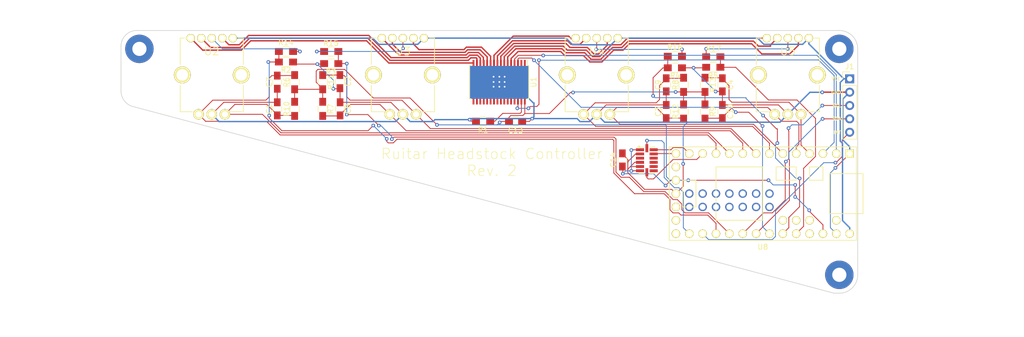
<source format=kicad_pcb>
(kicad_pcb (version 4) (host pcbnew 4.0.7-e2-6376~58~ubuntu17.04.1)

  (general
    (links 105)
    (no_connects 0)
    (area 61.934887 74.936499 202.063501 125.063501)
    (thickness 1.6)
    (drawings 22)
    (tracks 654)
    (zones 0)
    (modules 38)
    (nets 73)
  )

  (page A4)
  (title_block
    (title "Ruitar Headstock Control")
    (date 04.10.2017)
    (rev 1)
    (comment 1 "4 RGB LED Quadratic Rotary Encoders")
    (comment 2 "24 Channel PWM LED Controller")
    (comment 3 "3 Axis Accelerometer")
    (comment 4 "Teensy LC with Custom Firmware + I²C Interface")
  )

  (layers
    (0 F.Cu signal)
    (31 B.Cu signal)
    (32 B.Adhes user hide)
    (33 F.Adhes user hide)
    (34 B.Paste user hide)
    (35 F.Paste user hide)
    (36 B.SilkS user)
    (37 F.SilkS user)
    (38 B.Mask user)
    (39 F.Mask user)
    (40 Dwgs.User user hide)
    (41 Cmts.User user)
    (42 Eco1.User user)
    (43 Eco2.User user)
    (44 Edge.Cuts user)
    (45 Margin user)
    (46 B.CrtYd user)
    (47 F.CrtYd user)
    (48 B.Fab user)
    (49 F.Fab user)
  )

  (setup
    (last_trace_width 0.254)
    (user_trace_width 0.1524)
    (user_trace_width 0.2)
    (user_trace_width 0.25)
    (user_trace_width 0.3)
    (user_trace_width 0.4)
    (user_trace_width 0.5)
    (user_trace_width 0.6)
    (user_trace_width 0.8)
    (trace_clearance 0.254)
    (zone_clearance 0.508)
    (zone_45_only no)
    (trace_min 0.152)
    (segment_width 0.127)
    (edge_width 0.127)
    (via_size 0.6858)
    (via_drill 0.3302)
    (via_min_size 0.6858)
    (via_min_drill 0.3302)
    (uvia_size 0.508)
    (uvia_drill 0.127)
    (uvias_allowed no)
    (uvia_min_size 0.508)
    (uvia_min_drill 0.127)
    (pcb_text_width 0.127)
    (pcb_text_size 0.6 0.6)
    (mod_edge_width 0.127)
    (mod_text_size 0.6 0.6)
    (mod_text_width 0.127)
    (pad_size 0.53 1.545)
    (pad_drill 0)
    (pad_to_mask_clearance 0.05)
    (pad_to_paste_clearance -0.04)
    (aux_axis_origin 0 0)
    (visible_elements FFFFF77F)
    (pcbplotparams
      (layerselection 0x011fc_80000001)
      (usegerberextensions true)
      (excludeedgelayer true)
      (linewidth 0.100000)
      (plotframeref false)
      (viasonmask false)
      (mode 1)
      (useauxorigin false)
      (hpglpennumber 1)
      (hpglpenspeed 20)
      (hpglpendiameter 15)
      (hpglpenoverlay 2)
      (psnegative false)
      (psa4output false)
      (plotreference true)
      (plotvalue true)
      (plotinvisibletext false)
      (padsonsilk false)
      (subtractmaskfromsilk false)
      (outputformat 1)
      (mirror false)
      (drillshape 0)
      (scaleselection 1)
      (outputdirectory CAM/))
  )

  (net 0 "")
  (net 1 GND)
  (net 2 +5V)
  (net 3 SDA)
  (net 4 SCL)
  (net 5 +3.3V)
  (net 6 "Net-(U1-Pad2)")
  (net 7 SCK)
  (net 8 MOSI)
  (net 9 "Net-(U1-Pad23)")
  (net 10 "Net-(U1-Pad24)")
  (net 11 "Net-(U1-Pad25)")
  (net 12 "Net-(U1-Pad26)")
  (net 13 "Net-(U1-Pad27)")
  (net 14 "Net-(U1-Pad28)")
  (net 15 "Net-(U1-Pad29)")
  (net 16 LAT)
  (net 17 SW1)
  (net 18 B0)
  (net 19 R0)
  (net 20 G0)
  (net 21 SW2)
  (net 22 B1)
  (net 23 R1)
  (net 24 G1)
  (net 25 SW3)
  (net 26 B2)
  (net 27 R2)
  (net 28 G2)
  (net 29 B3)
  (net 30 R3)
  (net 31 G3)
  (net 32 "Net-(U8-Pad18)")
  (net 33 "Net-(U8-Pad15)")
  (net 34 "Net-(U8-Pad34)")
  (net 35 "Net-(U8-Pad35)")
  (net 36 "Net-(U8-Pad38)")
  (net 37 "Net-(U8-Pad39)")
  (net 38 SW0)
  (net 39 "Net-(R1-Pad1)")
  (net 40 "Net-(U1-Pad17)")
  (net 41 "Net-(U1-Pad18)")
  (net 42 "Net-(U1-Pad19)")
  (net 43 "Net-(U1-Pad20)")
  (net 44 "Net-(U1-Pad21)")
  (net 45 "Net-(U1-Pad22)")
  (net 46 "Net-(U8-Pad20)")
  (net 47 "Net-(IC1-Pad3)")
  (net 48 "Net-(IC1-Pad8)")
  (net 49 "Net-(IC1-Pad9)")
  (net 50 "Net-(IC1-Pad10)")
  (net 51 "Net-(IC1-Pad11)")
  (net 52 SDO)
  (net 53 SDI)
  (net 54 SCLK)
  (net 55 CS)
  (net 56 INT)
  (net 57 "Net-(U8-Pad19)")
  (net 58 "Net-(U8-Pad30)")
  (net 59 "Net-(U8-Pad36)")
  (net 60 "Net-(U8-Pad37)")
  (net 61 E0B)
  (net 62 E1B)
  (net 63 E2B)
  (net 64 E3B)
  (net 65 E0A)
  (net 66 E1A)
  (net 67 E2A)
  (net 68 E3A)
  (net 69 "Net-(R14-Pad2)")
  (net 70 "Net-(R15-Pad2)")
  (net 71 "Net-(R16-Pad2)")
  (net 72 "Net-(R17-Pad2)")

  (net_class Default "Dit is de standaard class."
    (clearance 0.254)
    (trace_width 0.254)
    (via_dia 0.6858)
    (via_drill 0.3302)
    (uvia_dia 0.508)
    (uvia_drill 0.127)
    (add_net +3.3V)
    (add_net +5V)
    (add_net B0)
    (add_net B1)
    (add_net B2)
    (add_net B3)
    (add_net CS)
    (add_net E0A)
    (add_net E0B)
    (add_net E1A)
    (add_net E1B)
    (add_net E2A)
    (add_net E2B)
    (add_net E3A)
    (add_net E3B)
    (add_net G0)
    (add_net G1)
    (add_net G2)
    (add_net G3)
    (add_net GND)
    (add_net INT)
    (add_net LAT)
    (add_net MOSI)
    (add_net "Net-(IC1-Pad10)")
    (add_net "Net-(IC1-Pad11)")
    (add_net "Net-(IC1-Pad3)")
    (add_net "Net-(IC1-Pad8)")
    (add_net "Net-(IC1-Pad9)")
    (add_net "Net-(R1-Pad1)")
    (add_net "Net-(R14-Pad2)")
    (add_net "Net-(R15-Pad2)")
    (add_net "Net-(R16-Pad2)")
    (add_net "Net-(R17-Pad2)")
    (add_net "Net-(U1-Pad17)")
    (add_net "Net-(U1-Pad18)")
    (add_net "Net-(U1-Pad19)")
    (add_net "Net-(U1-Pad2)")
    (add_net "Net-(U1-Pad20)")
    (add_net "Net-(U1-Pad21)")
    (add_net "Net-(U1-Pad22)")
    (add_net "Net-(U1-Pad23)")
    (add_net "Net-(U1-Pad24)")
    (add_net "Net-(U1-Pad25)")
    (add_net "Net-(U1-Pad26)")
    (add_net "Net-(U1-Pad27)")
    (add_net "Net-(U1-Pad28)")
    (add_net "Net-(U1-Pad29)")
    (add_net "Net-(U8-Pad15)")
    (add_net "Net-(U8-Pad18)")
    (add_net "Net-(U8-Pad19)")
    (add_net "Net-(U8-Pad20)")
    (add_net "Net-(U8-Pad30)")
    (add_net "Net-(U8-Pad34)")
    (add_net "Net-(U8-Pad35)")
    (add_net "Net-(U8-Pad36)")
    (add_net "Net-(U8-Pad37)")
    (add_net "Net-(U8-Pad38)")
    (add_net "Net-(U8-Pad39)")
    (add_net R0)
    (add_net R1)
    (add_net R2)
    (add_net R3)
    (add_net SCK)
    (add_net SCL)
    (add_net SCLK)
    (add_net SDA)
    (add_net SDI)
    (add_net SDO)
    (add_net SW0)
    (add_net SW1)
    (add_net SW2)
    (add_net SW3)
  )

  (net_class 0.2mm ""
    (clearance 0.26)
    (trace_width 0.2)
    (via_dia 0.6858)
    (via_drill 0.3302)
    (uvia_dia 0.508)
    (uvia_drill 0.127)
  )

  (net_class Minimal ""
    (clearance 0.254)
    (trace_width 0.2)
    (via_dia 0.6858)
    (via_drill 0.3302)
    (uvia_dia 0.508)
    (uvia_drill 0.127)
  )

  (module footprints:TSSOP-32_6.1x11mm_Pitch0.65mm (layer F.Cu) (tedit 5A33E4D8) (tstamp 59A7B416)
    (at 133.858 84.836 270)
    (descr "TSSOP32: plastic thin shrink small outline package; 32 leads; body width 6.1 mm; lead pitch 0.65 mm (see NXP SSOP-TSSOP-VSO-REFLOW.pdf and sot487-1_po.pdf)")
    (tags "SSOP 0.65")
    (path /5994459F)
    (attr smd)
    (fp_text reference U1 (at 0 -6.55 270) (layer F.SilkS)
      (effects (font (size 1 1) (thickness 0.15)))
    )
    (fp_text value TLC5947PWP (at 0 6.55 270) (layer F.Fab)
      (effects (font (size 1 1) (thickness 0.15)))
    )
    (fp_line (start -2.05 -5.5) (end 3.05 -5.5) (layer F.Fab) (width 0.15))
    (fp_line (start 3.05 -5.5) (end 3.05 5.5) (layer F.Fab) (width 0.15))
    (fp_line (start 3.05 5.5) (end -3.05 5.5) (layer F.Fab) (width 0.15))
    (fp_line (start -3.05 5.5) (end -3.05 -4.5) (layer F.Fab) (width 0.15))
    (fp_line (start -3.05 -4.5) (end -2.05 -5.5) (layer F.Fab) (width 0.15))
    (fp_line (start -4.5 -5.8) (end -4.5 5.8) (layer F.CrtYd) (width 0.05))
    (fp_line (start 4.5 -5.8) (end 4.5 5.8) (layer F.CrtYd) (width 0.05))
    (fp_line (start -4.5 -5.8) (end 4.5 -5.8) (layer F.CrtYd) (width 0.05))
    (fp_line (start -4.5 5.8) (end 4.5 5.8) (layer F.CrtYd) (width 0.05))
    (fp_line (start -3.175 -5.625) (end -3.175 -5.4) (layer F.SilkS) (width 0.15))
    (fp_line (start 3.175 -5.625) (end 3.175 -5.3) (layer F.SilkS) (width 0.15))
    (fp_line (start 3.175 5.625) (end 3.175 5.3) (layer F.SilkS) (width 0.15))
    (fp_line (start -3.175 5.625) (end -3.175 5.3) (layer F.SilkS) (width 0.15))
    (fp_line (start -3.175 -5.625) (end 3.175 -5.625) (layer F.SilkS) (width 0.15))
    (fp_line (start -3.175 5.625) (end 3.175 5.625) (layer F.SilkS) (width 0.15))
    (fp_line (start -3.175 -5.4) (end -4.25 -5.4) (layer F.SilkS) (width 0.15))
    (fp_text user %R (at 0 0 270) (layer F.Fab)
      (effects (font (size 0.8 0.8) (thickness 0.15)))
    )
    (pad 1 smd rect (at -3.65 -4.875 270) (size 1.19 0.35) (layers F.Cu F.Paste F.Mask)
      (net 1 GND))
    (pad 2 smd rect (at -3.65 -4.225 270) (size 1.19 0.35) (layers F.Cu F.Paste F.Mask)
      (net 6 "Net-(U1-Pad2)"))
    (pad 3 smd rect (at -3.65 -3.575 270) (size 1.19 0.35) (layers F.Cu F.Paste F.Mask)
      (net 7 SCK))
    (pad 4 smd rect (at -3.65 -2.925 270) (size 1.19 0.35) (layers F.Cu F.Paste F.Mask)
      (net 8 MOSI))
    (pad 5 smd rect (at -3.65 -2.275 270) (size 1.19 0.35) (layers F.Cu F.Paste F.Mask)
      (net 29 B3))
    (pad 6 smd rect (at -3.65 -1.625 270) (size 1.19 0.35) (layers F.Cu F.Paste F.Mask)
      (net 31 G3))
    (pad 7 smd rect (at -3.65 -0.975 270) (size 1.19 0.35) (layers F.Cu F.Paste F.Mask)
      (net 30 R3))
    (pad 8 smd rect (at -3.65 -0.325 270) (size 1.19 0.35) (layers F.Cu F.Paste F.Mask)
      (net 26 B2))
    (pad 9 smd rect (at -3.65 0.325 270) (size 1.19 0.35) (layers F.Cu F.Paste F.Mask)
      (net 28 G2))
    (pad 10 smd rect (at -3.65 0.975 270) (size 1.19 0.35) (layers F.Cu F.Paste F.Mask)
      (net 27 R2))
    (pad 11 smd rect (at -3.65 1.625 270) (size 1.19 0.35) (layers F.Cu F.Paste F.Mask)
      (net 22 B1))
    (pad 12 smd rect (at -3.65 2.275 270) (size 1.19 0.35) (layers F.Cu F.Paste F.Mask)
      (net 24 G1))
    (pad 13 smd rect (at -3.65 2.925 270) (size 1.19 0.35) (layers F.Cu F.Paste F.Mask)
      (net 23 R1))
    (pad 14 smd rect (at -3.65 3.575 270) (size 1.19 0.35) (layers F.Cu F.Paste F.Mask)
      (net 18 B0))
    (pad 15 smd rect (at -3.65 4.225 270) (size 1.19 0.35) (layers F.Cu F.Paste F.Mask)
      (net 20 G0))
    (pad 16 smd rect (at -3.65 4.875 270) (size 1.19 0.35) (layers F.Cu F.Paste F.Mask)
      (net 19 R0))
    (pad 17 smd rect (at 3.65 4.875 270) (size 1.19 0.35) (layers F.Cu F.Paste F.Mask)
      (net 40 "Net-(U1-Pad17)"))
    (pad 18 smd rect (at 3.65 4.225 270) (size 1.19 0.35) (layers F.Cu F.Paste F.Mask)
      (net 41 "Net-(U1-Pad18)"))
    (pad 19 smd rect (at 3.65 3.575 270) (size 1.19 0.35) (layers F.Cu F.Paste F.Mask)
      (net 42 "Net-(U1-Pad19)"))
    (pad 20 smd rect (at 3.65 2.925 270) (size 1.19 0.35) (layers F.Cu F.Paste F.Mask)
      (net 43 "Net-(U1-Pad20)"))
    (pad 21 smd rect (at 3.65 2.275 270) (size 1.19 0.35) (layers F.Cu F.Paste F.Mask)
      (net 44 "Net-(U1-Pad21)"))
    (pad 22 smd rect (at 3.65 1.625 270) (size 1.19 0.35) (layers F.Cu F.Paste F.Mask)
      (net 45 "Net-(U1-Pad22)"))
    (pad 23 smd rect (at 3.65 0.975 270) (size 1.19 0.35) (layers F.Cu F.Paste F.Mask)
      (net 9 "Net-(U1-Pad23)"))
    (pad 24 smd rect (at 3.65 0.325 270) (size 1.19 0.35) (layers F.Cu F.Paste F.Mask)
      (net 10 "Net-(U1-Pad24)"))
    (pad 25 smd rect (at 3.65 -0.325 270) (size 1.19 0.35) (layers F.Cu F.Paste F.Mask)
      (net 11 "Net-(U1-Pad25)"))
    (pad 26 smd rect (at 3.65 -0.975 270) (size 1.19 0.35) (layers F.Cu F.Paste F.Mask)
      (net 12 "Net-(U1-Pad26)"))
    (pad 27 smd rect (at 3.65 -1.625 270) (size 1.19 0.35) (layers F.Cu F.Paste F.Mask)
      (net 13 "Net-(U1-Pad27)"))
    (pad 28 smd rect (at 3.65 -2.275 270) (size 1.19 0.35) (layers F.Cu F.Paste F.Mask)
      (net 14 "Net-(U1-Pad28)"))
    (pad 29 smd rect (at 3.65 -2.925 270) (size 1.19 0.35) (layers F.Cu F.Paste F.Mask)
      (net 15 "Net-(U1-Pad29)"))
    (pad 30 smd rect (at 3.65 -3.575 270) (size 1.19 0.35) (layers F.Cu F.Paste F.Mask)
      (net 16 LAT))
    (pad 31 smd rect (at 3.65 -4.225 270) (size 1.19 0.35) (layers F.Cu F.Paste F.Mask)
      (net 39 "Net-(R1-Pad1)"))
    (pad 32 smd rect (at 3.65 -4.875 270) (size 1.19 0.35) (layers F.Cu F.Paste F.Mask)
      (net 5 +3.3V))
    (pad 1 smd rect (at 0 0 270) (size 3 3) (layers F.Cu F.Paste F.Mask)
      (net 1 GND))
    (model ${KISYS3DMOD}/Housings_SSOP.3dshapes/TSSOP-32_6.1x11mm_Pitch0.65mm.wrl
      (at (xyz 0 0 0))
      (scale (xyz 1 1 1))
      (rotate (xyz 0 0 0))
    )
  )

  (module footprints:SF_ROTENC (layer F.Cu) (tedit 59D53B14) (tstamp 59A7B442)
    (at 115.57 76.454)
    (path /5994446D)
    (fp_text reference U3 (at 0 2.5) (layer F.SilkS)
      (effects (font (size 1.5 1.5) (thickness 0.15)))
    )
    (fp_text value ROTENC (at 0 4.445) (layer F.Fab)
      (effects (font (size 1.5 1.5) (thickness 0.15)))
    )
    (fp_line (start 3.5 14) (end 6 14) (layer F.SilkS) (width 0.15))
    (fp_line (start 6 14) (end 6 9) (layer F.SilkS) (width 0.15))
    (fp_line (start -6 9) (end -6 14) (layer F.SilkS) (width 0.15))
    (fp_line (start -6 14) (end -3.5 14) (layer F.SilkS) (width 0.15))
    (fp_line (start 6 5) (end 6 0) (layer F.SilkS) (width 0.15))
    (fp_line (start 6 0) (end 5 0) (layer F.SilkS) (width 0.15))
    (fp_line (start -5 0) (end -6 0) (layer F.SilkS) (width 0.15))
    (fp_line (start -6 0) (end -6 5) (layer F.SilkS) (width 0.15))
    (pad 3 thru_hole circle (at 0 0) (size 1.6 1.6) (drill 1.1) (layers *.Cu *.Mask F.SilkS)
      (net 70 "Net-(R15-Pad2)"))
    (pad 4 thru_hole circle (at 2 0) (size 1.6 1.6) (drill 1.1) (layers *.Cu *.Mask F.SilkS)
      (net 22 B1))
    (pad 5 thru_hole circle (at 4 0) (size 1.6 1.6) (drill 1.1) (layers *.Cu *.Mask F.SilkS)
      (net 2 +5V))
    (pad 1 thru_hole circle (at -4 0) (size 1.6 1.6) (drill 1.1) (layers *.Cu *.Mask F.SilkS)
      (net 23 R1))
    (pad 2 thru_hole circle (at -2 0) (size 1.6 1.6) (drill 1.1) (layers *.Cu *.Mask F.SilkS)
      (net 24 G1))
    (pad C thru_hole circle (at 0 14.5) (size 2 2) (drill 1.2) (layers *.Cu *.Mask F.SilkS)
      (net 1 GND))
    (pad B thru_hole circle (at 2.5 14.5) (size 2 2) (drill 1.2) (layers *.Cu *.Mask F.SilkS)
      (net 62 E1B))
    (pad A thru_hole circle (at -2.5 14.5) (size 2 2) (drill 1.2) (layers *.Cu *.Mask F.SilkS)
      (net 66 E1A))
    (pad "" thru_hole circle (at -5.6 7) (size 3.2 3.2) (drill 2.2) (layers *.Cu *.Mask F.SilkS))
    (pad "" thru_hole circle (at 5.6 7) (size 3.2 3.2) (drill 2.2) (layers *.Cu *.Mask F.SilkS))
  )

  (module footprints:SF_ROTENC (layer F.Cu) (tedit 59D53B26) (tstamp 59A7B46E)
    (at 188.722 76.454)
    (path /599444C9)
    (fp_text reference U5 (at 0 2.5) (layer F.SilkS)
      (effects (font (size 1.5 1.5) (thickness 0.15)))
    )
    (fp_text value ROTENC (at -0.127 4.699) (layer F.Fab)
      (effects (font (size 1.5 1.5) (thickness 0.15)))
    )
    (fp_line (start 3.5 14) (end 6 14) (layer F.SilkS) (width 0.15))
    (fp_line (start 6 14) (end 6 9) (layer F.SilkS) (width 0.15))
    (fp_line (start -6 9) (end -6 14) (layer F.SilkS) (width 0.15))
    (fp_line (start -6 14) (end -3.5 14) (layer F.SilkS) (width 0.15))
    (fp_line (start 6 5) (end 6 0) (layer F.SilkS) (width 0.15))
    (fp_line (start 6 0) (end 5 0) (layer F.SilkS) (width 0.15))
    (fp_line (start -5 0) (end -6 0) (layer F.SilkS) (width 0.15))
    (fp_line (start -6 0) (end -6 5) (layer F.SilkS) (width 0.15))
    (pad 3 thru_hole circle (at 0 0) (size 1.6 1.6) (drill 1.1) (layers *.Cu *.Mask F.SilkS)
      (net 72 "Net-(R17-Pad2)"))
    (pad 4 thru_hole circle (at 2 0) (size 1.6 1.6) (drill 1.1) (layers *.Cu *.Mask F.SilkS)
      (net 29 B3))
    (pad 5 thru_hole circle (at 4 0) (size 1.6 1.6) (drill 1.1) (layers *.Cu *.Mask F.SilkS)
      (net 2 +5V))
    (pad 1 thru_hole circle (at -4 0) (size 1.6 1.6) (drill 1.1) (layers *.Cu *.Mask F.SilkS)
      (net 30 R3))
    (pad 2 thru_hole circle (at -2 0) (size 1.6 1.6) (drill 1.1) (layers *.Cu *.Mask F.SilkS)
      (net 31 G3))
    (pad C thru_hole circle (at 0 14.5) (size 2 2) (drill 1.2) (layers *.Cu *.Mask F.SilkS)
      (net 1 GND))
    (pad B thru_hole circle (at 2.5 14.5) (size 2 2) (drill 1.2) (layers *.Cu *.Mask F.SilkS)
      (net 64 E3B))
    (pad A thru_hole circle (at -2.5 14.5) (size 2 2) (drill 1.2) (layers *.Cu *.Mask F.SilkS)
      (net 68 E3A))
    (pad "" thru_hole circle (at -5.6 7) (size 3.2 3.2) (drill 2.2) (layers *.Cu *.Mask F.SilkS))
    (pad "" thru_hole circle (at 5.6 7) (size 3.2 3.2) (drill 2.2) (layers *.Cu *.Mask F.SilkS))
  )

  (module footprints:SF_ROTENC (layer F.Cu) (tedit 59D53B1D) (tstamp 59A7B458)
    (at 152.4 76.454)
    (path /59944497)
    (fp_text reference U4 (at 0 2.5) (layer F.SilkS)
      (effects (font (size 1.5 1.5) (thickness 0.15)))
    )
    (fp_text value ROTENC (at 0 4.318) (layer F.Fab)
      (effects (font (size 1.5 1.5) (thickness 0.15)))
    )
    (fp_line (start 3.5 14) (end 6 14) (layer F.SilkS) (width 0.15))
    (fp_line (start 6 14) (end 6 9) (layer F.SilkS) (width 0.15))
    (fp_line (start -6 9) (end -6 14) (layer F.SilkS) (width 0.15))
    (fp_line (start -6 14) (end -3.5 14) (layer F.SilkS) (width 0.15))
    (fp_line (start 6 5) (end 6 0) (layer F.SilkS) (width 0.15))
    (fp_line (start 6 0) (end 5 0) (layer F.SilkS) (width 0.15))
    (fp_line (start -5 0) (end -6 0) (layer F.SilkS) (width 0.15))
    (fp_line (start -6 0) (end -6 5) (layer F.SilkS) (width 0.15))
    (pad 3 thru_hole circle (at 0 0) (size 1.6 1.6) (drill 1.1) (layers *.Cu *.Mask F.SilkS)
      (net 71 "Net-(R16-Pad2)"))
    (pad 4 thru_hole circle (at 2 0) (size 1.6 1.6) (drill 1.1) (layers *.Cu *.Mask F.SilkS)
      (net 26 B2))
    (pad 5 thru_hole circle (at 4 0) (size 1.6 1.6) (drill 1.1) (layers *.Cu *.Mask F.SilkS)
      (net 2 +5V))
    (pad 1 thru_hole circle (at -4 0) (size 1.6 1.6) (drill 1.1) (layers *.Cu *.Mask F.SilkS)
      (net 27 R2))
    (pad 2 thru_hole circle (at -2 0) (size 1.6 1.6) (drill 1.1) (layers *.Cu *.Mask F.SilkS)
      (net 28 G2))
    (pad C thru_hole circle (at 0 14.5) (size 2 2) (drill 1.2) (layers *.Cu *.Mask F.SilkS)
      (net 1 GND))
    (pad B thru_hole circle (at 2.5 14.5) (size 2 2) (drill 1.2) (layers *.Cu *.Mask F.SilkS)
      (net 63 E2B))
    (pad A thru_hole circle (at -2.5 14.5) (size 2 2) (drill 1.2) (layers *.Cu *.Mask F.SilkS)
      (net 67 E2A))
    (pad "" thru_hole circle (at -5.6 7) (size 3.2 3.2) (drill 2.2) (layers *.Cu *.Mask F.SilkS))
    (pad "" thru_hole circle (at 5.6 7) (size 3.2 3.2) (drill 2.2) (layers *.Cu *.Mask F.SilkS))
  )

  (module Resistors_SMD:R_0805_HandSoldering (layer F.Cu) (tedit 58E0A804) (tstamp 59A7B315)
    (at 130.81 92.2528 180)
    (descr "Resistor SMD 0805, hand soldering")
    (tags "resistor 0805")
    (path /599BC3C3)
    (attr smd)
    (fp_text reference R1 (at 0 -1.7 180) (layer F.SilkS)
      (effects (font (size 1 1) (thickness 0.15)))
    )
    (fp_text value 3.3K (at 0 1.75 180) (layer F.Fab)
      (effects (font (size 1 1) (thickness 0.15)))
    )
    (fp_text user %R (at 0 0 180) (layer F.Fab)
      (effects (font (size 0.5 0.5) (thickness 0.075)))
    )
    (fp_line (start -1 0.62) (end -1 -0.62) (layer F.Fab) (width 0.1))
    (fp_line (start 1 0.62) (end -1 0.62) (layer F.Fab) (width 0.1))
    (fp_line (start 1 -0.62) (end 1 0.62) (layer F.Fab) (width 0.1))
    (fp_line (start -1 -0.62) (end 1 -0.62) (layer F.Fab) (width 0.1))
    (fp_line (start 0.6 0.88) (end -0.6 0.88) (layer F.SilkS) (width 0.12))
    (fp_line (start -0.6 -0.88) (end 0.6 -0.88) (layer F.SilkS) (width 0.12))
    (fp_line (start -2.35 -0.9) (end 2.35 -0.9) (layer F.CrtYd) (width 0.05))
    (fp_line (start -2.35 -0.9) (end -2.35 0.9) (layer F.CrtYd) (width 0.05))
    (fp_line (start 2.35 0.9) (end 2.35 -0.9) (layer F.CrtYd) (width 0.05))
    (fp_line (start 2.35 0.9) (end -2.35 0.9) (layer F.CrtYd) (width 0.05))
    (pad 1 smd rect (at -1.35 0 180) (size 1.5 1.3) (layers F.Cu F.Paste F.Mask)
      (net 39 "Net-(R1-Pad1)"))
    (pad 2 smd rect (at 1.35 0 180) (size 1.5 1.3) (layers F.Cu F.Paste F.Mask)
      (net 1 GND))
    (model ${KISYS3DMOD}/Resistors_SMD.3dshapes/R_0805.wrl
      (at (xyz 0 0 0))
      (scale (xyz 1 1 1))
      (rotate (xyz 0 0 0))
    )
  )

  (module Teensy:Teensy30_31_32_LC (layer F.Cu) (tedit 59B0FE6A) (tstamp 59A7B4BF)
    (at 183.9595 106.045 180)
    (path /5994466A)
    (fp_text reference U8 (at 0 -10.16 180) (layer F.SilkS)
      (effects (font (size 1 1) (thickness 0.15)))
    )
    (fp_text value Teensy-LC (at -22.225 -6.1595 180) (layer F.Fab)
      (effects (font (size 1 1) (thickness 0.15)))
    )
    (fp_line (start -17.78 3.81) (end -19.05 3.81) (layer F.SilkS) (width 0.15))
    (fp_line (start -19.05 3.81) (end -19.05 -3.81) (layer F.SilkS) (width 0.15))
    (fp_line (start -19.05 -3.81) (end -17.78 -3.81) (layer F.SilkS) (width 0.15))
    (fp_line (start -6.35 5.08) (end -2.54 5.08) (layer F.SilkS) (width 0.15))
    (fp_line (start -2.54 5.08) (end -2.54 2.54) (layer F.SilkS) (width 0.15))
    (fp_line (start -2.54 2.54) (end -6.35 2.54) (layer F.SilkS) (width 0.15))
    (fp_line (start -6.35 2.54) (end -6.35 5.08) (layer F.SilkS) (width 0.15))
    (fp_line (start -12.7 3.81) (end -12.7 -3.81) (layer F.SilkS) (width 0.15))
    (fp_line (start -12.7 -3.81) (end -17.78 -3.81) (layer F.SilkS) (width 0.15))
    (fp_line (start -12.7 3.81) (end -17.78 3.81) (layer F.SilkS) (width 0.15))
    (fp_line (start -11.43 5.08) (end -8.89 5.08) (layer F.SilkS) (width 0.15))
    (fp_line (start -8.89 5.08) (end -8.89 2.54) (layer F.SilkS) (width 0.15))
    (fp_line (start -8.89 2.54) (end -11.43 2.54) (layer F.SilkS) (width 0.15))
    (fp_line (start -11.43 2.54) (end -11.43 5.08) (layer F.SilkS) (width 0.15))
    (fp_line (start 15.24 -2.54) (end 15.24 2.54) (layer F.SilkS) (width 0.15))
    (fp_line (start 15.24 2.54) (end 12.7 2.54) (layer F.SilkS) (width 0.15))
    (fp_line (start 12.7 2.54) (end 12.7 -2.54) (layer F.SilkS) (width 0.15))
    (fp_line (start 12.7 -2.54) (end 15.24 -2.54) (layer F.SilkS) (width 0.15))
    (fp_line (start 8.89 5.08) (end 8.89 -5.08) (layer F.SilkS) (width 0.15))
    (fp_line (start 0 -5.08) (end 0 5.08) (layer F.SilkS) (width 0.15))
    (fp_line (start 8.89 -5.08) (end 0 -5.08) (layer F.SilkS) (width 0.15))
    (fp_line (start 8.89 5.08) (end 0 5.08) (layer F.SilkS) (width 0.15))
    (fp_line (start -17.78 -8.89) (end 17.78 -8.89) (layer F.SilkS) (width 0.15))
    (fp_line (start 17.78 -8.89) (end 17.78 8.89) (layer F.SilkS) (width 0.15))
    (fp_line (start 17.78 8.89) (end -17.78 8.89) (layer F.SilkS) (width 0.15))
    (fp_line (start -17.78 8.89) (end -17.78 -8.89) (layer F.SilkS) (width 0.15))
    (pad 17 thru_hole circle (at 16.51 0 180) (size 1.6 1.6) (drill 1.1) (layers *.Cu *.Mask F.SilkS)
      (net 1 GND))
    (pad 18 thru_hole circle (at 16.51 -2.54 180) (size 1.6 1.6) (drill 1.1) (layers *.Cu *.Mask F.SilkS)
      (net 32 "Net-(U8-Pad18)"))
    (pad 19 thru_hole circle (at 16.51 -5.08 180) (size 1.6 1.6) (drill 1.1) (layers *.Cu *.Mask F.SilkS)
      (net 57 "Net-(U8-Pad19)"))
    (pad 20 thru_hole circle (at 16.51 -7.62 180) (size 1.6 1.6) (drill 1.1) (layers *.Cu *.Mask F.SilkS)
      (net 46 "Net-(U8-Pad20)"))
    (pad 16 thru_hole circle (at 16.51 2.54 180) (size 1.6 1.6) (drill 1.1) (layers *.Cu *.Mask F.SilkS)
      (net 5 +3.3V))
    (pad 15 thru_hole circle (at 16.51 5.08 180) (size 1.6 1.6) (drill 1.1) (layers *.Cu *.Mask F.SilkS)
      (net 33 "Net-(U8-Pad15)"))
    (pad 14 thru_hole circle (at 16.51 7.62 180) (size 1.6 1.6) (drill 1.1) (layers *.Cu *.Mask F.SilkS)
      (net 52 SDO))
    (pad 21 thru_hole circle (at 13.97 -7.62 180) (size 1.6 1.6) (drill 1.1) (layers *.Cu *.Mask F.SilkS)
      (net 54 SCLK))
    (pad 22 thru_hole circle (at 11.43 -7.62 180) (size 1.6 1.6) (drill 1.1) (layers *.Cu *.Mask F.SilkS)
      (net 56 INT))
    (pad 23 thru_hole circle (at 8.89 -7.62 180) (size 1.6 1.6) (drill 1.1) (layers *.Cu *.Mask F.SilkS)
      (net 38 SW0))
    (pad 24 thru_hole circle (at 6.35 -7.62 180) (size 1.6 1.6) (drill 1.1) (layers *.Cu *.Mask F.SilkS)
      (net 17 SW1))
    (pad 25 thru_hole circle (at 3.81 -7.62 180) (size 1.6 1.6) (drill 1.1) (layers *.Cu *.Mask F.SilkS)
      (net 3 SDA))
    (pad 26 thru_hole circle (at 1.27 -7.62 180) (size 1.6 1.6) (drill 1.1) (layers *.Cu *.Mask F.SilkS)
      (net 4 SCL))
    (pad 27 thru_hole circle (at -1.27 -7.62 180) (size 1.6 1.6) (drill 1.1) (layers *.Cu *.Mask F.SilkS)
      (net 7 SCK))
    (pad 28 thru_hole circle (at -3.81 -7.62 180) (size 1.6 1.6) (drill 1.1) (layers *.Cu *.Mask F.SilkS)
      (net 21 SW2))
    (pad 29 thru_hole circle (at -6.35 -7.62 180) (size 1.6 1.6) (drill 1.1) (layers *.Cu *.Mask F.SilkS)
      (net 25 SW3))
    (pad 30 thru_hole circle (at -8.89 -7.62 180) (size 1.6 1.6) (drill 1.1) (layers *.Cu *.Mask F.SilkS)
      (net 58 "Net-(U8-Pad30)"))
    (pad 31 thru_hole circle (at -11.43 -7.62 180) (size 1.6 1.6) (drill 1.1) (layers *.Cu *.Mask F.SilkS)
      (net 5 +3.3V))
    (pad 32 thru_hole circle (at -13.97 -7.62 180) (size 1.6 1.6) (drill 1.1) (layers *.Cu *.Mask F.SilkS)
      (net 1 GND))
    (pad 33 thru_hole circle (at -16.51 -7.62 180) (size 1.6 1.6) (drill 1.1) (layers *.Cu *.Mask F.SilkS)
      (net 2 +5V))
    (pad 34 thru_hole circle (at -13.97 -5.08 180) (size 1.6 1.6) (drill 1.1) (layers *.Cu *.Mask F.SilkS)
      (net 34 "Net-(U8-Pad34)"))
    (pad 35 thru_hole circle (at -8.89 -5.08 180) (size 1.6 1.6) (drill 1.1) (layers *.Cu *.Mask F.SilkS)
      (net 35 "Net-(U8-Pad35)"))
    (pad 36 thru_hole circle (at -6.35 -5.08 180) (size 1.6 1.6) (drill 1.1) (layers *.Cu *.Mask F.SilkS)
      (net 59 "Net-(U8-Pad36)"))
    (pad 37 thru_hole circle (at -3.81 -5.08 180) (size 1.6 1.6) (drill 1.1) (layers *.Cu *.Mask F.SilkS)
      (net 60 "Net-(U8-Pad37)"))
    (pad 13 thru_hole circle (at 13.97 7.62 180) (size 1.6 1.6) (drill 1.1) (layers *.Cu *.Mask F.SilkS)
      (net 53 SDI))
    (pad 12 thru_hole circle (at 11.43 7.62 180) (size 1.6 1.6) (drill 1.1) (layers *.Cu *.Mask F.SilkS)
      (net 55 CS))
    (pad 11 thru_hole circle (at 8.89 7.62 180) (size 1.6 1.6) (drill 1.1) (layers *.Cu *.Mask F.SilkS)
      (net 65 E0A))
    (pad 10 thru_hole circle (at 6.35 7.62 180) (size 1.6 1.6) (drill 1.1) (layers *.Cu *.Mask F.SilkS)
      (net 61 E0B))
    (pad 9 thru_hole circle (at 3.81 7.62 180) (size 1.6 1.6) (drill 1.1) (layers *.Cu *.Mask F.SilkS)
      (net 66 E1A))
    (pad 8 thru_hole circle (at 1.27 7.62 180) (size 1.6 1.6) (drill 1.1) (layers *.Cu *.Mask F.SilkS)
      (net 62 E1B))
    (pad 7 thru_hole circle (at -1.27 7.62 180) (size 1.6 1.6) (drill 1.1) (layers *.Cu *.Mask F.SilkS)
      (net 67 E2A))
    (pad 6 thru_hole circle (at -3.81 7.62 180) (size 1.6 1.6) (drill 1.1) (layers *.Cu *.Mask F.SilkS)
      (net 63 E2B))
    (pad 5 thru_hole circle (at -6.35 7.62 180) (size 1.6 1.6) (drill 1.1) (layers *.Cu *.Mask F.SilkS)
      (net 68 E3A))
    (pad 4 thru_hole circle (at -8.89 7.62 180) (size 1.6 1.6) (drill 1.1) (layers *.Cu *.Mask F.SilkS)
      (net 64 E3B))
    (pad 3 thru_hole circle (at -11.43 7.62 180) (size 1.6 1.6) (drill 1.1) (layers *.Cu *.Mask F.SilkS)
      (net 16 LAT))
    (pad 2 thru_hole circle (at -13.97 7.62 180) (size 1.6 1.6) (drill 1.1) (layers *.Cu *.Mask F.SilkS)
      (net 8 MOSI))
    (pad 1 thru_hole rect (at -16.51 7.62 180) (size 1.6 1.6) (drill 1.1) (layers *.Cu *.Mask F.SilkS)
      (net 1 GND))
    (pad 38 thru_hole circle (at -1.27 0 180) (size 1.6 1.6) (drill 1.1) (layers *.Cu *.Mask)
      (net 36 "Net-(U8-Pad38)"))
    (pad 39 thru_hole circle (at 1.27 0 180) (size 1.6 1.6) (drill 1.1) (layers *.Cu *.Mask)
      (net 37 "Net-(U8-Pad39)"))
    (pad 40 thru_hole circle (at 3.81 0 180) (size 1.6 1.6) (drill 1.1) (layers *.Cu *.Mask))
    (pad 41 thru_hole circle (at 6.35 0 180) (size 1.6 1.6) (drill 1.1) (layers *.Cu *.Mask))
    (pad 42 thru_hole circle (at 8.89 0 180) (size 1.6 1.6) (drill 1.1) (layers *.Cu *.Mask))
    (pad 43 thru_hole circle (at 11.43 0 180) (size 1.6 1.6) (drill 1.1) (layers *.Cu *.Mask))
    (pad 44 thru_hole circle (at 13.97 0 180) (size 1.6 1.6) (drill 1.1) (layers *.Cu *.Mask))
    (pad 45 thru_hole circle (at 13.97 -2.54 180) (size 1.6 1.6) (drill 1.1) (layers *.Cu *.Mask))
    (pad 46 thru_hole circle (at 11.43 -2.54 180) (size 1.6 1.6) (drill 1.1) (layers *.Cu *.Mask))
    (pad 47 thru_hole circle (at 8.89 -2.54 180) (size 1.6 1.6) (drill 1.1) (layers *.Cu *.Mask))
    (pad 48 thru_hole circle (at 6.35 -2.54 180) (size 1.6 1.6) (drill 1.1) (layers *.Cu *.Mask))
    (pad 49 thru_hole circle (at 3.81 -2.54 180) (size 1.6 1.6) (drill 1.1) (layers *.Cu *.Mask))
    (pad 50 thru_hole circle (at 1.27 -2.54 180) (size 1.6 1.6) (drill 1.1) (layers *.Cu *.Mask))
    (pad 51 thru_hole circle (at -1.27 -2.54 180) (size 1.6 1.6) (drill 1.1) (layers *.Cu *.Mask))
  )

  (module footprints:SF_ROTENC (layer F.Cu) (tedit 59D53AF5) (tstamp 59A7B42C)
    (at 79.248 76.454)
    (path /59944237)
    (fp_text reference U2 (at 0 2.5) (layer F.SilkS)
      (effects (font (size 1.5 1.5) (thickness 0.15)))
    )
    (fp_text value ROTENC (at 0.127 4.572) (layer F.Fab)
      (effects (font (size 1.5 1.5) (thickness 0.15)))
    )
    (fp_line (start 3.5 14) (end 6 14) (layer F.SilkS) (width 0.15))
    (fp_line (start 6 14) (end 6 9) (layer F.SilkS) (width 0.15))
    (fp_line (start -6 9) (end -6 14) (layer F.SilkS) (width 0.15))
    (fp_line (start -6 14) (end -3.5 14) (layer F.SilkS) (width 0.15))
    (fp_line (start 6 5) (end 6 0) (layer F.SilkS) (width 0.15))
    (fp_line (start 6 0) (end 5 0) (layer F.SilkS) (width 0.15))
    (fp_line (start -5 0) (end -6 0) (layer F.SilkS) (width 0.15))
    (fp_line (start -6 0) (end -6 5) (layer F.SilkS) (width 0.15))
    (pad 3 thru_hole circle (at 0 0) (size 1.6 1.6) (drill 1.1) (layers *.Cu *.Mask F.SilkS)
      (net 69 "Net-(R14-Pad2)"))
    (pad 4 thru_hole circle (at 2 0) (size 1.6 1.6) (drill 1.1) (layers *.Cu *.Mask F.SilkS)
      (net 18 B0))
    (pad 5 thru_hole circle (at 4 0) (size 1.6 1.6) (drill 1.1) (layers *.Cu *.Mask F.SilkS)
      (net 2 +5V))
    (pad 1 thru_hole circle (at -4 0) (size 1.6 1.6) (drill 1.1) (layers *.Cu *.Mask F.SilkS)
      (net 19 R0))
    (pad 2 thru_hole circle (at -2 0) (size 1.6 1.6) (drill 1.1) (layers *.Cu *.Mask F.SilkS)
      (net 20 G0))
    (pad C thru_hole circle (at 0 14.5) (size 2 2) (drill 1.2) (layers *.Cu *.Mask F.SilkS)
      (net 1 GND))
    (pad B thru_hole circle (at 2.5 14.5) (size 2 2) (drill 1.2) (layers *.Cu *.Mask F.SilkS)
      (net 61 E0B))
    (pad A thru_hole circle (at -2.5 14.5) (size 2 2) (drill 1.2) (layers *.Cu *.Mask F.SilkS)
      (net 65 E0A))
    (pad "" thru_hole circle (at -5.6 7) (size 3.2 3.2) (drill 2.2) (layers *.Cu *.Mask F.SilkS))
    (pad "" thru_hole circle (at 5.6 7) (size 3.2 3.2) (drill 2.2) (layers *.Cu *.Mask F.SilkS))
  )

  (module Capacitors_SMD:C_0805_HandSoldering (layer F.Cu) (tedit 59A7B820) (tstamp 59A7B21B)
    (at 91.694 89.916 270)
    (descr "Capacitor SMD 0805, hand soldering")
    (tags "capacitor 0805")
    (path /5994B62F)
    (attr smd)
    (fp_text reference C1 (at 0 1.524 270) (layer F.SilkS)
      (effects (font (size 1 1) (thickness 0.15)))
    )
    (fp_text value 0.1uF (at 0 0 270) (layer F.Fab)
      (effects (font (size 1 1) (thickness 0.15)))
    )
    (fp_text user %R (at 0 -1.75 270) (layer F.Fab)
      (effects (font (size 1 1) (thickness 0.15)))
    )
    (fp_line (start -1 0.62) (end -1 -0.62) (layer F.Fab) (width 0.1))
    (fp_line (start 1 0.62) (end -1 0.62) (layer F.Fab) (width 0.1))
    (fp_line (start 1 -0.62) (end 1 0.62) (layer F.Fab) (width 0.1))
    (fp_line (start -1 -0.62) (end 1 -0.62) (layer F.Fab) (width 0.1))
    (fp_line (start 0.5 -0.85) (end -0.5 -0.85) (layer F.SilkS) (width 0.12))
    (fp_line (start -0.5 0.85) (end 0.5 0.85) (layer F.SilkS) (width 0.12))
    (fp_line (start -2.25 -0.88) (end 2.25 -0.88) (layer F.CrtYd) (width 0.05))
    (fp_line (start -2.25 -0.88) (end -2.25 0.87) (layer F.CrtYd) (width 0.05))
    (fp_line (start 2.25 0.87) (end 2.25 -0.88) (layer F.CrtYd) (width 0.05))
    (fp_line (start 2.25 0.87) (end -2.25 0.87) (layer F.CrtYd) (width 0.05))
    (pad 1 smd rect (at -1.25 0 270) (size 1.5 1.25) (layers F.Cu F.Paste F.Mask)
      (net 1 GND))
    (pad 2 smd rect (at 1.25 0 270) (size 1.5 1.25) (layers F.Cu F.Paste F.Mask)
      (net 61 E0B))
    (model Capacitors_SMD.3dshapes/C_0805.wrl
      (at (xyz 0 0 0))
      (scale (xyz 1 1 1))
      (rotate (xyz 0 0 0))
    )
  )

  (module Capacitors_SMD:C_0805_HandSoldering (layer F.Cu) (tedit 59A9001C) (tstamp 59A7B23D)
    (at 165.608 90.424 270)
    (descr "Capacitor SMD 0805, hand soldering")
    (tags "capacitor 0805")
    (path /5994BF01)
    (attr smd)
    (fp_text reference C3 (at 0 1.524 270) (layer F.SilkS)
      (effects (font (size 1 1) (thickness 0.15)))
    )
    (fp_text value 0.1uF (at 0 0 270) (layer F.Fab)
      (effects (font (size 1 1) (thickness 0.15)))
    )
    (fp_text user %R (at 0 -1.75 270) (layer F.Fab)
      (effects (font (size 1 1) (thickness 0.15)))
    )
    (fp_line (start -1 0.62) (end -1 -0.62) (layer F.Fab) (width 0.1))
    (fp_line (start 1 0.62) (end -1 0.62) (layer F.Fab) (width 0.1))
    (fp_line (start 1 -0.62) (end 1 0.62) (layer F.Fab) (width 0.1))
    (fp_line (start -1 -0.62) (end 1 -0.62) (layer F.Fab) (width 0.1))
    (fp_line (start 0.5 -0.85) (end -0.5 -0.85) (layer F.SilkS) (width 0.12))
    (fp_line (start -0.5 0.85) (end 0.5 0.85) (layer F.SilkS) (width 0.12))
    (fp_line (start -2.25 -0.88) (end 2.25 -0.88) (layer F.CrtYd) (width 0.05))
    (fp_line (start -2.25 -0.88) (end -2.25 0.87) (layer F.CrtYd) (width 0.05))
    (fp_line (start 2.25 0.87) (end 2.25 -0.88) (layer F.CrtYd) (width 0.05))
    (fp_line (start 2.25 0.87) (end -2.25 0.87) (layer F.CrtYd) (width 0.05))
    (pad 1 smd rect (at -1.25 0 270) (size 1.5 1.25) (layers F.Cu F.Paste F.Mask)
      (net 1 GND))
    (pad 2 smd rect (at 1.25 0 270) (size 1.5 1.25) (layers F.Cu F.Paste F.Mask)
      (net 63 E2B))
    (model Capacitors_SMD.3dshapes/C_0805.wrl
      (at (xyz 0 0 0))
      (scale (xyz 1 1 1))
      (rotate (xyz 0 0 0))
    )
  )

  (module Capacitors_SMD:C_0805_HandSoldering (layer F.Cu) (tedit 59A903B0) (tstamp 59A7B24E)
    (at 176.276 85.344 90)
    (descr "Capacitor SMD 0805, hand soldering")
    (tags "capacitor 0805")
    (path /5994C248)
    (attr smd)
    (fp_text reference C4 (at 0 1.524 90) (layer F.SilkS)
      (effects (font (size 1 1) (thickness 0.15)))
    )
    (fp_text value 0.1uF (at 0 0 90) (layer F.Fab)
      (effects (font (size 1 1) (thickness 0.15)))
    )
    (fp_text user %R (at 0 -1.75 90) (layer F.Fab)
      (effects (font (size 1 1) (thickness 0.15)))
    )
    (fp_line (start -1 0.62) (end -1 -0.62) (layer F.Fab) (width 0.1))
    (fp_line (start 1 0.62) (end -1 0.62) (layer F.Fab) (width 0.1))
    (fp_line (start 1 -0.62) (end 1 0.62) (layer F.Fab) (width 0.1))
    (fp_line (start -1 -0.62) (end 1 -0.62) (layer F.Fab) (width 0.1))
    (fp_line (start 0.5 -0.85) (end -0.5 -0.85) (layer F.SilkS) (width 0.12))
    (fp_line (start -0.5 0.85) (end 0.5 0.85) (layer F.SilkS) (width 0.12))
    (fp_line (start -2.25 -0.88) (end 2.25 -0.88) (layer F.CrtYd) (width 0.05))
    (fp_line (start -2.25 -0.88) (end -2.25 0.87) (layer F.CrtYd) (width 0.05))
    (fp_line (start 2.25 0.87) (end 2.25 -0.88) (layer F.CrtYd) (width 0.05))
    (fp_line (start 2.25 0.87) (end -2.25 0.87) (layer F.CrtYd) (width 0.05))
    (pad 1 smd rect (at -1.25 0 90) (size 1.5 1.25) (layers F.Cu F.Paste F.Mask)
      (net 1 GND))
    (pad 2 smd rect (at 1.25 0 90) (size 1.5 1.25) (layers F.Cu F.Paste F.Mask)
      (net 64 E3B))
    (model Capacitors_SMD.3dshapes/C_0805.wrl
      (at (xyz 0 0 0))
      (scale (xyz 1 1 1))
      (rotate (xyz 0 0 0))
    )
  )

  (module Capacitors_SMD:C_0805_HandSoldering (layer F.Cu) (tedit 59A7B834) (tstamp 59A7B281)
    (at 91.694 84.836 270)
    (descr "Capacitor SMD 0805, hand soldering")
    (tags "capacitor 0805")
    (path /5994B40B)
    (attr smd)
    (fp_text reference C7 (at 0 1.524 270) (layer F.SilkS)
      (effects (font (size 1 1) (thickness 0.15)))
    )
    (fp_text value 0.1uF (at 0 0 270) (layer F.Fab)
      (effects (font (size 1 1) (thickness 0.15)))
    )
    (fp_text user %R (at 0 -1.75 270) (layer F.Fab)
      (effects (font (size 1 1) (thickness 0.15)))
    )
    (fp_line (start -1 0.62) (end -1 -0.62) (layer F.Fab) (width 0.1))
    (fp_line (start 1 0.62) (end -1 0.62) (layer F.Fab) (width 0.1))
    (fp_line (start 1 -0.62) (end 1 0.62) (layer F.Fab) (width 0.1))
    (fp_line (start -1 -0.62) (end 1 -0.62) (layer F.Fab) (width 0.1))
    (fp_line (start 0.5 -0.85) (end -0.5 -0.85) (layer F.SilkS) (width 0.12))
    (fp_line (start -0.5 0.85) (end 0.5 0.85) (layer F.SilkS) (width 0.12))
    (fp_line (start -2.25 -0.88) (end 2.25 -0.88) (layer F.CrtYd) (width 0.05))
    (fp_line (start -2.25 -0.88) (end -2.25 0.87) (layer F.CrtYd) (width 0.05))
    (fp_line (start 2.25 0.87) (end 2.25 -0.88) (layer F.CrtYd) (width 0.05))
    (fp_line (start 2.25 0.87) (end -2.25 0.87) (layer F.CrtYd) (width 0.05))
    (pad 1 smd rect (at -1.25 0 270) (size 1.5 1.25) (layers F.Cu F.Paste F.Mask)
      (net 65 E0A))
    (pad 2 smd rect (at 1.25 0 270) (size 1.5 1.25) (layers F.Cu F.Paste F.Mask)
      (net 1 GND))
    (model Capacitors_SMD.3dshapes/C_0805.wrl
      (at (xyz 0 0 0))
      (scale (xyz 1 1 1))
      (rotate (xyz 0 0 0))
    )
  )

  (module Capacitors_SMD:C_0805_HandSoldering (layer F.Cu) (tedit 59A7B868) (tstamp 59A7B292)
    (at 103.632 89.916 90)
    (descr "Capacitor SMD 0805, hand soldering")
    (tags "capacitor 0805")
    (path /5994B8E8)
    (attr smd)
    (fp_text reference C8 (at 0 1.524 90) (layer F.SilkS)
      (effects (font (size 1 1) (thickness 0.15)))
    )
    (fp_text value 0.1uF (at 0 0 90) (layer F.Fab)
      (effects (font (size 1 1) (thickness 0.15)))
    )
    (fp_text user %R (at 0 -1.75 90) (layer F.Fab)
      (effects (font (size 1 1) (thickness 0.15)))
    )
    (fp_line (start -1 0.62) (end -1 -0.62) (layer F.Fab) (width 0.1))
    (fp_line (start 1 0.62) (end -1 0.62) (layer F.Fab) (width 0.1))
    (fp_line (start 1 -0.62) (end 1 0.62) (layer F.Fab) (width 0.1))
    (fp_line (start -1 -0.62) (end 1 -0.62) (layer F.Fab) (width 0.1))
    (fp_line (start 0.5 -0.85) (end -0.5 -0.85) (layer F.SilkS) (width 0.12))
    (fp_line (start -0.5 0.85) (end 0.5 0.85) (layer F.SilkS) (width 0.12))
    (fp_line (start -2.25 -0.88) (end 2.25 -0.88) (layer F.CrtYd) (width 0.05))
    (fp_line (start -2.25 -0.88) (end -2.25 0.87) (layer F.CrtYd) (width 0.05))
    (fp_line (start 2.25 0.87) (end 2.25 -0.88) (layer F.CrtYd) (width 0.05))
    (fp_line (start 2.25 0.87) (end -2.25 0.87) (layer F.CrtYd) (width 0.05))
    (pad 1 smd rect (at -1.25 0 90) (size 1.5 1.25) (layers F.Cu F.Paste F.Mask)
      (net 66 E1A))
    (pad 2 smd rect (at 1.25 0 90) (size 1.5 1.25) (layers F.Cu F.Paste F.Mask)
      (net 1 GND))
    (model Capacitors_SMD.3dshapes/C_0805.wrl
      (at (xyz 0 0 0))
      (scale (xyz 1 1 1))
      (rotate (xyz 0 0 0))
    )
  )

  (module Capacitors_SMD:C_0805_HandSoldering (layer F.Cu) (tedit 59A90022) (tstamp 59A7B2A3)
    (at 165.608 85.344 270)
    (descr "Capacitor SMD 0805, hand soldering")
    (tags "capacitor 0805")
    (path /5994BE95)
    (attr smd)
    (fp_text reference C9 (at 0 1.524 270) (layer F.SilkS)
      (effects (font (size 1 1) (thickness 0.15)))
    )
    (fp_text value 0.1uF (at 0 0 270) (layer F.Fab)
      (effects (font (size 1 1) (thickness 0.15)))
    )
    (fp_text user %R (at 0 -1.75 270) (layer F.Fab)
      (effects (font (size 1 1) (thickness 0.15)))
    )
    (fp_line (start -1 0.62) (end -1 -0.62) (layer F.Fab) (width 0.1))
    (fp_line (start 1 0.62) (end -1 0.62) (layer F.Fab) (width 0.1))
    (fp_line (start 1 -0.62) (end 1 0.62) (layer F.Fab) (width 0.1))
    (fp_line (start -1 -0.62) (end 1 -0.62) (layer F.Fab) (width 0.1))
    (fp_line (start 0.5 -0.85) (end -0.5 -0.85) (layer F.SilkS) (width 0.12))
    (fp_line (start -0.5 0.85) (end 0.5 0.85) (layer F.SilkS) (width 0.12))
    (fp_line (start -2.25 -0.88) (end 2.25 -0.88) (layer F.CrtYd) (width 0.05))
    (fp_line (start -2.25 -0.88) (end -2.25 0.87) (layer F.CrtYd) (width 0.05))
    (fp_line (start 2.25 0.87) (end 2.25 -0.88) (layer F.CrtYd) (width 0.05))
    (fp_line (start 2.25 0.87) (end -2.25 0.87) (layer F.CrtYd) (width 0.05))
    (pad 1 smd rect (at -1.25 0 270) (size 1.5 1.25) (layers F.Cu F.Paste F.Mask)
      (net 67 E2A))
    (pad 2 smd rect (at 1.25 0 270) (size 1.5 1.25) (layers F.Cu F.Paste F.Mask)
      (net 1 GND))
    (model Capacitors_SMD.3dshapes/C_0805.wrl
      (at (xyz 0 0 0))
      (scale (xyz 1 1 1))
      (rotate (xyz 0 0 0))
    )
  )

  (module Capacitors_SMD:C_0805_HandSoldering (layer F.Cu) (tedit 59A903A9) (tstamp 59A7B2B4)
    (at 176.276 90.424 90)
    (descr "Capacitor SMD 0805, hand soldering")
    (tags "capacitor 0805")
    (path /5994C1E2)
    (attr smd)
    (fp_text reference C10 (at 0 1.524 90) (layer F.SilkS)
      (effects (font (size 1 1) (thickness 0.15)))
    )
    (fp_text value 0.1uF (at 0 0 90) (layer F.Fab)
      (effects (font (size 1 1) (thickness 0.15)))
    )
    (fp_text user %R (at 0 -1.75 90) (layer F.Fab)
      (effects (font (size 1 1) (thickness 0.15)))
    )
    (fp_line (start -1 0.62) (end -1 -0.62) (layer F.Fab) (width 0.1))
    (fp_line (start 1 0.62) (end -1 0.62) (layer F.Fab) (width 0.1))
    (fp_line (start 1 -0.62) (end 1 0.62) (layer F.Fab) (width 0.1))
    (fp_line (start -1 -0.62) (end 1 -0.62) (layer F.Fab) (width 0.1))
    (fp_line (start 0.5 -0.85) (end -0.5 -0.85) (layer F.SilkS) (width 0.12))
    (fp_line (start -0.5 0.85) (end 0.5 0.85) (layer F.SilkS) (width 0.12))
    (fp_line (start -2.25 -0.88) (end 2.25 -0.88) (layer F.CrtYd) (width 0.05))
    (fp_line (start -2.25 -0.88) (end -2.25 0.87) (layer F.CrtYd) (width 0.05))
    (fp_line (start 2.25 0.87) (end 2.25 -0.88) (layer F.CrtYd) (width 0.05))
    (fp_line (start 2.25 0.87) (end -2.25 0.87) (layer F.CrtYd) (width 0.05))
    (pad 1 smd rect (at -1.25 0 90) (size 1.5 1.25) (layers F.Cu F.Paste F.Mask)
      (net 68 E3A))
    (pad 2 smd rect (at 1.25 0 90) (size 1.5 1.25) (layers F.Cu F.Paste F.Mask)
      (net 1 GND))
    (model Capacitors_SMD.3dshapes/C_0805.wrl
      (at (xyz 0 0 0))
      (scale (xyz 1 1 1))
      (rotate (xyz 0 0 0))
    )
  )

  (module Capacitors_SMD:C_0805_HandSoldering (layer F.Cu) (tedit 58AA84A8) (tstamp 59A7B2E7)
    (at 136.9822 92.3036 180)
    (descr "Capacitor SMD 0805, hand soldering")
    (tags "capacitor 0805")
    (path /599BC18D)
    (attr smd)
    (fp_text reference C13 (at 0 -1.75 180) (layer F.SilkS)
      (effects (font (size 1 1) (thickness 0.15)))
    )
    (fp_text value 0.1uF (at 0 1.75 180) (layer F.Fab)
      (effects (font (size 1 1) (thickness 0.15)))
    )
    (fp_text user %R (at 0 -1.75 180) (layer F.Fab)
      (effects (font (size 1 1) (thickness 0.15)))
    )
    (fp_line (start -1 0.62) (end -1 -0.62) (layer F.Fab) (width 0.1))
    (fp_line (start 1 0.62) (end -1 0.62) (layer F.Fab) (width 0.1))
    (fp_line (start 1 -0.62) (end 1 0.62) (layer F.Fab) (width 0.1))
    (fp_line (start -1 -0.62) (end 1 -0.62) (layer F.Fab) (width 0.1))
    (fp_line (start 0.5 -0.85) (end -0.5 -0.85) (layer F.SilkS) (width 0.12))
    (fp_line (start -0.5 0.85) (end 0.5 0.85) (layer F.SilkS) (width 0.12))
    (fp_line (start -2.25 -0.88) (end 2.25 -0.88) (layer F.CrtYd) (width 0.05))
    (fp_line (start -2.25 -0.88) (end -2.25 0.87) (layer F.CrtYd) (width 0.05))
    (fp_line (start 2.25 0.87) (end 2.25 -0.88) (layer F.CrtYd) (width 0.05))
    (fp_line (start 2.25 0.87) (end -2.25 0.87) (layer F.CrtYd) (width 0.05))
    (pad 1 smd rect (at -1.25 0 180) (size 1.5 1.25) (layers F.Cu F.Paste F.Mask)
      (net 1 GND))
    (pad 2 smd rect (at 1.25 0 180) (size 1.5 1.25) (layers F.Cu F.Paste F.Mask)
      (net 5 +3.3V))
    (model Capacitors_SMD.3dshapes/C_0805.wrl
      (at (xyz 0 0 0))
      (scale (xyz 1 1 1))
      (rotate (xyz 0 0 0))
    )
  )

  (module Resistors_SMD:R_0805_HandSoldering (layer F.Cu) (tedit 59A7B8AA) (tstamp 59A7B326)
    (at 93.35 81 180)
    (descr "Resistor SMD 0805, hand soldering")
    (tags "resistor 0805")
    (path /59A698EC)
    (attr smd)
    (fp_text reference R2 (at 0 -1.524 180) (layer F.SilkS)
      (effects (font (size 1 1) (thickness 0.15)))
    )
    (fp_text value 10K (at 0 0 180) (layer F.Fab)
      (effects (font (size 1 1) (thickness 0.15)))
    )
    (fp_text user %R (at 0 0 180) (layer F.Fab)
      (effects (font (size 0.5 0.5) (thickness 0.075)))
    )
    (fp_line (start -1 0.62) (end -1 -0.62) (layer F.Fab) (width 0.1))
    (fp_line (start 1 0.62) (end -1 0.62) (layer F.Fab) (width 0.1))
    (fp_line (start 1 -0.62) (end 1 0.62) (layer F.Fab) (width 0.1))
    (fp_line (start -1 -0.62) (end 1 -0.62) (layer F.Fab) (width 0.1))
    (fp_line (start 0.6 0.88) (end -0.6 0.88) (layer F.SilkS) (width 0.12))
    (fp_line (start -0.6 -0.88) (end 0.6 -0.88) (layer F.SilkS) (width 0.12))
    (fp_line (start -2.35 -0.9) (end 2.35 -0.9) (layer F.CrtYd) (width 0.05))
    (fp_line (start -2.35 -0.9) (end -2.35 0.9) (layer F.CrtYd) (width 0.05))
    (fp_line (start 2.35 0.9) (end 2.35 -0.9) (layer F.CrtYd) (width 0.05))
    (fp_line (start 2.35 0.9) (end -2.35 0.9) (layer F.CrtYd) (width 0.05))
    (pad 1 smd rect (at -1.35 0 180) (size 1.5 1.3) (layers F.Cu F.Paste F.Mask)
      (net 1 GND))
    (pad 2 smd rect (at 1.35 0 180) (size 1.5 1.3) (layers F.Cu F.Paste F.Mask)
      (net 38 SW0))
    (model ${KISYS3DMOD}/Resistors_SMD.3dshapes/R_0805.wrl
      (at (xyz 0 0 0))
      (scale (xyz 1 1 1))
      (rotate (xyz 0 0 0))
    )
  )

  (module Resistors_SMD:R_0805_HandSoldering (layer F.Cu) (tedit 59D53B08) (tstamp 59A7B337)
    (at 101.95 81.3 180)
    (descr "Resistor SMD 0805, hand soldering")
    (tags "resistor 0805")
    (path /59A6A548)
    (attr smd)
    (fp_text reference R3 (at 0.05 -1.6 180) (layer F.SilkS)
      (effects (font (size 1 1) (thickness 0.15)))
    )
    (fp_text value 10K (at 0 0 180) (layer F.Fab)
      (effects (font (size 1 1) (thickness 0.15)))
    )
    (fp_text user %R (at 0 0 180) (layer F.Fab)
      (effects (font (size 0.5 0.5) (thickness 0.075)))
    )
    (fp_line (start -1 0.62) (end -1 -0.62) (layer F.Fab) (width 0.1))
    (fp_line (start 1 0.62) (end -1 0.62) (layer F.Fab) (width 0.1))
    (fp_line (start 1 -0.62) (end 1 0.62) (layer F.Fab) (width 0.1))
    (fp_line (start -1 -0.62) (end 1 -0.62) (layer F.Fab) (width 0.1))
    (fp_line (start 0.6 0.88) (end -0.6 0.88) (layer F.SilkS) (width 0.12))
    (fp_line (start -0.6 -0.88) (end 0.6 -0.88) (layer F.SilkS) (width 0.12))
    (fp_line (start -2.35 -0.9) (end 2.35 -0.9) (layer F.CrtYd) (width 0.05))
    (fp_line (start -2.35 -0.9) (end -2.35 0.9) (layer F.CrtYd) (width 0.05))
    (fp_line (start 2.35 0.9) (end 2.35 -0.9) (layer F.CrtYd) (width 0.05))
    (fp_line (start 2.35 0.9) (end -2.35 0.9) (layer F.CrtYd) (width 0.05))
    (pad 1 smd rect (at -1.35 0 180) (size 1.5 1.3) (layers F.Cu F.Paste F.Mask)
      (net 17 SW1))
    (pad 2 smd rect (at 1.35 0 180) (size 1.5 1.3) (layers F.Cu F.Paste F.Mask)
      (net 1 GND))
    (model ${KISYS3DMOD}/Resistors_SMD.3dshapes/R_0805.wrl
      (at (xyz 0 0 0))
      (scale (xyz 1 1 1))
      (rotate (xyz 0 0 0))
    )
  )

  (module Resistors_SMD:R_0805_HandSoldering (layer F.Cu) (tedit 59A9003F) (tstamp 59A7B348)
    (at 167.25 82.1)
    (descr "Resistor SMD 0805, hand soldering")
    (tags "resistor 0805")
    (path /59A6AA1B)
    (attr smd)
    (fp_text reference R4 (at 0.05 1.5) (layer F.SilkS)
      (effects (font (size 1 1) (thickness 0.15)))
    )
    (fp_text value 10K (at 0 0) (layer F.Fab)
      (effects (font (size 1 1) (thickness 0.15)))
    )
    (fp_text user %R (at 0 0) (layer F.Fab)
      (effects (font (size 0.5 0.5) (thickness 0.075)))
    )
    (fp_line (start -1 0.62) (end -1 -0.62) (layer F.Fab) (width 0.1))
    (fp_line (start 1 0.62) (end -1 0.62) (layer F.Fab) (width 0.1))
    (fp_line (start 1 -0.62) (end 1 0.62) (layer F.Fab) (width 0.1))
    (fp_line (start -1 -0.62) (end 1 -0.62) (layer F.Fab) (width 0.1))
    (fp_line (start 0.6 0.88) (end -0.6 0.88) (layer F.SilkS) (width 0.12))
    (fp_line (start -0.6 -0.88) (end 0.6 -0.88) (layer F.SilkS) (width 0.12))
    (fp_line (start -2.35 -0.9) (end 2.35 -0.9) (layer F.CrtYd) (width 0.05))
    (fp_line (start -2.35 -0.9) (end -2.35 0.9) (layer F.CrtYd) (width 0.05))
    (fp_line (start 2.35 0.9) (end 2.35 -0.9) (layer F.CrtYd) (width 0.05))
    (fp_line (start 2.35 0.9) (end -2.35 0.9) (layer F.CrtYd) (width 0.05))
    (pad 1 smd rect (at -1.35 0) (size 1.5 1.3) (layers F.Cu F.Paste F.Mask)
      (net 21 SW2))
    (pad 2 smd rect (at 1.35 0) (size 1.5 1.3) (layers F.Cu F.Paste F.Mask)
      (net 1 GND))
    (model ${KISYS3DMOD}/Resistors_SMD.3dshapes/R_0805.wrl
      (at (xyz 0 0 0))
      (scale (xyz 1 1 1))
      (rotate (xyz 0 0 0))
    )
  )

  (module Resistors_SMD:R_0805_HandSoldering (layer F.Cu) (tedit 59D5360B) (tstamp 59A7B359)
    (at 174.55 82 180)
    (descr "Resistor SMD 0805, hand soldering")
    (tags "resistor 0805")
    (path /59A6AC6D)
    (attr smd)
    (fp_text reference R5 (at 0.05 -1.6 180) (layer F.SilkS)
      (effects (font (size 1 1) (thickness 0.15)))
    )
    (fp_text value 10K (at 0 0 180) (layer F.Fab)
      (effects (font (size 1 1) (thickness 0.15)))
    )
    (fp_text user %R (at 0 0 180) (layer F.Fab)
      (effects (font (size 0.5 0.5) (thickness 0.075)))
    )
    (fp_line (start -1 0.62) (end -1 -0.62) (layer F.Fab) (width 0.1))
    (fp_line (start 1 0.62) (end -1 0.62) (layer F.Fab) (width 0.1))
    (fp_line (start 1 -0.62) (end 1 0.62) (layer F.Fab) (width 0.1))
    (fp_line (start -1 -0.62) (end 1 -0.62) (layer F.Fab) (width 0.1))
    (fp_line (start 0.6 0.88) (end -0.6 0.88) (layer F.SilkS) (width 0.12))
    (fp_line (start -0.6 -0.88) (end 0.6 -0.88) (layer F.SilkS) (width 0.12))
    (fp_line (start -2.35 -0.9) (end 2.35 -0.9) (layer F.CrtYd) (width 0.05))
    (fp_line (start -2.35 -0.9) (end -2.35 0.9) (layer F.CrtYd) (width 0.05))
    (fp_line (start 2.35 0.9) (end 2.35 -0.9) (layer F.CrtYd) (width 0.05))
    (fp_line (start 2.35 0.9) (end -2.35 0.9) (layer F.CrtYd) (width 0.05))
    (pad 1 smd rect (at -1.35 0 180) (size 1.5 1.3) (layers F.Cu F.Paste F.Mask)
      (net 25 SW3))
    (pad 2 smd rect (at 1.35 0 180) (size 1.5 1.3) (layers F.Cu F.Paste F.Mask)
      (net 1 GND))
    (model ${KISYS3DMOD}/Resistors_SMD.3dshapes/R_0805.wrl
      (at (xyz 0 0 0))
      (scale (xyz 1 1 1))
      (rotate (xyz 0 0 0))
    )
  )

  (module Resistors_SMD:R_0805_HandSoldering (layer F.Cu) (tedit 59A7B85B) (tstamp 59A7B36A)
    (at 94.996 84.836 270)
    (descr "Resistor SMD 0805, hand soldering")
    (tags "resistor 0805")
    (path /59A51288)
    (attr smd)
    (fp_text reference R6 (at 0 1.524 270) (layer F.SilkS)
      (effects (font (size 1 1) (thickness 0.15)))
    )
    (fp_text value 10K (at 0 0 270) (layer F.Fab)
      (effects (font (size 1 1) (thickness 0.15)))
    )
    (fp_text user %R (at 0 0 270) (layer F.Fab)
      (effects (font (size 0.5 0.5) (thickness 0.075)))
    )
    (fp_line (start -1 0.62) (end -1 -0.62) (layer F.Fab) (width 0.1))
    (fp_line (start 1 0.62) (end -1 0.62) (layer F.Fab) (width 0.1))
    (fp_line (start 1 -0.62) (end 1 0.62) (layer F.Fab) (width 0.1))
    (fp_line (start -1 -0.62) (end 1 -0.62) (layer F.Fab) (width 0.1))
    (fp_line (start 0.6 0.88) (end -0.6 0.88) (layer F.SilkS) (width 0.12))
    (fp_line (start -0.6 -0.88) (end 0.6 -0.88) (layer F.SilkS) (width 0.12))
    (fp_line (start -2.35 -0.9) (end 2.35 -0.9) (layer F.CrtYd) (width 0.05))
    (fp_line (start -2.35 -0.9) (end -2.35 0.9) (layer F.CrtYd) (width 0.05))
    (fp_line (start 2.35 0.9) (end 2.35 -0.9) (layer F.CrtYd) (width 0.05))
    (fp_line (start 2.35 0.9) (end -2.35 0.9) (layer F.CrtYd) (width 0.05))
    (pad 1 smd rect (at -1.35 0 270) (size 1.5 1.3) (layers F.Cu F.Paste F.Mask)
      (net 65 E0A))
    (pad 2 smd rect (at 1.35 0 270) (size 1.5 1.3) (layers F.Cu F.Paste F.Mask)
      (net 5 +3.3V))
    (model ${KISYS3DMOD}/Resistors_SMD.3dshapes/R_0805.wrl
      (at (xyz 0 0 0))
      (scale (xyz 1 1 1))
      (rotate (xyz 0 0 0))
    )
  )

  (module Resistors_SMD:R_0805_HandSoldering (layer F.Cu) (tedit 59A7B865) (tstamp 59A7B37B)
    (at 100.33 89.916 90)
    (descr "Resistor SMD 0805, hand soldering")
    (tags "resistor 0805")
    (path /59A51600)
    (attr smd)
    (fp_text reference R7 (at 0 1.524 90) (layer F.SilkS)
      (effects (font (size 1 1) (thickness 0.15)))
    )
    (fp_text value 10K (at 0 0 90) (layer F.Fab)
      (effects (font (size 1 1) (thickness 0.15)))
    )
    (fp_text user %R (at 0 0 90) (layer F.Fab)
      (effects (font (size 0.5 0.5) (thickness 0.075)))
    )
    (fp_line (start -1 0.62) (end -1 -0.62) (layer F.Fab) (width 0.1))
    (fp_line (start 1 0.62) (end -1 0.62) (layer F.Fab) (width 0.1))
    (fp_line (start 1 -0.62) (end 1 0.62) (layer F.Fab) (width 0.1))
    (fp_line (start -1 -0.62) (end 1 -0.62) (layer F.Fab) (width 0.1))
    (fp_line (start 0.6 0.88) (end -0.6 0.88) (layer F.SilkS) (width 0.12))
    (fp_line (start -0.6 -0.88) (end 0.6 -0.88) (layer F.SilkS) (width 0.12))
    (fp_line (start -2.35 -0.9) (end 2.35 -0.9) (layer F.CrtYd) (width 0.05))
    (fp_line (start -2.35 -0.9) (end -2.35 0.9) (layer F.CrtYd) (width 0.05))
    (fp_line (start 2.35 0.9) (end 2.35 -0.9) (layer F.CrtYd) (width 0.05))
    (fp_line (start 2.35 0.9) (end -2.35 0.9) (layer F.CrtYd) (width 0.05))
    (pad 1 smd rect (at -1.35 0 90) (size 1.5 1.3) (layers F.Cu F.Paste F.Mask)
      (net 66 E1A))
    (pad 2 smd rect (at 1.35 0 90) (size 1.5 1.3) (layers F.Cu F.Paste F.Mask)
      (net 5 +3.3V))
    (model ${KISYS3DMOD}/Resistors_SMD.3dshapes/R_0805.wrl
      (at (xyz 0 0 0))
      (scale (xyz 1 1 1))
      (rotate (xyz 0 0 0))
    )
  )

  (module Resistors_SMD:R_0805_HandSoldering (layer F.Cu) (tedit 59A9003C) (tstamp 59A7B38C)
    (at 168.91 85.344 270)
    (descr "Resistor SMD 0805, hand soldering")
    (tags "resistor 0805")
    (path /59A68412)
    (attr smd)
    (fp_text reference R8 (at 0 1.524 270) (layer F.SilkS)
      (effects (font (size 1 1) (thickness 0.15)))
    )
    (fp_text value 10K (at -0.254 0 270) (layer F.Fab)
      (effects (font (size 1 1) (thickness 0.15)))
    )
    (fp_text user %R (at 0 0 270) (layer F.Fab)
      (effects (font (size 0.5 0.5) (thickness 0.075)))
    )
    (fp_line (start -1 0.62) (end -1 -0.62) (layer F.Fab) (width 0.1))
    (fp_line (start 1 0.62) (end -1 0.62) (layer F.Fab) (width 0.1))
    (fp_line (start 1 -0.62) (end 1 0.62) (layer F.Fab) (width 0.1))
    (fp_line (start -1 -0.62) (end 1 -0.62) (layer F.Fab) (width 0.1))
    (fp_line (start 0.6 0.88) (end -0.6 0.88) (layer F.SilkS) (width 0.12))
    (fp_line (start -0.6 -0.88) (end 0.6 -0.88) (layer F.SilkS) (width 0.12))
    (fp_line (start -2.35 -0.9) (end 2.35 -0.9) (layer F.CrtYd) (width 0.05))
    (fp_line (start -2.35 -0.9) (end -2.35 0.9) (layer F.CrtYd) (width 0.05))
    (fp_line (start 2.35 0.9) (end 2.35 -0.9) (layer F.CrtYd) (width 0.05))
    (fp_line (start 2.35 0.9) (end -2.35 0.9) (layer F.CrtYd) (width 0.05))
    (pad 1 smd rect (at -1.35 0 270) (size 1.5 1.3) (layers F.Cu F.Paste F.Mask)
      (net 67 E2A))
    (pad 2 smd rect (at 1.35 0 270) (size 1.5 1.3) (layers F.Cu F.Paste F.Mask)
      (net 5 +3.3V))
    (model ${KISYS3DMOD}/Resistors_SMD.3dshapes/R_0805.wrl
      (at (xyz 0 0 0))
      (scale (xyz 1 1 1))
      (rotate (xyz 0 0 0))
    )
  )

  (module Resistors_SMD:R_0805_HandSoldering (layer F.Cu) (tedit 59A9007B) (tstamp 59A7B39D)
    (at 172.974 90.424 90)
    (descr "Resistor SMD 0805, hand soldering")
    (tags "resistor 0805")
    (path /59A6851D)
    (attr smd)
    (fp_text reference R9 (at 0 1.524 90) (layer F.SilkS)
      (effects (font (size 1 1) (thickness 0.15)))
    )
    (fp_text value 10K (at 0 0 90) (layer F.Fab)
      (effects (font (size 1 1) (thickness 0.15)))
    )
    (fp_text user %R (at 0 0 90) (layer F.Fab)
      (effects (font (size 0.5 0.5) (thickness 0.075)))
    )
    (fp_line (start -1 0.62) (end -1 -0.62) (layer F.Fab) (width 0.1))
    (fp_line (start 1 0.62) (end -1 0.62) (layer F.Fab) (width 0.1))
    (fp_line (start 1 -0.62) (end 1 0.62) (layer F.Fab) (width 0.1))
    (fp_line (start -1 -0.62) (end 1 -0.62) (layer F.Fab) (width 0.1))
    (fp_line (start 0.6 0.88) (end -0.6 0.88) (layer F.SilkS) (width 0.12))
    (fp_line (start -0.6 -0.88) (end 0.6 -0.88) (layer F.SilkS) (width 0.12))
    (fp_line (start -2.35 -0.9) (end 2.35 -0.9) (layer F.CrtYd) (width 0.05))
    (fp_line (start -2.35 -0.9) (end -2.35 0.9) (layer F.CrtYd) (width 0.05))
    (fp_line (start 2.35 0.9) (end 2.35 -0.9) (layer F.CrtYd) (width 0.05))
    (fp_line (start 2.35 0.9) (end -2.35 0.9) (layer F.CrtYd) (width 0.05))
    (pad 1 smd rect (at -1.35 0 90) (size 1.5 1.3) (layers F.Cu F.Paste F.Mask)
      (net 68 E3A))
    (pad 2 smd rect (at 1.35 0 90) (size 1.5 1.3) (layers F.Cu F.Paste F.Mask)
      (net 5 +3.3V))
    (model ${KISYS3DMOD}/Resistors_SMD.3dshapes/R_0805.wrl
      (at (xyz 0 0 0))
      (scale (xyz 1 1 1))
      (rotate (xyz 0 0 0))
    )
  )

  (module Resistors_SMD:R_0805_HandSoldering (layer F.Cu) (tedit 59A7B857) (tstamp 59A7B3AE)
    (at 94.996 89.916 270)
    (descr "Resistor SMD 0805, hand soldering")
    (tags "resistor 0805")
    (path /59A5151F)
    (attr smd)
    (fp_text reference R10 (at 0 1.524 270) (layer F.SilkS)
      (effects (font (size 1 1) (thickness 0.15)))
    )
    (fp_text value 10K (at 0 0 270) (layer F.Fab)
      (effects (font (size 1 1) (thickness 0.15)))
    )
    (fp_text user %R (at 0 0 270) (layer F.Fab)
      (effects (font (size 0.5 0.5) (thickness 0.075)))
    )
    (fp_line (start -1 0.62) (end -1 -0.62) (layer F.Fab) (width 0.1))
    (fp_line (start 1 0.62) (end -1 0.62) (layer F.Fab) (width 0.1))
    (fp_line (start 1 -0.62) (end 1 0.62) (layer F.Fab) (width 0.1))
    (fp_line (start -1 -0.62) (end 1 -0.62) (layer F.Fab) (width 0.1))
    (fp_line (start 0.6 0.88) (end -0.6 0.88) (layer F.SilkS) (width 0.12))
    (fp_line (start -0.6 -0.88) (end 0.6 -0.88) (layer F.SilkS) (width 0.12))
    (fp_line (start -2.35 -0.9) (end 2.35 -0.9) (layer F.CrtYd) (width 0.05))
    (fp_line (start -2.35 -0.9) (end -2.35 0.9) (layer F.CrtYd) (width 0.05))
    (fp_line (start 2.35 0.9) (end 2.35 -0.9) (layer F.CrtYd) (width 0.05))
    (fp_line (start 2.35 0.9) (end -2.35 0.9) (layer F.CrtYd) (width 0.05))
    (pad 1 smd rect (at -1.35 0 270) (size 1.5 1.3) (layers F.Cu F.Paste F.Mask)
      (net 5 +3.3V))
    (pad 2 smd rect (at 1.35 0 270) (size 1.5 1.3) (layers F.Cu F.Paste F.Mask)
      (net 61 E0B))
    (model ${KISYS3DMOD}/Resistors_SMD.3dshapes/R_0805.wrl
      (at (xyz 0 0 0))
      (scale (xyz 1 1 1))
      (rotate (xyz 0 0 0))
    )
  )

  (module Resistors_SMD:R_0805_HandSoldering (layer F.Cu) (tedit 59A7B860) (tstamp 59A7B3BF)
    (at 100.33 84.836 90)
    (descr "Resistor SMD 0805, hand soldering")
    (tags "resistor 0805")
    (path /59A51649)
    (attr smd)
    (fp_text reference R11 (at 0.036 1.57 90) (layer F.SilkS)
      (effects (font (size 1 1) (thickness 0.15)))
    )
    (fp_text value 10K (at 0 0 90) (layer F.Fab)
      (effects (font (size 1 1) (thickness 0.15)))
    )
    (fp_text user %R (at 0 0 90) (layer F.Fab)
      (effects (font (size 0.5 0.5) (thickness 0.075)))
    )
    (fp_line (start -1 0.62) (end -1 -0.62) (layer F.Fab) (width 0.1))
    (fp_line (start 1 0.62) (end -1 0.62) (layer F.Fab) (width 0.1))
    (fp_line (start 1 -0.62) (end 1 0.62) (layer F.Fab) (width 0.1))
    (fp_line (start -1 -0.62) (end 1 -0.62) (layer F.Fab) (width 0.1))
    (fp_line (start 0.6 0.88) (end -0.6 0.88) (layer F.SilkS) (width 0.12))
    (fp_line (start -0.6 -0.88) (end 0.6 -0.88) (layer F.SilkS) (width 0.12))
    (fp_line (start -2.35 -0.9) (end 2.35 -0.9) (layer F.CrtYd) (width 0.05))
    (fp_line (start -2.35 -0.9) (end -2.35 0.9) (layer F.CrtYd) (width 0.05))
    (fp_line (start 2.35 0.9) (end 2.35 -0.9) (layer F.CrtYd) (width 0.05))
    (fp_line (start 2.35 0.9) (end -2.35 0.9) (layer F.CrtYd) (width 0.05))
    (pad 1 smd rect (at -1.35 0 90) (size 1.5 1.3) (layers F.Cu F.Paste F.Mask)
      (net 5 +3.3V))
    (pad 2 smd rect (at 1.35 0 90) (size 1.5 1.3) (layers F.Cu F.Paste F.Mask)
      (net 62 E1B))
    (model ${KISYS3DMOD}/Resistors_SMD.3dshapes/R_0805.wrl
      (at (xyz 0 0 0))
      (scale (xyz 1 1 1))
      (rotate (xyz 0 0 0))
    )
  )

  (module Resistors_SMD:R_0805_HandSoldering (layer F.Cu) (tedit 59A90036) (tstamp 59A7B3D0)
    (at 168.91 90.424 270)
    (descr "Resistor SMD 0805, hand soldering")
    (tags "resistor 0805")
    (path /59A68418)
    (attr smd)
    (fp_text reference R12 (at 0 1.524 270) (layer F.SilkS)
      (effects (font (size 1 1) (thickness 0.15)))
    )
    (fp_text value 10K (at 0 0 270) (layer F.Fab)
      (effects (font (size 1 1) (thickness 0.15)))
    )
    (fp_text user %R (at 0 0 270) (layer F.Fab)
      (effects (font (size 0.5 0.5) (thickness 0.075)))
    )
    (fp_line (start -1 0.62) (end -1 -0.62) (layer F.Fab) (width 0.1))
    (fp_line (start 1 0.62) (end -1 0.62) (layer F.Fab) (width 0.1))
    (fp_line (start 1 -0.62) (end 1 0.62) (layer F.Fab) (width 0.1))
    (fp_line (start -1 -0.62) (end 1 -0.62) (layer F.Fab) (width 0.1))
    (fp_line (start 0.6 0.88) (end -0.6 0.88) (layer F.SilkS) (width 0.12))
    (fp_line (start -0.6 -0.88) (end 0.6 -0.88) (layer F.SilkS) (width 0.12))
    (fp_line (start -2.35 -0.9) (end 2.35 -0.9) (layer F.CrtYd) (width 0.05))
    (fp_line (start -2.35 -0.9) (end -2.35 0.9) (layer F.CrtYd) (width 0.05))
    (fp_line (start 2.35 0.9) (end 2.35 -0.9) (layer F.CrtYd) (width 0.05))
    (fp_line (start 2.35 0.9) (end -2.35 0.9) (layer F.CrtYd) (width 0.05))
    (pad 1 smd rect (at -1.35 0 270) (size 1.5 1.3) (layers F.Cu F.Paste F.Mask)
      (net 5 +3.3V))
    (pad 2 smd rect (at 1.35 0 270) (size 1.5 1.3) (layers F.Cu F.Paste F.Mask)
      (net 63 E2B))
    (model ${KISYS3DMOD}/Resistors_SMD.3dshapes/R_0805.wrl
      (at (xyz 0 0 0))
      (scale (xyz 1 1 1))
      (rotate (xyz 0 0 0))
    )
  )

  (module Resistors_SMD:R_0805_HandSoldering (layer F.Cu) (tedit 59A90074) (tstamp 59A7B3E1)
    (at 172.974 85.344 90)
    (descr "Resistor SMD 0805, hand soldering")
    (tags "resistor 0805")
    (path /59A68523)
    (attr smd)
    (fp_text reference R13 (at 0 1.524 90) (layer F.SilkS)
      (effects (font (size 1 1) (thickness 0.15)))
    )
    (fp_text value 10K (at 0 0 90) (layer F.Fab)
      (effects (font (size 1 1) (thickness 0.15)))
    )
    (fp_text user %R (at 0 0 90) (layer F.Fab)
      (effects (font (size 0.5 0.5) (thickness 0.075)))
    )
    (fp_line (start -1 0.62) (end -1 -0.62) (layer F.Fab) (width 0.1))
    (fp_line (start 1 0.62) (end -1 0.62) (layer F.Fab) (width 0.1))
    (fp_line (start 1 -0.62) (end 1 0.62) (layer F.Fab) (width 0.1))
    (fp_line (start -1 -0.62) (end 1 -0.62) (layer F.Fab) (width 0.1))
    (fp_line (start 0.6 0.88) (end -0.6 0.88) (layer F.SilkS) (width 0.12))
    (fp_line (start -0.6 -0.88) (end 0.6 -0.88) (layer F.SilkS) (width 0.12))
    (fp_line (start -2.35 -0.9) (end 2.35 -0.9) (layer F.CrtYd) (width 0.05))
    (fp_line (start -2.35 -0.9) (end -2.35 0.9) (layer F.CrtYd) (width 0.05))
    (fp_line (start 2.35 0.9) (end 2.35 -0.9) (layer F.CrtYd) (width 0.05))
    (fp_line (start 2.35 0.9) (end -2.35 0.9) (layer F.CrtYd) (width 0.05))
    (pad 1 smd rect (at -1.35 0 90) (size 1.5 1.3) (layers F.Cu F.Paste F.Mask)
      (net 5 +3.3V))
    (pad 2 smd rect (at 1.35 0 90) (size 1.5 1.3) (layers F.Cu F.Paste F.Mask)
      (net 64 E3B))
    (model ${KISYS3DMOD}/Resistors_SMD.3dshapes/R_0805.wrl
      (at (xyz 0 0 0))
      (scale (xyz 1 1 1))
      (rotate (xyz 0 0 0))
    )
  )

  (module Capacitors_SMD:C_0805_HandSoldering (layer F.Cu) (tedit 58AA84A8) (tstamp 59AF03AB)
    (at 157.2768 99.6388 90)
    (descr "Capacitor SMD 0805, hand soldering")
    (tags "capacitor 0805")
    (path /59AF15CD)
    (attr smd)
    (fp_text reference C14 (at 0 -1.75 90) (layer F.SilkS)
      (effects (font (size 1 1) (thickness 0.15)))
    )
    (fp_text value 0.1uF (at 0 1.75 90) (layer F.Fab)
      (effects (font (size 1 1) (thickness 0.15)))
    )
    (fp_text user %R (at 0 -1.75 90) (layer F.Fab)
      (effects (font (size 1 1) (thickness 0.15)))
    )
    (fp_line (start -1 0.62) (end -1 -0.62) (layer F.Fab) (width 0.1))
    (fp_line (start 1 0.62) (end -1 0.62) (layer F.Fab) (width 0.1))
    (fp_line (start 1 -0.62) (end 1 0.62) (layer F.Fab) (width 0.1))
    (fp_line (start -1 -0.62) (end 1 -0.62) (layer F.Fab) (width 0.1))
    (fp_line (start 0.5 -0.85) (end -0.5 -0.85) (layer F.SilkS) (width 0.12))
    (fp_line (start -0.5 0.85) (end 0.5 0.85) (layer F.SilkS) (width 0.12))
    (fp_line (start -2.25 -0.88) (end 2.25 -0.88) (layer F.CrtYd) (width 0.05))
    (fp_line (start -2.25 -0.88) (end -2.25 0.87) (layer F.CrtYd) (width 0.05))
    (fp_line (start 2.25 0.87) (end 2.25 -0.88) (layer F.CrtYd) (width 0.05))
    (fp_line (start 2.25 0.87) (end -2.25 0.87) (layer F.CrtYd) (width 0.05))
    (pad 1 smd rect (at -1.25 0 90) (size 1.5 1.25) (layers F.Cu F.Paste F.Mask)
      (net 5 +3.3V))
    (pad 2 smd rect (at 1.25 0 90) (size 1.5 1.25) (layers F.Cu F.Paste F.Mask)
      (net 1 GND))
    (model Capacitors_SMD.3dshapes/C_0805.wrl
      (at (xyz 0 0 0))
      (scale (xyz 1 1 1))
      (rotate (xyz 0 0 0))
    )
  )

  (module footprints:ADXL3x5 (layer F.Cu) (tedit 59B151D3) (tstamp 59AF03CB)
    (at 161.925 99.695)
    (path /59AE8737)
    (fp_text reference IC1 (at 0 -3.95) (layer F.Fab)
      (effects (font (size 1 1) (thickness 0.15)))
    )
    (fp_text value ADXL345 (at 0 4.05) (layer F.Fab)
      (effects (font (size 1 1) (thickness 0.15)))
    )
    (fp_line (start -2.35 -3.35) (end 2.35 -3.35) (layer F.CrtYd) (width 0.01))
    (fp_line (start -2.35 3.35) (end -2.35 -3.35) (layer F.CrtYd) (width 0.01))
    (fp_line (start 2.35 3.35) (end -2.35 3.35) (layer F.CrtYd) (width 0.01))
    (fp_line (start 2.35 -3.35) (end 2.35 3.35) (layer F.CrtYd) (width 0.01))
    (fp_circle (center -1.5 -2.5) (end -1.5 -2.7) (layer F.SilkS) (width 0.15))
    (fp_circle (center -1.5 -2.5) (end -1.5 -2.6) (layer F.SilkS) (width 0.15))
    (fp_line (start -1.5 -2.5) (end -1.5 -2.4) (layer F.SilkS) (width 0.15))
    (fp_line (start -1.5 2.5) (end -1.5 2.4) (layer F.SilkS) (width 0.15))
    (fp_line (start 1.5 2.5) (end 1.5 2.4) (layer F.SilkS) (width 0.15))
    (fp_line (start 1.5 -2.5) (end 1.5 -2.4) (layer F.SilkS) (width 0.15))
    (fp_line (start 0.5 2.5) (end 1.5 2.5) (layer F.SilkS) (width 0.15))
    (fp_line (start -1.5 2.5) (end -0.5 2.5) (layer F.SilkS) (width 0.15))
    (fp_line (start 0.5 -2.5) (end 1.5 -2.5) (layer F.SilkS) (width 0.15))
    (fp_line (start -1.5 -2.5) (end -0.5 -2.5) (layer F.SilkS) (width 0.15))
    (pad 1 smd rect (at -1.1 -2) (size 1.545 0.54) (drill (offset -0.2 0)) (layers F.Cu F.Paste F.Mask)
      (net 5 +3.3V))
    (pad 2 smd rect (at -1.1 -1.2) (size 1.545 0.54) (drill (offset -0.2 0)) (layers F.Cu F.Paste F.Mask)
      (net 1 GND))
    (pad 3 smd rect (at -1.1 -0.4) (size 1.545 0.54) (drill (offset -0.2 0)) (layers F.Cu F.Paste F.Mask)
      (net 47 "Net-(IC1-Pad3)"))
    (pad 4 smd rect (at -1.1 0.4) (size 1.545 0.55) (drill (offset -0.2 0)) (layers F.Cu F.Paste F.Mask)
      (net 1 GND))
    (pad 5 smd rect (at -1.1 1.2) (size 1.545 0.54) (drill (offset -0.2 0)) (layers F.Cu F.Paste F.Mask)
      (net 1 GND))
    (pad 6 smd rect (at -1.1 2) (size 1.545 0.54) (drill (offset -0.2 0)) (layers F.Cu F.Paste F.Mask)
      (net 5 +3.3V))
    (pad 8 smd rect (at 1.095 2) (size 1.545 0.54) (drill (offset 0.2 0)) (layers F.Cu F.Paste F.Mask)
      (net 48 "Net-(IC1-Pad8)"))
    (pad 9 smd rect (at 1.095 1.2) (size 1.545 0.54) (drill (offset 0.2 0)) (layers F.Cu F.Paste F.Mask)
      (net 49 "Net-(IC1-Pad9)"))
    (pad 10 smd rect (at 1.095 0.4) (size 1.545 0.54) (drill (offset 0.2 0)) (layers F.Cu F.Paste F.Mask)
      (net 50 "Net-(IC1-Pad10)"))
    (pad 11 smd rect (at 1.095 -0.4) (size 1.545 0.54) (drill (offset 0.2 0)) (layers F.Cu F.Paste F.Mask)
      (net 51 "Net-(IC1-Pad11)"))
    (pad 12 smd rect (at 1.095 -1.2) (size 1.545 0.54) (drill (offset 0.2 0)) (layers F.Cu F.Paste F.Mask)
      (net 52 SDO))
    (pad 13 smd rect (at 1.095 -2) (size 1.545 0.54) (drill (offset 0.2 0)) (layers F.Cu F.Paste F.Mask)
      (net 53 SDI))
    (pad 14 smd rect (at 0 -2.0975) (size 0.53 1.545) (drill (offset 0 -0.2)) (layers F.Cu F.Paste F.Mask)
      (net 54 SCLK))
    (pad 7 smd rect (at 0 2.0975) (size 0.53 1.545) (drill (offset 0 0.2)) (layers F.Cu F.Paste F.Mask)
      (net 55 CS))
  )

  (module Pin_Headers:Pin_Header_Straight_1x05_Pitch2.54mm (layer F.Cu) (tedit 59B0FE30) (tstamp 59B0FF72)
    (at 200.4695 84.201)
    (descr "Through hole straight pin header, 1x05, 2.54mm pitch, single row")
    (tags "Through hole pin header THT 1x05 2.54mm single row")
    (path /59B0FC30)
    (fp_text reference J1 (at 0 -2.33) (layer F.SilkS)
      (effects (font (size 1 1) (thickness 0.15)))
    )
    (fp_text value "IO Headers 01x05" (at 6.4135 5.207) (layer F.Fab)
      (effects (font (size 1 1) (thickness 0.15)))
    )
    (fp_line (start -0.635 -1.27) (end 1.27 -1.27) (layer F.Fab) (width 0.1))
    (fp_line (start 1.27 -1.27) (end 1.27 11.43) (layer F.Fab) (width 0.1))
    (fp_line (start 1.27 11.43) (end -1.27 11.43) (layer F.Fab) (width 0.1))
    (fp_line (start -1.27 11.43) (end -1.27 -0.635) (layer F.Fab) (width 0.1))
    (fp_line (start -1.27 -0.635) (end -0.635 -1.27) (layer F.Fab) (width 0.1))
    (fp_line (start -1.33 11.49) (end 1.33 11.49) (layer F.SilkS) (width 0.12))
    (fp_line (start -1.33 1.27) (end -1.33 11.49) (layer F.SilkS) (width 0.12))
    (fp_line (start 1.33 1.27) (end 1.33 11.49) (layer F.SilkS) (width 0.12))
    (fp_line (start -1.33 1.27) (end 1.33 1.27) (layer F.SilkS) (width 0.12))
    (fp_line (start -1.33 0) (end -1.33 -1.33) (layer F.SilkS) (width 0.12))
    (fp_line (start -1.33 -1.33) (end 0 -1.33) (layer F.SilkS) (width 0.12))
    (fp_line (start -1.8 -1.8) (end -1.8 11.95) (layer F.CrtYd) (width 0.05))
    (fp_line (start -1.8 11.95) (end 1.8 11.95) (layer F.CrtYd) (width 0.05))
    (fp_line (start 1.8 11.95) (end 1.8 -1.8) (layer F.CrtYd) (width 0.05))
    (fp_line (start 1.8 -1.8) (end -1.8 -1.8) (layer F.CrtYd) (width 0.05))
    (fp_text user %R (at 0 5.08 90) (layer F.Fab)
      (effects (font (size 1 1) (thickness 0.15)))
    )
    (pad 1 thru_hole rect (at 0 0) (size 1.7 1.7) (drill 1) (layers *.Cu *.Mask)
      (net 2 +5V))
    (pad 2 thru_hole oval (at 0 2.54) (size 1.7 1.7) (drill 1) (layers *.Cu *.Mask)
      (net 1 GND))
    (pad 3 thru_hole oval (at 0 5.08) (size 1.7 1.7) (drill 1) (layers *.Cu *.Mask)
      (net 4 SCL))
    (pad 4 thru_hole oval (at 0 7.62) (size 1.7 1.7) (drill 1) (layers *.Cu *.Mask)
      (net 3 SDA))
    (pad 5 thru_hole oval (at 0 10.16) (size 1.7 1.7) (drill 1) (layers *.Cu *.Mask)
      (net 56 INT))
    (model ${KISYS3DMOD}/Pin_Headers.3dshapes/Pin_Header_Straight_1x05_Pitch2.54mm.wrl
      (at (xyz 0 0 0))
      (scale (xyz 1 1 1))
      (rotate (xyz 0 0 0))
    )
  )

  (module Mounting_Holes:MountingHole_2.7mm_M2.5_Pad (layer F.Cu) (tedit 59D60CFB) (tstamp 59D5CE9D)
    (at 65.5 78.5)
    (descr "Mounting Hole 2.7mm, M2.5")
    (tags "mounting hole 2.7mm m2.5")
    (attr virtual)
    (fp_text reference REF** (at 2 -3.5) (layer F.SilkS) hide
      (effects (font (size 1 1) (thickness 0.15)))
    )
    (fp_text value M2.5 (at 0 3.7) (layer F.Fab)
      (effects (font (size 1 1) (thickness 0.15)))
    )
    (fp_text user %R (at 0.3 0) (layer F.Fab)
      (effects (font (size 1 1) (thickness 0.15)))
    )
    (fp_circle (center 0 0) (end 2.7 0) (layer Cmts.User) (width 0.15))
    (fp_circle (center 0 0) (end 2.95 0) (layer F.CrtYd) (width 0.05))
    (pad 1 thru_hole circle (at 0 0) (size 5.4 5.4) (drill 2.7) (layers *.Cu *.Mask))
  )

  (module Mounting_Holes:MountingHole_2.7mm_M2.5_Pad (layer F.Cu) (tedit 59D5D16F) (tstamp 59D5D02C)
    (at 198.5 121.5)
    (descr "Mounting Hole 2.7mm, M2.5")
    (tags "mounting hole 2.7mm m2.5")
    (attr virtual)
    (fp_text reference REF** (at 0 -3.7) (layer F.SilkS) hide
      (effects (font (size 1 1) (thickness 0.15)))
    )
    (fp_text value M2.5 (at 0 -4) (layer F.Fab)
      (effects (font (size 1 1) (thickness 0.15)))
    )
    (fp_text user %R (at 0.3 0) (layer F.Fab)
      (effects (font (size 1 1) (thickness 0.15)))
    )
    (fp_circle (center 0 0) (end 2.7 0) (layer Cmts.User) (width 0.15))
    (fp_circle (center 0 0) (end 2.95 0) (layer F.CrtYd) (width 0.05))
    (pad 1 thru_hole circle (at 0 0) (size 5.4 5.4) (drill 2.7) (layers *.Cu *.Mask))
  )

  (module Mounting_Holes:MountingHole_2.7mm_M2.5_Pad (layer F.Cu) (tedit 59D5D118) (tstamp 59D5D0C5)
    (at 198.5 78.5)
    (descr "Mounting Hole 2.7mm, M2.5")
    (tags "mounting hole 2.7mm m2.5")
    (attr virtual)
    (fp_text reference REF** (at 0 -3.7) (layer F.SilkS) hide
      (effects (font (size 1 1) (thickness 0.15)))
    )
    (fp_text value M2.5 (at -4.5 0) (layer F.Fab)
      (effects (font (size 1 1) (thickness 0.15)))
    )
    (fp_text user %R (at 0.3 0) (layer F.Fab)
      (effects (font (size 1 1) (thickness 0.15)))
    )
    (fp_circle (center 0 0) (end 2.7 0) (layer Cmts.User) (width 0.15))
    (fp_circle (center 0 0) (end 2.95 0) (layer F.CrtYd) (width 0.05))
    (pad 1 thru_hole circle (at 0 0) (size 5.4 5.4) (drill 2.7) (layers *.Cu *.Mask))
  )

  (module Resistors_SMD:R_0805_HandSoldering (layer F.Cu) (tedit 5A311C8A) (tstamp 5A311D6C)
    (at 93.35 79)
    (descr "Resistor SMD 0805, hand soldering")
    (tags "resistor 0805")
    (path /5A311C90)
    (attr smd)
    (fp_text reference R14 (at 0 -1.7) (layer F.SilkS)
      (effects (font (size 1 1) (thickness 0.15)))
    )
    (fp_text value 5K (at 0 1.75) (layer F.Fab)
      (effects (font (size 1 1) (thickness 0.15)))
    )
    (fp_text user %R (at 0 0) (layer F.Fab)
      (effects (font (size 0.5 0.5) (thickness 0.075)))
    )
    (fp_line (start -1 0.62) (end -1 -0.62) (layer F.Fab) (width 0.1))
    (fp_line (start 1 0.62) (end -1 0.62) (layer F.Fab) (width 0.1))
    (fp_line (start 1 -0.62) (end 1 0.62) (layer F.Fab) (width 0.1))
    (fp_line (start -1 -0.62) (end 1 -0.62) (layer F.Fab) (width 0.1))
    (fp_line (start 0.6 0.88) (end -0.6 0.88) (layer F.SilkS) (width 0.12))
    (fp_line (start -0.6 -0.88) (end 0.6 -0.88) (layer F.SilkS) (width 0.12))
    (fp_line (start -2.35 -0.9) (end 2.35 -0.9) (layer F.CrtYd) (width 0.05))
    (fp_line (start -2.35 -0.9) (end -2.35 0.9) (layer F.CrtYd) (width 0.05))
    (fp_line (start 2.35 0.9) (end 2.35 -0.9) (layer F.CrtYd) (width 0.05))
    (fp_line (start 2.35 0.9) (end -2.35 0.9) (layer F.CrtYd) (width 0.05))
    (pad 1 smd rect (at -1.35 0) (size 1.5 1.3) (layers F.Cu F.Paste F.Mask)
      (net 38 SW0))
    (pad 2 smd rect (at 1.35 0) (size 1.5 1.3) (layers F.Cu F.Paste F.Mask)
      (net 69 "Net-(R14-Pad2)"))
    (model ${KISYS3DMOD}/Resistors_SMD.3dshapes/R_0805.wrl
      (at (xyz 0 0 0))
      (scale (xyz 1 1 1))
      (rotate (xyz 0 0 0))
    )
  )

  (module Resistors_SMD:R_0805_HandSoldering (layer F.Cu) (tedit 58E0A804) (tstamp 5A311D7D)
    (at 101.95 79 180)
    (descr "Resistor SMD 0805, hand soldering")
    (tags "resistor 0805")
    (path /5A312E83)
    (attr smd)
    (fp_text reference R15 (at 0.05 1.6 180) (layer F.SilkS)
      (effects (font (size 1 1) (thickness 0.15)))
    )
    (fp_text value 5K (at 0 1.75 180) (layer F.Fab)
      (effects (font (size 1 1) (thickness 0.15)))
    )
    (fp_text user %R (at 0 0 180) (layer F.Fab)
      (effects (font (size 0.5 0.5) (thickness 0.075)))
    )
    (fp_line (start -1 0.62) (end -1 -0.62) (layer F.Fab) (width 0.1))
    (fp_line (start 1 0.62) (end -1 0.62) (layer F.Fab) (width 0.1))
    (fp_line (start 1 -0.62) (end 1 0.62) (layer F.Fab) (width 0.1))
    (fp_line (start -1 -0.62) (end 1 -0.62) (layer F.Fab) (width 0.1))
    (fp_line (start 0.6 0.88) (end -0.6 0.88) (layer F.SilkS) (width 0.12))
    (fp_line (start -0.6 -0.88) (end 0.6 -0.88) (layer F.SilkS) (width 0.12))
    (fp_line (start -2.35 -0.9) (end 2.35 -0.9) (layer F.CrtYd) (width 0.05))
    (fp_line (start -2.35 -0.9) (end -2.35 0.9) (layer F.CrtYd) (width 0.05))
    (fp_line (start 2.35 0.9) (end 2.35 -0.9) (layer F.CrtYd) (width 0.05))
    (fp_line (start 2.35 0.9) (end -2.35 0.9) (layer F.CrtYd) (width 0.05))
    (pad 1 smd rect (at -1.35 0 180) (size 1.5 1.3) (layers F.Cu F.Paste F.Mask)
      (net 17 SW1))
    (pad 2 smd rect (at 1.35 0 180) (size 1.5 1.3) (layers F.Cu F.Paste F.Mask)
      (net 70 "Net-(R15-Pad2)"))
    (model ${KISYS3DMOD}/Resistors_SMD.3dshapes/R_0805.wrl
      (at (xyz 0 0 0))
      (scale (xyz 1 1 1))
      (rotate (xyz 0 0 0))
    )
  )

  (module Resistors_SMD:R_0805_HandSoldering (layer F.Cu) (tedit 58E0A804) (tstamp 5A311D8E)
    (at 167.25 79.9)
    (descr "Resistor SMD 0805, hand soldering")
    (tags "resistor 0805")
    (path /5A3137CE)
    (attr smd)
    (fp_text reference R16 (at 0 -1.7) (layer F.SilkS)
      (effects (font (size 1 1) (thickness 0.15)))
    )
    (fp_text value 5K (at 0 1.75) (layer F.Fab)
      (effects (font (size 1 1) (thickness 0.15)))
    )
    (fp_text user %R (at 0 0) (layer F.Fab)
      (effects (font (size 0.5 0.5) (thickness 0.075)))
    )
    (fp_line (start -1 0.62) (end -1 -0.62) (layer F.Fab) (width 0.1))
    (fp_line (start 1 0.62) (end -1 0.62) (layer F.Fab) (width 0.1))
    (fp_line (start 1 -0.62) (end 1 0.62) (layer F.Fab) (width 0.1))
    (fp_line (start -1 -0.62) (end 1 -0.62) (layer F.Fab) (width 0.1))
    (fp_line (start 0.6 0.88) (end -0.6 0.88) (layer F.SilkS) (width 0.12))
    (fp_line (start -0.6 -0.88) (end 0.6 -0.88) (layer F.SilkS) (width 0.12))
    (fp_line (start -2.35 -0.9) (end 2.35 -0.9) (layer F.CrtYd) (width 0.05))
    (fp_line (start -2.35 -0.9) (end -2.35 0.9) (layer F.CrtYd) (width 0.05))
    (fp_line (start 2.35 0.9) (end 2.35 -0.9) (layer F.CrtYd) (width 0.05))
    (fp_line (start 2.35 0.9) (end -2.35 0.9) (layer F.CrtYd) (width 0.05))
    (pad 1 smd rect (at -1.35 0) (size 1.5 1.3) (layers F.Cu F.Paste F.Mask)
      (net 21 SW2))
    (pad 2 smd rect (at 1.35 0) (size 1.5 1.3) (layers F.Cu F.Paste F.Mask)
      (net 71 "Net-(R16-Pad2)"))
    (model ${KISYS3DMOD}/Resistors_SMD.3dshapes/R_0805.wrl
      (at (xyz 0 0 0))
      (scale (xyz 1 1 1))
      (rotate (xyz 0 0 0))
    )
  )

  (module Resistors_SMD:R_0805_HandSoldering (layer F.Cu) (tedit 5A311BF6) (tstamp 5A311D9F)
    (at 174.55 80 180)
    (descr "Resistor SMD 0805, hand soldering")
    (tags "resistor 0805")
    (path /5A313E67)
    (attr smd)
    (fp_text reference R17 (at -0.05 1.6 180) (layer F.SilkS)
      (effects (font (size 1 1) (thickness 0.15)))
    )
    (fp_text value 5K (at 0 1.75 180) (layer F.Fab)
      (effects (font (size 1 1) (thickness 0.15)))
    )
    (fp_text user %R (at 0.000806 -0.063501 180) (layer F.Fab)
      (effects (font (size 0.5 0.5) (thickness 0.075)))
    )
    (fp_line (start -1 0.62) (end -1 -0.62) (layer F.Fab) (width 0.1))
    (fp_line (start 1 0.62) (end -1 0.62) (layer F.Fab) (width 0.1))
    (fp_line (start 1 -0.62) (end 1 0.62) (layer F.Fab) (width 0.1))
    (fp_line (start -1 -0.62) (end 1 -0.62) (layer F.Fab) (width 0.1))
    (fp_line (start 0.6 0.88) (end -0.6 0.88) (layer F.SilkS) (width 0.12))
    (fp_line (start -0.6 -0.88) (end 0.6 -0.88) (layer F.SilkS) (width 0.12))
    (fp_line (start -2.35 -0.9) (end 2.35 -0.9) (layer F.CrtYd) (width 0.05))
    (fp_line (start -2.35 -0.9) (end -2.35 0.9) (layer F.CrtYd) (width 0.05))
    (fp_line (start 2.35 0.9) (end 2.35 -0.9) (layer F.CrtYd) (width 0.05))
    (fp_line (start 2.35 0.9) (end -2.35 0.9) (layer F.CrtYd) (width 0.05))
    (pad 1 smd rect (at -1.35 0 180) (size 1.5 1.3) (layers F.Cu F.Paste F.Mask)
      (net 25 SW3))
    (pad 2 smd rect (at 1.35 0 180) (size 1.5 1.3) (layers F.Cu F.Paste F.Mask)
      (net 72 "Net-(R17-Pad2)"))
    (model ${KISYS3DMOD}/Resistors_SMD.3dshapes/R_0805.wrl
      (at (xyz 0 0 0))
      (scale (xyz 1 1 1))
      (rotate (xyz 0 0 0))
    )
  )

  (module Capacitors_SMD:C_0805_HandSoldering (layer F.Cu) (tedit 58AA84A8) (tstamp 5A31335D)
    (at 103.6 84.73 90)
    (descr "Capacitor SMD 0805, hand soldering")
    (tags "capacitor 0805")
    (path /5994BA94)
    (attr smd)
    (fp_text reference C2 (at 0.03 1.6 90) (layer F.SilkS)
      (effects (font (size 1 1) (thickness 0.15)))
    )
    (fp_text value 0.1uF (at 0 1.75 90) (layer F.Fab)
      (effects (font (size 1 1) (thickness 0.15)))
    )
    (fp_text user %R (at 0 -1.75 90) (layer F.Fab)
      (effects (font (size 1 1) (thickness 0.15)))
    )
    (fp_line (start -1 0.62) (end -1 -0.62) (layer F.Fab) (width 0.1))
    (fp_line (start 1 0.62) (end -1 0.62) (layer F.Fab) (width 0.1))
    (fp_line (start 1 -0.62) (end 1 0.62) (layer F.Fab) (width 0.1))
    (fp_line (start -1 -0.62) (end 1 -0.62) (layer F.Fab) (width 0.1))
    (fp_line (start 0.5 -0.85) (end -0.5 -0.85) (layer F.SilkS) (width 0.12))
    (fp_line (start -0.5 0.85) (end 0.5 0.85) (layer F.SilkS) (width 0.12))
    (fp_line (start -2.25 -0.88) (end 2.25 -0.88) (layer F.CrtYd) (width 0.05))
    (fp_line (start -2.25 -0.88) (end -2.25 0.87) (layer F.CrtYd) (width 0.05))
    (fp_line (start 2.25 0.87) (end 2.25 -0.88) (layer F.CrtYd) (width 0.05))
    (fp_line (start 2.25 0.87) (end -2.25 0.87) (layer F.CrtYd) (width 0.05))
    (pad 1 smd rect (at -1.25 0 90) (size 1.5 1.25) (layers F.Cu F.Paste F.Mask)
      (net 1 GND))
    (pad 2 smd rect (at 1.25 0 90) (size 1.5 1.25) (layers F.Cu F.Paste F.Mask)
      (net 62 E1B))
    (model Capacitors_SMD.3dshapes/C_0805.wrl
      (at (xyz 0 0 0))
      (scale (xyz 1 1 1))
      (rotate (xyz 0 0 0))
    )
  )

  (gr_text INT (at 198.1 94.4) (layer F.SilkS)
    (effects (font (size 0.6 0.6) (thickness 0.127)))
  )
  (gr_text SDA (at 198 91.8) (layer F.SilkS)
    (effects (font (size 0.6 0.6) (thickness 0.127)))
  )
  (gr_text SCL (at 198 89.3) (layer F.SilkS)
    (effects (font (size 0.6 0.6) (thickness 0.127)))
  )
  (gr_text GND (at 197.9 86.8) (layer F.SilkS)
    (effects (font (size 0.6 0.6) (thickness 0.127)))
  )
  (gr_text VCC (at 197.9 84.2) (layer F.SilkS)
    (effects (font (size 0.6 0.6) (thickness 0.127)))
  )
  (gr_text "Ruitar Headstock Controller\nRev. 2" (at 132.461 100.076) (layer F.SilkS)
    (effects (font (size 2 2) (thickness 0.127)))
  )
  (gr_arc (start 65.1 86.5) (end 64 89.4) (angle 69.22774532) (layer Edge.Cuts) (width 0.127))
  (gr_line (start 202 121.5) (end 202 78.5) (layer Edge.Cuts) (width 0.127))
  (gr_line (start 197.5 125) (end 198.5 125) (layer Edge.Cuts) (width 0.127))
  (gr_line (start 64 89.4) (end 197.5 125) (layer Edge.Cuts) (width 0.127))
  (gr_line (start 62 78) (end 62 86.5) (layer Edge.Cuts) (width 0.127))
  (gr_line (start 65 75) (end 198.5 75) (layer Edge.Cuts) (width 0.127))
  (gr_arc (start 198.5 78.5) (end 198.5 75) (angle 90) (layer Edge.Cuts) (width 0.127))
  (gr_arc (start 198.5 121.5) (end 202 121.5) (angle 90) (layer Edge.Cuts) (width 0.127))
  (gr_arc (start 65 78) (end 62 78) (angle 90) (layer Edge.Cuts) (width 0.127))
  (dimension 50 (width 0.127) (layer Cmts.User)
    (gr_text "50,000 mm" (at 232.554 100 270) (layer Cmts.User)
      (effects (font (size 0.6 0.6) (thickness 0.127)))
    )
    (feature1 (pts (xy 202 125) (xy 233.108 125)))
    (feature2 (pts (xy 202 75) (xy 233.108 75)))
    (crossbar (pts (xy 232 75) (xy 232 125)))
    (arrow1a (pts (xy 232 125) (xy 231.413579 123.873496)))
    (arrow1b (pts (xy 232 125) (xy 232.586421 123.873496)))
    (arrow2a (pts (xy 232 75) (xy 231.413579 76.126504)))
    (arrow2b (pts (xy 232 75) (xy 232.586421 76.126504)))
  )
  (dimension 140 (width 0.127) (layer Cmts.User)
    (gr_text "140,000 mm" (at 132 69.946) (layer Cmts.User)
      (effects (font (size 0.6 0.6) (thickness 0.127)))
    )
    (feature1 (pts (xy 202 75) (xy 202 69.392)))
    (feature2 (pts (xy 62 75) (xy 62 69.392)))
    (crossbar (pts (xy 62 70.5) (xy 202 70.5)))
    (arrow1a (pts (xy 202 70.5) (xy 200.873496 71.086421)))
    (arrow1b (pts (xy 202 70.5) (xy 200.873496 69.913579)))
    (arrow2a (pts (xy 62 70.5) (xy 63.126504 71.086421)))
    (arrow2b (pts (xy 62 70.5) (xy 63.126504 69.913579)))
  )
  (gr_line (start 39.07 84.47) (end 52.27 72.37) (angle 90) (layer Cmts.User) (width 0.127))
  (gr_line (start 201.72 133.32) (end 39.07 84.47) (angle 90) (layer Cmts.User) (width 0.127))
  (gr_line (start 231.42 99.87) (end 201.72 133.32) (angle 90) (layer Cmts.User) (width 0.127))
  (gr_line (start 202.22 72.37) (end 231.42 99.87) (angle 90) (layer Cmts.User) (width 0.127))
  (gr_line (start 52.2 72.38) (end 202.2 72.38) (angle 90) (layer Cmts.User) (width 0.127))

  (segment (start 132.8 85.7) (end 130.6576 86.106) (width 0.1524) (layer B.Cu) (net 1))
  (via (at 132.8 85.7) (size 0.6858) (drill 0.3302) (layers F.Cu B.Cu) (net 1))
  (segment (start 133.9 85.7) (end 132.8 85.7) (width 0.1524) (layer F.Cu) (net 1))
  (segment (start 130.6576 84.8106) (end 130.6576 83.566) (width 0.1524) (layer B.Cu) (net 1))
  (via (at 132.8 83.8) (size 0.6858) (drill 0.3302) (layers F.Cu B.Cu) (net 1))
  (segment (start 133.9 83.8) (end 132.8 83.8) (width 0.1524) (layer F.Cu) (net 1))
  (segment (start 132.8 83.8) (end 130.6576 83.566) (width 0.1524) (layer B.Cu) (net 1))
  (segment (start 170.8 82.1) (end 168.6 82.1) (width 0.1524) (layer F.Cu) (net 1))
  (segment (start 170.8 82.1) (end 173.1 82.1) (width 0.1524) (layer F.Cu) (net 1) (status 20))
  (segment (start 173.1 82.1) (end 173.2 82) (width 0.1524) (layer F.Cu) (net 1) (status 30))
  (segment (start 175.006 86.614) (end 170.8 82.408) (width 0.1524) (layer B.Cu) (net 1))
  (segment (start 170.8 82.408) (end 170.8 82.1) (width 0.1524) (layer B.Cu) (net 1))
  (via (at 170.8 82.1) (size 0.6858) (drill 0.3302) (layers F.Cu B.Cu) (net 1))
  (segment (start 99.3 81.4) (end 95.1 81.4) (width 0.1524) (layer F.Cu) (net 1) (status 20))
  (segment (start 95.1 81.4) (end 94.7 81) (width 0.1524) (layer F.Cu) (net 1) (status 30))
  (segment (start 99.3 81.4) (end 100.5 81.4) (width 0.1524) (layer F.Cu) (net 1) (status 20))
  (segment (start 100.5 81.4) (end 100.6 81.3) (width 0.1524) (layer F.Cu) (net 1) (status 30))
  (segment (start 102.362 86.106) (end 102.362 84.462) (width 0.1524) (layer B.Cu) (net 1))
  (segment (start 102.362 84.462) (end 99.3 81.4) (width 0.1524) (layer B.Cu) (net 1))
  (via (at 99.3 81.4) (size 0.6858) (drill 0.3302) (layers F.Cu B.Cu) (net 1))
  (segment (start 137.668 83.566) (end 138.733 82.501) (width 0.254) (layer F.Cu) (net 1))
  (segment (start 138.733 82.501) (end 138.733 81.186) (width 0.254) (layer F.Cu) (net 1) (status 20))
  (segment (start 114.188999 92.335001) (end 115.57 90.954) (width 0.254) (layer B.Cu) (net 1) (status 20))
  (segment (start 79.248 90.954) (end 80.629001 92.335001) (width 0.254) (layer B.Cu) (net 1) (status 10))
  (segment (start 80.629001 92.335001) (end 114.188999 92.335001) (width 0.254) (layer B.Cu) (net 1))
  (segment (start 121.278999 92.335001) (end 121.6406 91.9734) (width 0.254) (layer B.Cu) (net 1))
  (segment (start 121.6406 91.9734) (end 128.2446 91.9734) (width 0.254) (layer B.Cu) (net 1))
  (segment (start 115.57 90.954) (end 116.951001 92.335001) (width 0.254) (layer B.Cu) (net 1) (status 10))
  (segment (start 116.951001 92.335001) (end 121.278999 92.335001) (width 0.254) (layer B.Cu) (net 1))
  (segment (start 140.1318 91.7702) (end 128.4478 91.7702) (width 0.254) (layer B.Cu) (net 1))
  (segment (start 128.4478 91.7702) (end 128.2446 91.9734) (width 0.254) (layer B.Cu) (net 1))
  (segment (start 140.474699 88.785699) (end 140.347699 88.785699) (width 0.254) (layer B.Cu) (net 1))
  (segment (start 140.347699 88.785699) (end 137.668 86.106) (width 0.254) (layer B.Cu) (net 1))
  (segment (start 140.1318 91.7702) (end 140.474699 91.427301) (width 0.254) (layer B.Cu) (net 1))
  (segment (start 140.474699 91.427301) (end 140.474699 88.785699) (width 0.254) (layer B.Cu) (net 1))
  (segment (start 149.237119 92.335001) (end 148.672318 91.7702) (width 0.254) (layer B.Cu) (net 1))
  (segment (start 152.4 90.954) (end 151.018999 92.335001) (width 0.254) (layer B.Cu) (net 1) (status 10))
  (segment (start 151.018999 92.335001) (end 149.237119 92.335001) (width 0.254) (layer B.Cu) (net 1))
  (segment (start 148.672318 91.7702) (end 140.1318 91.7702) (width 0.254) (layer B.Cu) (net 1))
  (segment (start 187.22 92.456) (end 169.672 92.456) (width 0.254) (layer B.Cu) (net 1))
  (segment (start 169.672 92.456) (end 153.902 92.456) (width 0.254) (layer B.Cu) (net 1))
  (segment (start 168.8338 93.2942) (end 169.672 92.456) (width 0.1524) (layer B.Cu) (net 1))
  (segment (start 168.8338 100.3808) (end 168.8338 93.2942) (width 0.1524) (layer B.Cu) (net 1))
  (segment (start 188.722 90.954) (end 187.22 92.456) (width 0.254) (layer B.Cu) (net 1) (status 10))
  (segment (start 153.902 92.456) (end 152.4 90.954) (width 0.254) (layer B.Cu) (net 1) (status 20))
  (segment (start 195.2498 86.7664) (end 192.9096 86.7664) (width 0.254) (layer B.Cu) (net 1))
  (segment (start 192.9096 86.7664) (end 188.722 90.954) (width 0.254) (layer B.Cu) (net 1) (status 20))
  (segment (start 200.4695 86.741) (end 195.2752 86.741) (width 0.254) (layer F.Cu) (net 1) (status 10))
  (segment (start 195.2752 86.741) (end 195.2498 86.7664) (width 0.254) (layer F.Cu) (net 1))
  (segment (start 129.46 92.2528) (end 128.524 92.2528) (width 0.1524) (layer F.Cu) (net 1) (status 10))
  (segment (start 128.524 92.2528) (end 128.2446 91.9734) (width 0.1524) (layer F.Cu) (net 1))
  (via (at 128.2446 91.9734) (size 0.6858) (drill 0.3302) (layers F.Cu B.Cu) (net 1))
  (segment (start 138.010899 86.448899) (end 137.668 86.106) (width 0.1524) (layer B.Cu) (net 1))
  (segment (start 138.2322 92.3036) (end 139.5984 92.3036) (width 0.1524) (layer F.Cu) (net 1) (status 10))
  (via (at 140.1318 91.7702) (size 0.6858) (drill 0.3302) (layers F.Cu B.Cu) (net 1))
  (segment (start 139.5984 92.3036) (end 140.1318 91.7702) (width 0.1524) (layer F.Cu) (net 1))
  (segment (start 197.7644 101.1428) (end 200.4695 98.4377) (width 0.1524) (layer F.Cu) (net 1) (status 20))
  (segment (start 200.4695 98.4377) (end 200.4695 98.425) (width 0.1524) (layer F.Cu) (net 1) (status 30))
  (segment (start 197.9295 113.665) (end 196.799299 112.534799) (width 0.1524) (layer B.Cu) (net 1) (status 10))
  (segment (start 196.799299 112.534799) (end 196.799299 102.107901) (width 0.1524) (layer B.Cu) (net 1))
  (segment (start 196.799299 102.107901) (end 197.7644 101.1428) (width 0.1524) (layer B.Cu) (net 1))
  (via (at 197.7644 101.1428) (size 0.6858) (drill 0.3302) (layers F.Cu B.Cu) (net 1))
  (segment (start 167.4495 106.045) (end 168.8338 104.6607) (width 0.1524) (layer F.Cu) (net 1) (status 10))
  (segment (start 168.8338 104.6607) (end 168.8338 100.3808) (width 0.1524) (layer F.Cu) (net 1))
  (via (at 168.8338 100.3808) (size 0.6858) (drill 0.3302) (layers F.Cu B.Cu) (net 1))
  (segment (start 158.81441 100.895) (end 158.82 100.895) (width 0.1524) (layer F.Cu) (net 1))
  (segment (start 158.82 100.895) (end 159.62 100.095) (width 0.1524) (layer F.Cu) (net 1))
  (segment (start 159.62 100.095) (end 160.825 100.095) (width 0.1524) (layer F.Cu) (net 1) (status 20))
  (segment (start 158.305499 100.1268) (end 158.305499 99.542499) (width 0.1524) (layer F.Cu) (net 1))
  (segment (start 158.305499 101.5238) (end 158.305499 100.1268) (width 0.1524) (layer F.Cu) (net 1))
  (segment (start 158.305499 100.1268) (end 158.305499 99.972639) (width 0.1524) (layer F.Cu) (net 1))
  (segment (start 158.305499 99.972639) (end 159.783138 98.495) (width 0.1524) (layer F.Cu) (net 1))
  (segment (start 159.783138 98.495) (end 160.825 98.495) (width 0.1524) (layer F.Cu) (net 1) (status 20))
  (segment (start 158.305499 101.5238) (end 158.305499 101.403911) (width 0.1524) (layer F.Cu) (net 1))
  (segment (start 158.305499 102.050089) (end 158.305499 101.5238) (width 0.1524) (layer F.Cu) (net 1))
  (segment (start 158.305499 99.542499) (end 157.2768 98.5138) (width 0.1524) (layer F.Cu) (net 1) (status 20))
  (segment (start 157.2768 98.5138) (end 157.2768 98.3888) (width 0.1524) (layer F.Cu) (net 1) (status 30))
  (segment (start 167.4495 106.045) (end 166.649501 105.245001) (width 0.1524) (layer F.Cu) (net 1) (status 10))
  (segment (start 158.305499 101.403911) (end 158.81441 100.895) (width 0.1524) (layer F.Cu) (net 1))
  (segment (start 166.649501 105.245001) (end 161.500411 105.245001) (width 0.1524) (layer F.Cu) (net 1))
  (segment (start 161.500411 105.245001) (end 158.305499 102.050089) (width 0.1524) (layer F.Cu) (net 1))
  (segment (start 158.81441 100.895) (end 160.825 100.895) (width 0.1524) (layer F.Cu) (net 1) (status 20))
  (via (at 195.2498 86.7664) (size 0.6858) (drill 0.3302) (layers F.Cu B.Cu) (net 1))
  (segment (start 200.3933 86.8172) (end 200.4695 86.741) (width 0.1524) (layer F.Cu) (net 1) (status 30))
  (segment (start 200.4695 86.741) (end 199.18681 88.02369) (width 0.254) (layer B.Cu) (net 1) (status 10))
  (segment (start 199.18681 88.02369) (end 199.18681 95.852376) (width 0.254) (layer B.Cu) (net 1))
  (segment (start 199.18681 95.852376) (end 200.4695 97.135066) (width 0.254) (layer B.Cu) (net 1))
  (segment (start 200.4695 97.135066) (end 200.4695 98.425) (width 0.254) (layer B.Cu) (net 1) (status 20))
  (segment (start 129.428599 92.284201) (end 129.46 92.2528) (width 0.1524) (layer F.Cu) (net 1) (status 30))
  (segment (start 130.6576 86.106) (end 130.6576 84.8106) (width 0.1524) (layer F.Cu) (net 1))
  (segment (start 134.9 85.7) (end 133.9 85.7) (width 0.1524) (layer B.Cu) (net 1))
  (via (at 133.9 85.7) (size 0.6858) (drill 0.3302) (layers F.Cu B.Cu) (net 1))
  (via (at 134.9 85.7) (size 0.6858) (drill 0.3302) (layers F.Cu B.Cu) (net 1))
  (segment (start 132.8 84.8) (end 130.6576 84.8106) (width 0.1524) (layer F.Cu) (net 1))
  (segment (start 133.9 84.8) (end 132.8 84.8) (width 0.1524) (layer B.Cu) (net 1))
  (via (at 132.8 84.8) (size 0.6858) (drill 0.3302) (layers F.Cu B.Cu) (net 1))
  (segment (start 134.9 84.8) (end 133.9 84.8) (width 0.1524) (layer F.Cu) (net 1))
  (via (at 133.9 84.8) (size 0.6858) (drill 0.3302) (layers F.Cu B.Cu) (net 1))
  (segment (start 136.4234 84.8106) (end 134.9 84.8) (width 0.1524) (layer B.Cu) (net 1))
  (via (at 134.9 84.8) (size 0.6858) (drill 0.3302) (layers F.Cu B.Cu) (net 1))
  (segment (start 134.9 83.8) (end 133.9 83.8) (width 0.1524) (layer B.Cu) (net 1))
  (via (at 133.9 83.8) (size 0.6858) (drill 0.3302) (layers F.Cu B.Cu) (net 1))
  (via (at 134.9 83.8) (size 0.6858) (drill 0.3302) (layers F.Cu B.Cu) (net 1))
  (segment (start 152.4 90.954) (end 152.931302 90.954) (width 0.1524) (layer B.Cu) (net 1) (status 30))
  (segment (start 103.632 86.086) (end 102.382 86.086) (width 0.1524) (layer F.Cu) (net 1) (status 10))
  (segment (start 102.382 86.086) (end 102.362 86.106) (width 0.1524) (layer F.Cu) (net 1))
  (via (at 102.362 86.106) (size 0.6858) (drill 0.3302) (layers F.Cu B.Cu) (net 1))
  (segment (start 103.632 88.666) (end 103.632 86.086) (width 0.1524) (layer F.Cu) (net 1) (status 30))
  (segment (start 91.694 88.666) (end 91.694 86.086) (width 0.1524) (layer F.Cu) (net 1) (status 30))
  (segment (start 79.248 90.954) (end 81.536 88.666) (width 0.1524) (layer F.Cu) (net 1) (status 10))
  (segment (start 81.536 88.666) (end 91.694 88.666) (width 0.1524) (layer F.Cu) (net 1) (status 20))
  (segment (start 115.57 90.954) (end 113.282 88.666) (width 0.1524) (layer F.Cu) (net 1) (status 10))
  (segment (start 113.282 88.666) (end 103.632 88.666) (width 0.1524) (layer F.Cu) (net 1) (status 20))
  (segment (start 188.722 90.954) (end 186.942 89.174) (width 0.1524) (layer F.Cu) (net 1) (status 10))
  (segment (start 186.942 89.174) (end 176.276 89.174) (width 0.1524) (layer F.Cu) (net 1) (status 20))
  (segment (start 176.276 86.594) (end 175.026 86.594) (width 0.1524) (layer F.Cu) (net 1) (status 10))
  (segment (start 175.026 86.594) (end 175.006 86.614) (width 0.1524) (layer F.Cu) (net 1))
  (via (at 175.006 86.614) (size 0.6858) (drill 0.3302) (layers F.Cu B.Cu) (net 1))
  (segment (start 165.608 89.174) (end 165.608 86.594) (width 0.1524) (layer F.Cu) (net 1) (status 30))
  (segment (start 176.276 89.174) (end 176.276 86.594) (width 0.1524) (layer F.Cu) (net 1) (status 30))
  (segment (start 152.4 90.954) (end 154.18 89.174) (width 0.1524) (layer F.Cu) (net 1) (status 10))
  (segment (start 154.18 89.174) (end 165.608 89.174) (width 0.1524) (layer F.Cu) (net 1) (status 20))
  (segment (start 91.694 86.086) (end 91.694 85.961) (width 0.1524) (layer F.Cu) (net 1) (status 30))
  (segment (start 176.176 86.694) (end 176.276 86.594) (width 0.1524) (layer F.Cu) (net 1) (status 30))
  (segment (start 176.176 89.074) (end 176.276 89.174) (width 0.1524) (layer F.Cu) (net 1) (status 30))
  (segment (start 94.916 81.026) (end 94.996 81.106) (width 0.1524) (layer F.Cu) (net 1) (status 30))
  (segment (start 198.6788 96.0628) (end 198.6788 84.8877) (width 0.254) (layer B.Cu) (net 2))
  (segment (start 199.3655 84.201) (end 200.4695 84.201) (width 0.254) (layer B.Cu) (net 2) (status 20))
  (segment (start 198.6788 84.8877) (end 199.3655 84.201) (width 0.254) (layer B.Cu) (net 2))
  (segment (start 199.110501 96.494501) (end 198.6788 96.0628) (width 0.254) (layer B.Cu) (net 2))
  (segment (start 200.4695 113.665) (end 200.4695 112.53363) (width 0.254) (layer B.Cu) (net 2) (status 10))
  (segment (start 200.4695 112.53363) (end 199.110501 111.174631) (width 0.254) (layer B.Cu) (net 2))
  (segment (start 199.110501 111.174631) (end 199.110501 96.494501) (width 0.254) (layer B.Cu) (net 2))
  (segment (start 199.3655 84.201) (end 192.722 77.5575) (width 0.254) (layer B.Cu) (net 2))
  (segment (start 192.722 77.5575) (end 192.722 76.454) (width 0.254) (layer B.Cu) (net 2) (status 20))
  (segment (start 83.248 76.454) (end 109.822118 76.454) (width 0.254) (layer B.Cu) (net 2) (status 10))
  (segment (start 109.822118 76.454) (end 111.003119 77.635001) (width 0.254) (layer B.Cu) (net 2))
  (segment (start 111.003119 77.635001) (end 118.388999 77.635001) (width 0.254) (layer B.Cu) (net 2))
  (segment (start 118.388999 77.635001) (end 119.57 76.454) (width 0.254) (layer B.Cu) (net 2) (status 20))
  (segment (start 192.722 76.454) (end 192.340999 76.835001) (width 0.254) (layer B.Cu) (net 2) (status 30))
  (segment (start 156.4 76.454) (end 182.974118 76.454) (width 0.254) (layer B.Cu) (net 2) (status 10))
  (segment (start 191.540999 77.635001) (end 192.722 76.454) (width 0.254) (layer B.Cu) (net 2) (status 20))
  (segment (start 182.974118 76.454) (end 184.155119 77.635001) (width 0.254) (layer B.Cu) (net 2))
  (segment (start 184.155119 77.635001) (end 191.540999 77.635001) (width 0.254) (layer B.Cu) (net 2))
  (segment (start 119.57 76.454) (end 146.558 76.454) (width 0.254) (layer B.Cu) (net 2) (status 10))
  (segment (start 146.558 76.454) (end 147.828 77.724) (width 0.254) (layer B.Cu) (net 2))
  (segment (start 147.828 77.724) (end 155.13 77.724) (width 0.254) (layer B.Cu) (net 2))
  (segment (start 155.13 77.724) (end 156.4 76.454) (width 0.254) (layer B.Cu) (net 2) (status 20))
  (segment (start 188.341 99.949) (end 188.8363 99.4537) (width 0.1524) (layer B.Cu) (net 3))
  (segment (start 188.8363 99.4537) (end 188.899701 99.4537) (width 0.1524) (layer B.Cu) (net 3))
  (segment (start 188.226601 107.260597) (end 188.226601 100.063399) (width 0.1524) (layer F.Cu) (net 3))
  (via (at 188.341 99.949) (size 0.6858) (drill 0.3302) (layers F.Cu B.Cu) (net 3))
  (segment (start 188.226601 100.063399) (end 188.341 99.949) (width 0.1524) (layer F.Cu) (net 3))
  (segment (start 195.326 91.821) (end 200.4695 91.821) (width 0.1524) (layer F.Cu) (net 3) (status 20))
  (segment (start 188.899701 99.4537) (end 188.899701 98.162101) (width 0.1524) (layer B.Cu) (net 3))
  (segment (start 195.240802 91.821) (end 195.326 91.821) (width 0.1524) (layer B.Cu) (net 3))
  (segment (start 188.899701 98.162101) (end 195.240802 91.821) (width 0.1524) (layer B.Cu) (net 3))
  (via (at 195.326 91.821) (size 0.6858) (drill 0.3302) (layers F.Cu B.Cu) (net 3))
  (segment (start 180.1495 113.665) (end 184.099299 109.715201) (width 0.1524) (layer F.Cu) (net 3) (status 10))
  (segment (start 184.099299 109.715201) (end 185.771997 109.715201) (width 0.1524) (layer F.Cu) (net 3))
  (segment (start 185.771997 109.715201) (end 188.226601 107.260597) (width 0.1524) (layer F.Cu) (net 3))
  (segment (start 189.014102 107.340398) (end 182.6895 113.665) (width 0.1524) (layer F.Cu) (net 4) (status 20))
  (segment (start 189.014102 99.62591) (end 189.014102 107.340398) (width 0.1524) (layer F.Cu) (net 4))
  (segment (start 188.899701 99.511509) (end 189.014102 99.62591) (width 0.1524) (layer F.Cu) (net 4))
  (segment (start 188.849 94.083933) (end 188.899701 94.134634) (width 0.1524) (layer F.Cu) (net 4))
  (segment (start 188.849 93.599) (end 188.849 94.083933) (width 0.1524) (layer F.Cu) (net 4))
  (segment (start 188.899701 94.134634) (end 188.899701 99.511509) (width 0.1524) (layer F.Cu) (net 4))
  (segment (start 191.598899 92.957301) (end 189.490699 92.957301) (width 0.1524) (layer B.Cu) (net 4))
  (segment (start 189.490699 92.957301) (end 188.849 93.599) (width 0.1524) (layer B.Cu) (net 4))
  (via (at 188.849 93.599) (size 0.6858) (drill 0.3302) (layers F.Cu B.Cu) (net 4))
  (segment (start 195.2752 89.281) (end 200.4695 89.281) (width 0.1524) (layer F.Cu) (net 4) (status 20))
  (segment (start 191.598899 92.957301) (end 195.2752 89.281) (width 0.1524) (layer B.Cu) (net 4))
  (via (at 195.2752 89.281) (size 0.6858) (drill 0.3302) (layers F.Cu B.Cu) (net 4))
  (segment (start 147.9 86.8) (end 147.415067 86.8) (width 0.1524) (layer F.Cu) (net 5))
  (segment (start 147.415067 86.8) (end 143.408267 90.8068) (width 0.1524) (layer F.Cu) (net 5))
  (segment (start 143.408267 90.8068) (end 138.733 90.8068) (width 0.1524) (layer F.Cu) (net 5))
  (segment (start 148 86.7) (end 147.9 86.8) (width 0.1524) (layer B.Cu) (net 5))
  (via (at 147.9 86.8) (size 0.6858) (drill 0.3302) (layers F.Cu B.Cu) (net 5))
  (segment (start 167.4 86.7) (end 148 86.7) (width 0.1524) (layer B.Cu) (net 5))
  (segment (start 168.91 86.694) (end 167.406 86.694) (width 0.1524) (layer F.Cu) (net 5))
  (segment (start 167.406 86.694) (end 167.4 86.7) (width 0.1524) (layer F.Cu) (net 5))
  (via (at 167.4 86.7) (size 0.6858) (drill 0.3302) (layers F.Cu B.Cu) (net 5))
  (segment (start 168.91 86.694) (end 169.7124 86.694) (width 0.1524) (layer F.Cu) (net 5))
  (segment (start 169.7124 86.694) (end 172.974 86.694) (width 0.1524) (layer F.Cu) (net 5))
  (segment (start 94.996 86.186) (end 100.33 86.186) (width 0.1524) (layer F.Cu) (net 5) (status 30))
  (segment (start 99.1 82.721638) (end 99.1 84.856) (width 0.1524) (layer F.Cu) (net 5))
  (segment (start 99.1 84.856) (end 100.33 86.086) (width 0.1524) (layer F.Cu) (net 5) (status 20))
  (segment (start 100.33 86.086) (end 100.33 86.186) (width 0.1524) (layer F.Cu) (net 5) (status 30))
  (segment (start 116.937878 87.85318) (end 109.942542 87.85318) (width 0.1524) (layer F.Cu) (net 5))
  (segment (start 109.942542 87.85318) (end 104.489161 82.399799) (width 0.1524) (layer F.Cu) (net 5))
  (segment (start 104.489161 82.399799) (end 99.421839 82.399799) (width 0.1524) (layer F.Cu) (net 5))
  (segment (start 99.421839 82.399799) (end 99.1 82.721638) (width 0.1524) (layer F.Cu) (net 5))
  (segment (start 135.7322 92.3036) (end 134.148517 92.3036) (width 0.1524) (layer F.Cu) (net 5) (status 10))
  (segment (start 133.494816 92.957301) (end 133.958007 92.49411) (width 0.1524) (layer B.Cu) (net 5))
  (segment (start 134.148517 92.3036) (end 133.958007 92.49411) (width 0.1524) (layer F.Cu) (net 5))
  (segment (start 133.477 92.957301) (end 133.494816 92.957301) (width 0.1524) (layer B.Cu) (net 5))
  (via (at 133.958007 92.49411) (size 0.6858) (drill 0.3302) (layers F.Cu B.Cu) (net 5))
  (segment (start 165.481 104.521) (end 166.497 103.505) (width 0.1524) (layer F.Cu) (net 5))
  (segment (start 166.497 103.505) (end 167.4495 103.505) (width 0.1524) (layer F.Cu) (net 5) (status 20))
  (segment (start 157.353 102.2604) (end 163.2204 102.2604) (width 0.1524) (layer B.Cu) (net 5))
  (segment (start 163.2204 102.2604) (end 165.481 104.521) (width 0.1524) (layer B.Cu) (net 5))
  (via (at 165.481 104.521) (size 0.6858) (drill 0.3302) (layers F.Cu B.Cu) (net 5))
  (segment (start 100.33 88.566) (end 100.33 86.186) (width 0.1524) (layer F.Cu) (net 5) (status 30))
  (segment (start 169.799 103.505) (end 167.4495 103.505) (width 0.1524) (layer B.Cu) (net 5) (status 20))
  (segment (start 185.039 103.505) (end 169.799 103.505) (width 0.1524) (layer F.Cu) (net 5))
  (via (at 169.799 103.505) (size 0.6858) (drill 0.3302) (layers F.Cu B.Cu) (net 5))
  (segment (start 190.119 104.394) (end 185.928 104.394) (width 0.1524) (layer B.Cu) (net 5))
  (segment (start 185.928 104.394) (end 185.039 103.505) (width 0.1524) (layer B.Cu) (net 5))
  (via (at 185.039 103.505) (size 0.6858) (drill 0.3302) (layers F.Cu B.Cu) (net 5))
  (segment (start 190.119 106.68) (end 190.119 104.394) (width 0.1524) (layer F.Cu) (net 5))
  (via (at 190.119 104.394) (size 0.6858) (drill 0.3302) (layers F.Cu B.Cu) (net 5))
  (segment (start 190.246 106.68) (end 190.119 106.68) (width 0.1524) (layer B.Cu) (net 5))
  (via (at 190.119 106.68) (size 0.6858) (drill 0.3302) (layers F.Cu B.Cu) (net 5))
  (segment (start 192.786 109.22) (end 190.246 106.68) (width 0.1524) (layer B.Cu) (net 5))
  (segment (start 195.3895 113.665) (end 195.3895 111.992302) (width 0.1524) (layer F.Cu) (net 5) (status 10))
  (segment (start 195.3895 111.992302) (end 192.786 109.388802) (width 0.1524) (layer F.Cu) (net 5))
  (segment (start 192.786 109.388802) (end 192.786 109.22) (width 0.1524) (layer F.Cu) (net 5))
  (via (at 192.786 109.22) (size 0.6858) (drill 0.3302) (layers F.Cu B.Cu) (net 5))
  (segment (start 165.474301 92.957301) (end 133.477 92.957301) (width 0.1524) (layer B.Cu) (net 5))
  (segment (start 122.047 92.964) (end 133.470301 92.964) (width 0.1524) (layer B.Cu) (net 5))
  (segment (start 133.470301 92.964) (end 133.477 92.957301) (width 0.1524) (layer B.Cu) (net 5))
  (segment (start 121.2088 92.124102) (end 121.2088 92.1258) (width 0.1524) (layer F.Cu) (net 5))
  (segment (start 121.2088 92.1258) (end 122.047 92.964) (width 0.1524) (layer F.Cu) (net 5))
  (via (at 122.047 92.964) (size 0.6858) (drill 0.3302) (layers F.Cu B.Cu) (net 5))
  (segment (start 121.2088 92.124102) (end 116.937878 87.85318) (width 0.1524) (layer F.Cu) (net 5))
  (segment (start 157.353 102.2604) (end 157.353 100.965) (width 0.1524) (layer F.Cu) (net 5) (status 20))
  (segment (start 157.353 100.965) (end 157.2768 100.8888) (width 0.1524) (layer F.Cu) (net 5) (status 30))
  (segment (start 158.9786 101.727) (end 157.8864 101.727) (width 0.1524) (layer B.Cu) (net 5))
  (segment (start 157.8864 101.727) (end 157.353 102.2604) (width 0.1524) (layer B.Cu) (net 5))
  (via (at 157.353 102.2604) (size 0.6858) (drill 0.3302) (layers F.Cu B.Cu) (net 5))
  (segment (start 158.9786 101.727) (end 159.463533 101.727) (width 0.1524) (layer F.Cu) (net 5))
  (segment (start 159.463533 101.727) (end 159.495533 101.695) (width 0.1524) (layer F.Cu) (net 5))
  (segment (start 159.495533 101.695) (end 160.825 101.695) (width 0.1524) (layer F.Cu) (net 5) (status 20))
  (segment (start 158.9786 97.7646) (end 158.9786 101.727) (width 0.1524) (layer B.Cu) (net 5))
  (via (at 158.9786 101.727) (size 0.6858) (drill 0.3302) (layers F.Cu B.Cu) (net 5))
  (segment (start 160.825 97.695) (end 159.0482 97.695) (width 0.1524) (layer F.Cu) (net 5) (status 10))
  (segment (start 159.0482 97.695) (end 158.9786 97.7646) (width 0.1524) (layer F.Cu) (net 5))
  (via (at 158.9786 97.7646) (size 0.6858) (drill 0.3302) (layers F.Cu B.Cu) (net 5))
  (segment (start 165.6334 93.1164) (end 165.474301 92.957301) (width 0.1524) (layer B.Cu) (net 5))
  (segment (start 165.6334 102.82027) (end 165.6334 93.1164) (width 0.1524) (layer B.Cu) (net 5))
  (segment (start 167.4495 103.505) (end 166.31813 103.505) (width 0.1524) (layer B.Cu) (net 5) (status 10))
  (segment (start 166.31813 103.505) (end 165.6334 102.82027) (width 0.1524) (layer B.Cu) (net 5))
  (segment (start 138.3538 91.186) (end 138.733 90.8068) (width 0.1524) (layer F.Cu) (net 5))
  (segment (start 138.733 90.8068) (end 138.733 88.486) (width 0.1524) (layer F.Cu) (net 5) (status 20))
  (segment (start 136.0724 91.186) (end 138.3538 91.186) (width 0.1524) (layer F.Cu) (net 5))
  (segment (start 135.7322 92.3036) (end 135.7322 91.5262) (width 0.1524) (layer F.Cu) (net 5) (status 10))
  (segment (start 135.7322 91.5262) (end 136.0724 91.186) (width 0.1524) (layer F.Cu) (net 5))
  (segment (start 94.996 88.566) (end 94.996 86.186) (width 0.1524) (layer F.Cu) (net 5) (status 30))
  (segment (start 168.91 89.074) (end 168.91 86.694) (width 0.1524) (layer F.Cu) (net 5) (status 30))
  (segment (start 172.974 89.074) (end 172.974 86.694) (width 0.1524) (layer F.Cu) (net 5) (status 30))
  (segment (start 181.278036 90.551) (end 183.906946 93.17991) (width 0.1524) (layer F.Cu) (net 7))
  (segment (start 178.816 90.551) (end 181.278036 90.551) (width 0.1524) (layer F.Cu) (net 7))
  (segment (start 183.906946 112.342446) (end 183.906946 93.17991) (width 0.1524) (layer B.Cu) (net 7))
  (segment (start 185.2295 113.665) (end 183.906946 112.342446) (width 0.1524) (layer B.Cu) (net 7) (status 10))
  (via (at 183.906946 93.17991) (size 0.6858) (drill 0.3302) (layers F.Cu B.Cu) (net 7))
  (segment (start 149.440799 89.623799) (end 177.888799 89.623799) (width 0.1524) (layer B.Cu) (net 7))
  (via (at 178.816 90.551) (size 0.6858) (drill 0.3302) (layers F.Cu B.Cu) (net 7))
  (segment (start 177.888799 89.623799) (end 178.816 90.551) (width 0.1524) (layer B.Cu) (net 7))
  (segment (start 137.433 81.186) (end 137.433 80.4336) (width 0.1524) (layer F.Cu) (net 7) (status 10))
  (segment (start 137.610801 80.255799) (end 140.072799 80.255799) (width 0.1524) (layer F.Cu) (net 7))
  (segment (start 137.433 80.4336) (end 137.610801 80.255799) (width 0.1524) (layer F.Cu) (net 7))
  (segment (start 140.072799 80.255799) (end 140.4874 80.6704) (width 0.1524) (layer F.Cu) (net 7))
  (segment (start 149.440799 89.623799) (end 140.4874 80.6704) (width 0.1524) (layer B.Cu) (net 7))
  (via (at 140.4874 80.6704) (size 0.6858) (drill 0.3302) (layers F.Cu B.Cu) (net 7))
  (segment (start 152.037163 79.71794) (end 194.235848 79.71794) (width 0.1524) (layer B.Cu) (net 8))
  (segment (start 142.24 79.756) (end 151.999103 79.756) (width 0.1524) (layer B.Cu) (net 8))
  (segment (start 151.999103 79.756) (end 152.037163 79.71794) (width 0.1524) (layer B.Cu) (net 8))
  (segment (start 137.49866 79.71794) (end 142.20194 79.71794) (width 0.1524) (layer F.Cu) (net 8))
  (segment (start 142.20194 79.71794) (end 142.24 79.756) (width 0.1524) (layer F.Cu) (net 8))
  (via (at 142.24 79.756) (size 0.6858) (drill 0.3302) (layers F.Cu B.Cu) (net 8))
  (segment (start 194.235848 79.71794) (end 197.9295 83.411592) (width 0.1524) (layer B.Cu) (net 8))
  (segment (start 197.9295 83.411592) (end 197.9295 98.425) (width 0.1524) (layer B.Cu) (net 8) (status 20))
  (segment (start 136.783 81.186) (end 136.783 80.4336) (width 0.1524) (layer F.Cu) (net 8) (status 10))
  (segment (start 136.783 80.4336) (end 137.49866 79.71794) (width 0.1524) (layer F.Cu) (net 8))
  (segment (start 141.008099 89.471501) (end 141.4272 89.0524) (width 0.1524) (layer F.Cu) (net 16))
  (segment (start 141.4272 89.0524) (end 141.4272 80.657743) (width 0.1524) (layer F.Cu) (net 16))
  (segment (start 139.4206 89.8144) (end 139.763499 89.471501) (width 0.1524) (layer F.Cu) (net 16))
  (segment (start 139.763499 89.471501) (end 141.008099 89.471501) (width 0.1524) (layer F.Cu) (net 16))
  (segment (start 137.3124 89.8144) (end 139.4206 89.8144) (width 0.1524) (layer B.Cu) (net 16))
  (via (at 139.4206 89.8144) (size 0.6858) (drill 0.3302) (layers F.Cu B.Cu) (net 16))
  (segment (start 137.433 88.486) (end 137.433 89.6938) (width 0.1524) (layer F.Cu) (net 16) (status 10))
  (segment (start 137.433 89.6938) (end 137.3124 89.8144) (width 0.1524) (layer F.Cu) (net 16))
  (via (at 137.3124 89.8144) (size 0.6858) (drill 0.3302) (layers F.Cu B.Cu) (net 16))
  (via (at 141.4272 80.657743) (size 0.6858) (drill 0.3302) (layers F.Cu B.Cu) (net 16))
  (segment (start 166.554911 80.606899) (end 194.550057 80.606899) (width 0.1524) (layer B.Cu) (net 16))
  (segment (start 166.504067 80.657743) (end 166.554911 80.606899) (width 0.1524) (layer B.Cu) (net 16))
  (segment (start 141.4272 80.657743) (end 166.504067 80.657743) (width 0.1524) (layer B.Cu) (net 16))
  (segment (start 194.550057 80.606899) (end 197.52309 83.579932) (width 0.1524) (layer B.Cu) (net 16))
  (segment (start 197.52309 96.29141) (end 195.3895 98.425) (width 0.1524) (layer B.Cu) (net 16) (status 20))
  (segment (start 197.52309 83.579932) (end 197.52309 96.29141) (width 0.1524) (layer B.Cu) (net 16))
  (segment (start 104.9 91) (end 104.9 81.3) (width 0.1524) (layer B.Cu) (net 17))
  (segment (start 111 93.1) (end 108.9 91) (width 0.1524) (layer F.Cu) (net 17))
  (segment (start 108.9 91) (end 104.9 91) (width 0.1524) (layer F.Cu) (net 17))
  (via (at 104.9 91) (size 0.6858) (drill 0.3302) (layers F.Cu B.Cu) (net 17))
  (segment (start 113.4695 95.675307) (end 113.4695 95.190374) (width 0.1524) (layer B.Cu) (net 17))
  (segment (start 113.4695 95.190374) (end 111.379126 93.1) (width 0.1524) (layer B.Cu) (net 17))
  (segment (start 111.379126 93.1) (end 111 93.1) (width 0.1524) (layer B.Cu) (net 17))
  (via (at 111 93.1) (size 0.6858) (drill 0.3302) (layers F.Cu B.Cu) (net 17))
  (segment (start 155.69306 95.29306) (end 113.851747 95.29306) (width 0.1524) (layer F.Cu) (net 17))
  (segment (start 113.851747 95.29306) (end 113.4695 95.675307) (width 0.1524) (layer F.Cu) (net 17))
  (via (at 113.4695 95.675307) (size 0.6858) (drill 0.3302) (layers F.Cu B.Cu) (net 17))
  (segment (start 156.0576 95.6576) (end 155.69306 95.29306) (width 0.1524) (layer F.Cu) (net 17))
  (segment (start 168.579701 109.127497) (end 169.167405 109.715201) (width 0.1524) (layer F.Cu) (net 17))
  (segment (start 173.659701 109.715201) (end 177.6095 113.665) (width 0.1524) (layer F.Cu) (net 17) (status 20))
  (segment (start 156.0576 95.6576) (end 156.0576 101.96119) (width 0.1524) (layer F.Cu) (net 17))
  (segment (start 156.0576 101.96119) (end 157.029911 102.933501) (width 0.1524) (layer F.Cu) (net 17))
  (segment (start 165.383213 105.651411) (end 166.907003 107.175201) (width 0.1524) (layer F.Cu) (net 17))
  (segment (start 166.907003 107.175201) (end 167.712399 107.175201) (width 0.1524) (layer F.Cu) (net 17))
  (segment (start 157.029911 102.933501) (end 158.614161 102.933501) (width 0.1524) (layer F.Cu) (net 17))
  (segment (start 158.614161 102.933501) (end 161.33207 105.65141) (width 0.1524) (layer F.Cu) (net 17))
  (segment (start 161.33207 105.65141) (end 165.383213 105.651411) (width 0.1524) (layer F.Cu) (net 17))
  (segment (start 167.712399 107.175201) (end 168.579701 108.042503) (width 0.1524) (layer F.Cu) (net 17))
  (segment (start 168.579701 108.042503) (end 168.579701 109.127497) (width 0.1524) (layer F.Cu) (net 17))
  (segment (start 169.167405 109.715201) (end 173.659701 109.715201) (width 0.1524) (layer F.Cu) (net 17))
  (segment (start 103.3 81.3) (end 104.9 81.3) (width 0.1524) (layer F.Cu) (net 17) (status 10))
  (via (at 104.9 81.3) (size 0.6858) (drill 0.3302) (layers F.Cu B.Cu) (net 17))
  (segment (start 103.3 79) (end 103.3 81.3) (width 0.1524) (layer F.Cu) (net 17) (status 30))
  (segment (start 130.283 80.263566) (end 130.283 81.186) (width 0.254) (layer F.Cu) (net 18) (status 20))
  (segment (start 84.458725 77.723967) (end 86.236724 75.945968) (width 0.254) (layer F.Cu) (net 18))
  (segment (start 128.267774 79.696988) (end 129.716425 79.696989) (width 0.254) (layer F.Cu) (net 18))
  (segment (start 129.716425 79.696989) (end 130.283 80.263566) (width 0.254) (layer F.Cu) (net 18))
  (segment (start 109.089276 75.945968) (end 113.313286 80.169978) (width 0.254) (layer F.Cu) (net 18))
  (segment (start 86.236724 75.945968) (end 109.089276 75.945968) (width 0.254) (layer F.Cu) (net 18))
  (segment (start 81.248 76.454) (end 82.517967 77.723967) (width 0.254) (layer F.Cu) (net 18) (status 10))
  (segment (start 82.517967 77.723967) (end 84.458725 77.723967) (width 0.254) (layer F.Cu) (net 18))
  (segment (start 127.794784 80.169978) (end 128.267774 79.696988) (width 0.254) (layer F.Cu) (net 18))
  (segment (start 113.313286 80.169978) (end 127.794784 80.169978) (width 0.254) (layer F.Cu) (net 18))
  (segment (start 112.892436 81.186) (end 128.983 81.186) (width 0.254) (layer F.Cu) (net 19) (status 20))
  (segment (start 84.879575 78.739989) (end 86.657574 76.96199) (width 0.254) (layer F.Cu) (net 19))
  (segment (start 108.668426 76.96199) (end 112.892436 81.186) (width 0.254) (layer F.Cu) (net 19))
  (segment (start 86.657574 76.96199) (end 108.668426 76.96199) (width 0.254) (layer F.Cu) (net 19))
  (segment (start 75.248 76.454) (end 77.533989 78.739989) (width 0.254) (layer F.Cu) (net 19) (status 10))
  (segment (start 77.533989 78.739989) (end 84.879575 78.739989) (width 0.254) (layer F.Cu) (net 19))
  (segment (start 84.66915 78.231978) (end 86.447149 76.453979) (width 0.254) (layer F.Cu) (net 20))
  (segment (start 113.102861 80.677989) (end 128.005209 80.677989) (width 0.254) (layer F.Cu) (net 20))
  (segment (start 128.478199 80.204999) (end 129.505999 80.204999) (width 0.254) (layer F.Cu) (net 20))
  (segment (start 108.878851 76.453979) (end 113.102861 80.677989) (width 0.254) (layer F.Cu) (net 20))
  (segment (start 128.005209 80.677989) (end 128.478199 80.204999) (width 0.254) (layer F.Cu) (net 20))
  (segment (start 86.447149 76.453979) (end 108.878851 76.453979) (width 0.254) (layer F.Cu) (net 20))
  (segment (start 77.248 76.454) (end 79.025978 78.231978) (width 0.254) (layer F.Cu) (net 20) (status 10))
  (segment (start 129.505999 80.204999) (end 129.633 80.332) (width 0.254) (layer F.Cu) (net 20))
  (segment (start 79.025978 78.231978) (end 84.66915 78.231978) (width 0.254) (layer F.Cu) (net 20))
  (segment (start 129.633 80.332) (end 129.633 81.186) (width 0.254) (layer F.Cu) (net 20) (status 20))
  (segment (start 163.1188 87.4395) (end 163.1188 83.9788) (width 0.1524) (layer F.Cu) (net 21))
  (segment (start 163.1188 83.9788) (end 164.9976 82.1) (width 0.1524) (layer F.Cu) (net 21))
  (segment (start 164.9976 82.1) (end 165.9 82.1) (width 0.1524) (layer F.Cu) (net 21) (status 20))
  (segment (start 165.9 79.9) (end 165.9 82.1) (width 0.1524) (layer F.Cu) (net 21) (status 30))
  (segment (start 184.023 91.186) (end 180.778498 87.941498) (width 0.1524) (layer B.Cu) (net 21))
  (segment (start 180.778498 87.941498) (end 180.778498 87.782399) (width 0.1524) (layer B.Cu) (net 21))
  (segment (start 186.727804 93.731705) (end 186.568705 93.731705) (width 0.1524) (layer F.Cu) (net 21))
  (segment (start 186.568705 93.731705) (end 184.023 91.186) (width 0.1524) (layer F.Cu) (net 21))
  (via (at 184.023 91.186) (size 0.6858) (drill 0.3302) (layers F.Cu B.Cu) (net 21))
  (segment (start 163.1188 87.4395) (end 163.461699 87.782399) (width 0.1524) (layer B.Cu) (net 21))
  (segment (start 163.461699 87.782399) (end 180.778498 87.782399) (width 0.1524) (layer B.Cu) (net 21))
  (via (at 163.1188 87.4395) (size 0.6858) (drill 0.3302) (layers F.Cu B.Cu) (net 21))
  (segment (start 190.9572 103.1494) (end 190.9572 108.5342) (width 0.1524) (layer F.Cu) (net 21))
  (segment (start 190.9572 108.5342) (end 188.899701 110.591699) (width 0.1524) (layer F.Cu) (net 21))
  (segment (start 188.899701 110.591699) (end 188.899701 112.534799) (width 0.1524) (layer F.Cu) (net 21))
  (segment (start 188.899701 112.534799) (end 187.7695 113.665) (width 0.1524) (layer F.Cu) (net 21) (status 20))
  (segment (start 186.727804 96.431396) (end 186.384905 96.774295) (width 0.1524) (layer B.Cu) (net 21))
  (segment (start 186.384905 96.774295) (end 186.384905 99.281294) (width 0.1524) (layer B.Cu) (net 21))
  (segment (start 190.253011 103.1494) (end 190.9572 103.1494) (width 0.1524) (layer B.Cu) (net 21))
  (segment (start 186.384905 99.281294) (end 190.253011 103.1494) (width 0.1524) (layer B.Cu) (net 21))
  (via (at 190.9572 103.1494) (size 0.6858) (drill 0.3302) (layers F.Cu B.Cu) (net 21))
  (segment (start 186.727804 93.731705) (end 186.727804 96.431396) (width 0.1524) (layer F.Cu) (net 21))
  (via (at 186.727804 96.431396) (size 0.6858) (drill 0.3302) (layers F.Cu B.Cu) (net 21))
  (segment (start 130.496957 78.172957) (end 132.233 79.909) (width 0.254) (layer F.Cu) (net 22))
  (segment (start 132.233 79.909) (end 132.233 81.186) (width 0.254) (layer F.Cu) (net 22) (status 20))
  (segment (start 118.63058 78.64595) (end 127.163506 78.64595) (width 0.254) (layer F.Cu) (net 22))
  (segment (start 127.636503 78.172957) (end 130.496957 78.172957) (width 0.254) (layer F.Cu) (net 22))
  (segment (start 127.163506 78.64595) (end 127.636503 78.172957) (width 0.254) (layer F.Cu) (net 22))
  (segment (start 117.57 76.454) (end 117.57 77.58537) (width 0.254) (layer F.Cu) (net 22) (status 10))
  (segment (start 117.57 77.58537) (end 118.63058 78.64595) (width 0.254) (layer F.Cu) (net 22))
  (segment (start 129.926849 79.188981) (end 130.864001 80.126133) (width 0.254) (layer F.Cu) (net 23))
  (segment (start 128.057352 79.18898) (end 129.926849 79.188981) (width 0.254) (layer F.Cu) (net 23))
  (segment (start 130.864001 80.126133) (end 130.864001 81.117001) (width 0.254) (layer F.Cu) (net 23) (status 20))
  (segment (start 130.864001 81.117001) (end 130.933 81.186) (width 0.254) (layer F.Cu) (net 23) (status 30))
  (segment (start 127.58436 79.66197) (end 128.057352 79.18898) (width 0.254) (layer F.Cu) (net 23))
  (segment (start 114.77797 79.66197) (end 127.58436 79.66197) (width 0.254) (layer F.Cu) (net 23))
  (segment (start 111.57 76.454) (end 114.77797 79.66197) (width 0.254) (layer F.Cu) (net 23) (status 10))
  (segment (start 130.242968 78.680968) (end 131.583 80.021) (width 0.254) (layer F.Cu) (net 24))
  (segment (start 131.583 80.021) (end 131.583 81.186) (width 0.254) (layer F.Cu) (net 24) (status 20))
  (segment (start 115.13859 79.15396) (end 127.373931 79.15396) (width 0.254) (layer F.Cu) (net 24))
  (segment (start 127.373931 79.15396) (end 127.846926 78.680968) (width 0.254) (layer F.Cu) (net 24))
  (segment (start 127.846926 78.680968) (end 130.242968 78.680968) (width 0.254) (layer F.Cu) (net 24))
  (segment (start 113.57 76.454) (end 113.57 77.58537) (width 0.254) (layer F.Cu) (net 24) (status 10))
  (segment (start 113.57 77.58537) (end 115.13859 79.15396) (width 0.254) (layer F.Cu) (net 24))
  (segment (start 175.9 82) (end 178.802422 82) (width 0.1524) (layer F.Cu) (net 25) (status 10))
  (segment (start 178.802422 82) (end 185.036012 88.23359) (width 0.1524) (layer F.Cu) (net 25))
  (segment (start 185.036012 88.23359) (end 190.470288 88.23359) (width 0.1524) (layer F.Cu) (net 25))
  (segment (start 190.470288 88.23359) (end 193.979701 91.743003) (width 0.1524) (layer F.Cu) (net 25))
  (segment (start 193.979701 91.743003) (end 193.979701 98.967497) (width 0.1524) (layer F.Cu) (net 25))
  (segment (start 191.719299 101.227899) (end 191.719299 112.255201) (width 0.1524) (layer F.Cu) (net 25))
  (segment (start 191.719299 112.255201) (end 190.3095 113.665) (width 0.1524) (layer F.Cu) (net 25) (status 20))
  (segment (start 193.979701 98.967497) (end 191.719299 101.227899) (width 0.1524) (layer F.Cu) (net 25))
  (segment (start 175.9 80) (end 175.9 82) (width 0.1524) (layer F.Cu) (net 25) (status 30))
  (segment (start 154.4 76.454) (end 154.4 77.811374) (width 0.254) (layer F.Cu) (net 26) (status 10))
  (segment (start 154.4 77.811374) (end 152.747473 79.463901) (width 0.254) (layer F.Cu) (net 26))
  (segment (start 152.747473 79.463901) (end 151.853901 79.463901) (width 0.254) (layer F.Cu) (net 26))
  (segment (start 151.853901 79.463901) (end 150.622 78.232) (width 0.254) (layer F.Cu) (net 26))
  (segment (start 150.622 78.232) (end 147.32 78.232) (width 0.254) (layer F.Cu) (net 26))
  (segment (start 136.608424 77.47001) (end 134.183 79.895434) (width 0.254) (layer F.Cu) (net 26))
  (segment (start 134.183 79.895434) (end 134.183 81.186) (width 0.254) (layer F.Cu) (net 26) (status 20))
  (segment (start 147.32 78.232) (end 146.55801 77.47001) (width 0.254) (layer F.Cu) (net 26))
  (segment (start 146.55801 77.47001) (end 136.608424 77.47001) (width 0.254) (layer F.Cu) (net 26))
  (segment (start 132.883 81.186) (end 132.883 79.715) (width 0.254) (layer F.Cu) (net 27) (status 10))
  (segment (start 132.883 79.715) (end 136.525 76.073) (width 0.254) (layer F.Cu) (net 27))
  (segment (start 136.525 76.073) (end 147.066 76.073) (width 0.254) (layer F.Cu) (net 27))
  (segment (start 147.066 76.073) (end 147.574 76.581) (width 0.254) (layer F.Cu) (net 27))
  (segment (start 147.574 76.581) (end 148.273 76.581) (width 0.254) (layer F.Cu) (net 27) (status 20))
  (segment (start 148.273 76.581) (end 148.4 76.454) (width 0.254) (layer F.Cu) (net 27) (status 30))
  (segment (start 133.533 79.827) (end 133.533 81.186) (width 0.254) (layer F.Cu) (net 28) (status 20))
  (segment (start 136.398 76.962) (end 133.533 79.827) (width 0.254) (layer F.Cu) (net 28))
  (segment (start 146.855564 76.962) (end 136.398 76.962) (width 0.254) (layer F.Cu) (net 28))
  (segment (start 147.528565 77.635001) (end 146.855564 76.962) (width 0.254) (layer F.Cu) (net 28))
  (segment (start 150.4 76.454) (end 149.218999 77.635001) (width 0.254) (layer F.Cu) (net 28) (status 10))
  (segment (start 149.218999 77.635001) (end 147.528565 77.635001) (width 0.254) (layer F.Cu) (net 28))
  (segment (start 183.774465 79.463901) (end 189.069473 79.463901) (width 0.254) (layer F.Cu) (net 29))
  (segment (start 158.603869 77.528999) (end 181.839563 77.528999) (width 0.254) (layer F.Cu) (net 29))
  (segment (start 155.626657 78.740019) (end 157.392849 78.740019) (width 0.254) (layer F.Cu) (net 29))
  (segment (start 153.378745 80.987931) (end 155.626657 78.740019) (width 0.254) (layer F.Cu) (net 29))
  (segment (start 157.392849 78.740019) (end 158.603869 77.528999) (width 0.254) (layer F.Cu) (net 29))
  (segment (start 190.722 77.811374) (end 190.722 76.454) (width 0.254) (layer F.Cu) (net 29) (status 20))
  (segment (start 151.091931 80.987931) (end 153.378745 80.987931) (width 0.254) (layer F.Cu) (net 29))
  (segment (start 145.54204 78.99404) (end 146.30403 79.75603) (width 0.254) (layer F.Cu) (net 29))
  (segment (start 146.30403 79.75603) (end 149.86003 79.75603) (width 0.254) (layer F.Cu) (net 29))
  (segment (start 149.86003 79.75603) (end 151.091931 80.987931) (width 0.254) (layer F.Cu) (net 29))
  (segment (start 137.47096 78.99404) (end 145.54204 78.99404) (width 0.254) (layer F.Cu) (net 29))
  (segment (start 136.133 80.332) (end 137.47096 78.99404) (width 0.254) (layer F.Cu) (net 29))
  (segment (start 181.839563 77.528999) (end 183.774465 79.463901) (width 0.254) (layer F.Cu) (net 29))
  (segment (start 136.133 81.186) (end 136.133 80.332) (width 0.254) (layer F.Cu) (net 29) (status 10))
  (segment (start 189.069473 79.463901) (end 190.722 77.811374) (width 0.254) (layer F.Cu) (net 29))
  (segment (start 134.833 81.186) (end 134.833 79.963868) (width 0.254) (layer F.Cu) (net 30) (status 10))
  (segment (start 151.643477 79.971911) (end 152.957897 79.971911) (width 0.254) (layer F.Cu) (net 30))
  (segment (start 134.833 79.963868) (end 136.818848 77.97802) (width 0.254) (layer F.Cu) (net 30))
  (segment (start 136.818848 77.97802) (end 146.05002 77.97802) (width 0.254) (layer F.Cu) (net 30))
  (segment (start 146.05002 77.97802) (end 146.81201 78.74001) (width 0.254) (layer F.Cu) (net 30))
  (segment (start 146.81201 78.74001) (end 150.411576 78.74001) (width 0.254) (layer F.Cu) (net 30))
  (segment (start 150.411576 78.74001) (end 151.643477 79.971911) (width 0.254) (layer F.Cu) (net 30))
  (segment (start 155.205808 77.724) (end 156.972 77.724) (width 0.254) (layer F.Cu) (net 30))
  (segment (start 152.957897 79.971911) (end 155.205808 77.724) (width 0.254) (layer F.Cu) (net 30))
  (segment (start 156.972 77.724) (end 158.242 76.454) (width 0.254) (layer F.Cu) (net 30))
  (segment (start 158.242 76.454) (end 184.722 76.454) (width 0.254) (layer F.Cu) (net 30) (status 20))
  (segment (start 135.483 81.186) (end 135.483 80.032302) (width 0.254) (layer F.Cu) (net 31) (status 10))
  (segment (start 135.483 80.032302) (end 137.029272 78.48603) (width 0.254) (layer F.Cu) (net 31))
  (segment (start 185.42 77.756) (end 186.722 76.454) (width 0.254) (layer F.Cu) (net 31) (status 20))
  (segment (start 137.029272 78.48603) (end 145.79603 78.48603) (width 0.254) (layer F.Cu) (net 31))
  (segment (start 145.79603 78.48603) (end 146.55802 79.24802) (width 0.254) (layer F.Cu) (net 31))
  (segment (start 146.55802 79.24802) (end 150.11402 79.24802) (width 0.254) (layer F.Cu) (net 31))
  (segment (start 150.11402 79.24802) (end 151.345921 80.479921) (width 0.254) (layer F.Cu) (net 31))
  (segment (start 151.345921 80.479921) (end 153.168321 80.479921) (width 0.254) (layer F.Cu) (net 31))
  (segment (start 183.134 77.978) (end 185.42 77.978) (width 0.254) (layer F.Cu) (net 31))
  (segment (start 153.168321 80.479921) (end 155.416233 78.232009) (width 0.254) (layer F.Cu) (net 31))
  (segment (start 158.393445 77.020989) (end 182.176989 77.020989) (width 0.254) (layer F.Cu) (net 31))
  (segment (start 155.416233 78.232009) (end 157.182425 78.232009) (width 0.254) (layer F.Cu) (net 31))
  (segment (start 157.182425 78.232009) (end 158.393445 77.020989) (width 0.254) (layer F.Cu) (net 31))
  (segment (start 182.176989 77.020989) (end 183.134 77.978) (width 0.254) (layer F.Cu) (net 31))
  (segment (start 185.42 77.978) (end 185.42 77.756) (width 0.254) (layer F.Cu) (net 31))
  (segment (start 155.65079 95.9866) (end 155.65079 95.95079) (width 0.1524) (layer F.Cu) (net 38))
  (segment (start 112.780667 96.4) (end 112.4966 96.115933) (width 0.1524) (layer F.Cu) (net 38))
  (segment (start 155.65079 95.95079) (end 155.39987 95.69987) (width 0.1524) (layer F.Cu) (net 38))
  (segment (start 155.39987 95.69987) (end 114.441719 95.69987) (width 0.1524) (layer F.Cu) (net 38))
  (segment (start 114.441719 95.69987) (end 113.741589 96.4) (width 0.1524) (layer F.Cu) (net 38))
  (segment (start 113.741589 96.4) (end 112.780667 96.4) (width 0.1524) (layer F.Cu) (net 38))
  (segment (start 112.4966 96.115933) (end 112.4966 95.631) (width 0.1524) (layer F.Cu) (net 38))
  (segment (start 155.65119 95.9866) (end 155.65079 95.9866) (width 0.1524) (layer F.Cu) (net 38))
  (segment (start 92 79) (end 92 81) (width 0.1524) (layer F.Cu) (net 38) (status 30))
  (segment (start 90 81) (end 92 81) (width 0.1524) (layer F.Cu) (net 38) (status 20))
  (segment (start 90.17 91.186) (end 90.17 81.17) (width 0.1524) (layer B.Cu) (net 38))
  (segment (start 90.17 81.17) (end 90 81) (width 0.1524) (layer B.Cu) (net 38))
  (via (at 90 81) (size 0.6858) (drill 0.3302) (layers F.Cu B.Cu) (net 38))
  (segment (start 161.163729 106.057819) (end 159.579479 106.057819) (width 0.1524) (layer F.Cu) (net 38))
  (segment (start 159.579479 106.057819) (end 155.65119 102.12953) (width 0.1524) (layer F.Cu) (net 38))
  (segment (start 166.319299 107.162247) (end 165.214872 106.05782) (width 0.1524) (layer F.Cu) (net 38))
  (segment (start 165.214872 106.05782) (end 161.163729 106.057819) (width 0.1524) (layer F.Cu) (net 38))
  (segment (start 175.0695 111.69975) (end 173.491361 110.121611) (width 0.1524) (layer F.Cu) (net 38))
  (segment (start 173.491361 110.121611) (end 168.398407 110.121611) (width 0.1524) (layer F.Cu) (net 38))
  (segment (start 168.398407 110.121611) (end 167.991997 109.715201) (width 0.1524) (layer F.Cu) (net 38))
  (segment (start 167.991997 109.715201) (end 166.907003 109.715201) (width 0.1524) (layer F.Cu) (net 38))
  (segment (start 166.907003 109.715201) (end 166.319299 109.127497) (width 0.1524) (layer F.Cu) (net 38))
  (segment (start 166.319299 109.127497) (end 166.319299 107.162247) (width 0.1524) (layer F.Cu) (net 38))
  (segment (start 175.0695 113.665) (end 175.0695 111.69975) (width 0.1524) (layer F.Cu) (net 38) (status 10))
  (segment (start 90.17 91.186) (end 90.17 91.670933) (width 0.1524) (layer F.Cu) (net 38))
  (segment (start 90.17 91.670933) (end 92.572497 94.07343) (width 0.1524) (layer F.Cu) (net 38))
  (segment (start 92.572497 94.07343) (end 108.94877 94.07343) (width 0.1524) (layer F.Cu) (net 38))
  (segment (start 108.94877 94.07343) (end 109.9439 93.0783) (width 0.1524) (layer F.Cu) (net 38))
  (segment (start 112.4966 95.631) (end 109.9439 93.0783) (width 0.1524) (layer B.Cu) (net 38))
  (via (at 109.9439 93.0783) (size 0.6858) (drill 0.3302) (layers F.Cu B.Cu) (net 38))
  (via (at 112.4966 95.631) (size 0.6858) (drill 0.3302) (layers F.Cu B.Cu) (net 38))
  (segment (start 155.65119 102.12953) (end 155.65119 95.9866) (width 0.1524) (layer F.Cu) (net 38))
  (via (at 90.17 91.186) (size 0.6858) (drill 0.3302) (layers F.Cu B.Cu) (net 38))
  (segment (start 132.16 92.2528) (end 133.0624 92.2528) (width 0.1524) (layer F.Cu) (net 39) (status 10))
  (segment (start 133.0624 92.2528) (end 134.53561 90.77959) (width 0.1524) (layer F.Cu) (net 39))
  (segment (start 134.53561 90.77959) (end 137.84581 90.77959) (width 0.1524) (layer F.Cu) (net 39))
  (segment (start 137.84581 90.77959) (end 138.083 90.5424) (width 0.1524) (layer F.Cu) (net 39))
  (segment (start 138.083 90.5424) (end 138.083 88.486) (width 0.1524) (layer F.Cu) (net 39) (status 20))
  (segment (start 163.02 98.495) (end 163.09 98.425) (width 0.1524) (layer F.Cu) (net 52) (status 30))
  (segment (start 163.09 98.425) (end 167.4495 98.425) (width 0.1524) (layer F.Cu) (net 52) (status 30))
  (segment (start 163.02 97.695) (end 166.506802 97.695) (width 0.1524) (layer F.Cu) (net 53) (status 10))
  (segment (start 166.506802 97.695) (end 166.907003 97.294799) (width 0.1524) (layer F.Cu) (net 53))
  (segment (start 166.907003 97.294799) (end 168.859299 97.294799) (width 0.1524) (layer F.Cu) (net 53))
  (segment (start 168.859299 97.294799) (end 169.9895 98.425) (width 0.1524) (layer F.Cu) (net 53) (status 20))
  (segment (start 164.7444 95.9612) (end 165.22699 96.44379) (width 0.1524) (layer B.Cu) (net 54))
  (segment (start 168.859299 112.534799) (end 169.9895 113.665) (width 0.1524) (layer B.Cu) (net 54) (status 20))
  (segment (start 165.22699 96.44379) (end 165.226991 102.988611) (width 0.1524) (layer B.Cu) (net 54))
  (segment (start 165.226991 102.988611) (end 167.153179 104.914799) (width 0.1524) (layer B.Cu) (net 54))
  (segment (start 167.153179 104.914799) (end 167.991997 104.914799) (width 0.1524) (layer B.Cu) (net 54))
  (segment (start 167.991997 104.914799) (end 168.859299 105.782101) (width 0.1524) (layer B.Cu) (net 54))
  (segment (start 168.859299 105.782101) (end 168.859299 112.534799) (width 0.1524) (layer B.Cu) (net 54))
  (segment (start 161.9504 95.9612) (end 164.7444 95.9612) (width 0.1524) (layer B.Cu) (net 54))
  (segment (start 161.925 97.5975) (end 161.925 95.9866) (width 0.1524) (layer F.Cu) (net 54) (status 10))
  (segment (start 161.925 95.9866) (end 161.9504 95.9612) (width 0.1524) (layer F.Cu) (net 54))
  (via (at 161.9504 95.9612) (size 0.6858) (drill 0.3302) (layers F.Cu B.Cu) (net 54))
  (segment (start 172.5295 98.425) (end 171.399299 99.555201) (width 0.1524) (layer F.Cu) (net 55) (status 10))
  (segment (start 171.399299 99.555201) (end 166.907003 99.555201) (width 0.1524) (layer F.Cu) (net 55))
  (segment (start 166.907003 99.555201) (end 163.719204 102.743) (width 0.1524) (layer F.Cu) (net 55))
  (segment (start 163.703 102.743) (end 163.195 103.251) (width 0.1524) (layer F.Cu) (net 55))
  (segment (start 163.719204 102.743) (end 163.703 102.743) (width 0.1524) (layer F.Cu) (net 55))
  (segment (start 161.925 102.997) (end 161.925 101.7925) (width 0.1524) (layer F.Cu) (net 55) (status 20))
  (segment (start 163.195 103.251) (end 162.179 103.251) (width 0.1524) (layer F.Cu) (net 55))
  (segment (start 162.179 103.251) (end 161.925 102.997) (width 0.1524) (layer F.Cu) (net 55))
  (segment (start 197.7644 100.1522) (end 195.5546 100.1522) (width 0.1524) (layer B.Cu) (net 56))
  (segment (start 173.659701 114.795201) (end 172.5295 113.665) (width 0.1524) (layer B.Cu) (net 56) (status 20))
  (segment (start 195.5546 100.1522) (end 186.359701 109.347099) (width 0.1524) (layer B.Cu) (net 56))
  (segment (start 186.359701 109.347099) (end 186.359701 114.207497) (width 0.1524) (layer B.Cu) (net 56))
  (segment (start 186.359701 114.207497) (end 185.771997 114.795201) (width 0.1524) (layer B.Cu) (net 56))
  (segment (start 185.771997 114.795201) (end 173.659701 114.795201) (width 0.1524) (layer B.Cu) (net 56))
  (segment (start 200.4695 94.361) (end 199.059701 95.770799) (width 0.1524) (layer F.Cu) (net 56) (status 10))
  (segment (start 199.059701 95.770799) (end 199.059701 98.967497) (width 0.1524) (layer F.Cu) (net 56))
  (segment (start 199.059701 98.967497) (end 197.874998 100.1522) (width 0.1524) (layer F.Cu) (net 56))
  (segment (start 197.874998 100.1522) (end 197.7644 100.1522) (width 0.1524) (layer F.Cu) (net 56))
  (via (at 197.7644 100.1522) (size 0.6858) (drill 0.3302) (layers F.Cu B.Cu) (net 56))
  (segment (start 81.748 90.954) (end 88.878317 90.954) (width 0.1524) (layer F.Cu) (net 61) (status 10))
  (segment (start 173.66434 94.47984) (end 177.6095 98.425) (width 0.1524) (layer F.Cu) (net 61) (status 20))
  (segment (start 88.878317 90.954) (end 92.404157 94.47984) (width 0.1524) (layer F.Cu) (net 61))
  (segment (start 92.404157 94.47984) (end 173.66434 94.47984) (width 0.1524) (layer F.Cu) (net 61))
  (segment (start 81.748 90.954) (end 83.62959 89.07241) (width 0.1524) (layer F.Cu) (net 61) (status 10))
  (segment (start 83.62959 89.07241) (end 89.72541 89.07241) (width 0.1524) (layer F.Cu) (net 61))
  (segment (start 91.694 91.041) (end 91.694 91.166) (width 0.1524) (layer F.Cu) (net 61) (status 30))
  (segment (start 89.72541 89.07241) (end 91.694 91.041) (width 0.1524) (layer F.Cu) (net 61) (status 20))
  (segment (start 91.694 91.166) (end 94.896 91.166) (width 0.1524) (layer F.Cu) (net 61) (status 30))
  (segment (start 94.896 91.166) (end 94.996 91.266) (width 0.1524) (layer F.Cu) (net 61) (status 30))
  (segment (start 91.482 90.954) (end 91.694 91.166) (width 0.1524) (layer F.Cu) (net 61) (status 30))
  (segment (start 100.33 83.486) (end 103.532 83.486) (width 0.1524) (layer F.Cu) (net 62) (status 30))
  (segment (start 103.532 83.486) (end 103.632 83.586) (width 0.1524) (layer F.Cu) (net 62) (status 30))
  (segment (start 118.07 90.954) (end 120.783021 93.667021) (width 0.1524) (layer F.Cu) (net 62) (status 10))
  (segment (start 120.783021 93.667021) (end 177.931521 93.667021) (width 0.1524) (layer F.Cu) (net 62))
  (segment (start 177.931521 93.667021) (end 182.6895 98.425) (width 0.1524) (layer F.Cu) (net 62) (status 20))
  (segment (start 118.07 90.954) (end 115.37559 88.25959) (width 0.1524) (layer F.Cu) (net 62) (status 10))
  (segment (start 115.37559 88.25959) (end 105.53159 88.25959) (width 0.1524) (layer F.Cu) (net 62))
  (segment (start 105.53159 88.25959) (end 104.902 87.63) (width 0.1524) (layer F.Cu) (net 62))
  (segment (start 104.902 87.63) (end 104.902 84.074) (width 0.1524) (layer F.Cu) (net 62))
  (segment (start 104.902 84.074) (end 104.414 83.586) (width 0.1524) (layer F.Cu) (net 62))
  (segment (start 104.414 83.586) (end 103.632 83.586) (width 0.1524) (layer F.Cu) (net 62) (status 20))
  (segment (start 103.652 83.566) (end 103.632 83.586) (width 0.1524) (layer F.Cu) (net 62) (status 30))
  (segment (start 100.41 83.566) (end 100.33 83.486) (width 0.1524) (layer F.Cu) (net 62) (status 30))
  (segment (start 187.7695 98.425) (end 182.198701 92.854201) (width 0.1524) (layer F.Cu) (net 63) (status 10))
  (segment (start 182.198701 92.854201) (end 156.800201 92.854201) (width 0.1524) (layer F.Cu) (net 63))
  (segment (start 156.800201 92.854201) (end 154.9 90.954) (width 0.1524) (layer F.Cu) (net 63) (status 20))
  (segment (start 165.608 91.674) (end 168.81 91.674) (width 0.1524) (layer F.Cu) (net 63) (status 30))
  (segment (start 168.81 91.674) (end 168.91 91.774) (width 0.1524) (layer F.Cu) (net 63) (status 30))
  (segment (start 154.9 90.954) (end 156.192 89.662) (width 0.1524) (layer F.Cu) (net 63) (status 10))
  (segment (start 156.192 89.662) (end 163.721 89.662) (width 0.1524) (layer F.Cu) (net 63))
  (segment (start 163.721 89.662) (end 165.608 91.549) (width 0.1524) (layer F.Cu) (net 63) (status 20))
  (segment (start 165.608 91.549) (end 165.608 91.674) (width 0.1524) (layer F.Cu) (net 63) (status 30))
  (segment (start 191.222 90.954) (end 191.222 96.7975) (width 0.1524) (layer F.Cu) (net 64) (status 10))
  (segment (start 191.222 96.7975) (end 192.8495 98.425) (width 0.1524) (layer F.Cu) (net 64) (status 20))
  (segment (start 177.546 88.138) (end 177.546 85.489) (width 0.1524) (layer F.Cu) (net 64))
  (segment (start 177.546 85.489) (end 176.276 84.219) (width 0.1524) (layer F.Cu) (net 64) (status 20))
  (segment (start 176.276 84.219) (end 176.276 84.094) (width 0.1524) (layer F.Cu) (net 64) (status 30))
  (segment (start 178.054 88.646) (end 177.546 88.138) (width 0.1524) (layer F.Cu) (net 64))
  (segment (start 188.914 88.646) (end 178.054 88.646) (width 0.1524) (layer F.Cu) (net 64))
  (segment (start 191.222 90.954) (end 188.914 88.646) (width 0.1524) (layer F.Cu) (net 64) (status 10))
  (segment (start 176.256 84.074) (end 176.276 84.094) (width 0.1524) (layer F.Cu) (net 64) (status 30))
  (segment (start 172.974 83.994) (end 175.849591 83.994) (width 0.1524) (layer F.Cu) (net 64) (status 30))
  (segment (start 76.748 90.954) (end 78.078201 92.284201) (width 0.1524) (layer F.Cu) (net 65) (status 10))
  (segment (start 78.078201 92.284201) (end 89.633768 92.284201) (width 0.1524) (layer F.Cu) (net 65))
  (segment (start 89.633768 92.284201) (end 92.235817 94.88625) (width 0.1524) (layer F.Cu) (net 65))
  (segment (start 92.235817 94.88625) (end 173.496 94.88625) (width 0.1524) (layer F.Cu) (net 65))
  (segment (start 173.496 94.88625) (end 175.0695 96.45975) (width 0.1524) (layer F.Cu) (net 65))
  (segment (start 175.0695 96.45975) (end 175.0695 98.425) (width 0.1524) (layer F.Cu) (net 65) (status 20))
  (segment (start 91.694 83.586) (end 94.896 83.586) (width 0.1524) (layer F.Cu) (net 65) (status 30))
  (segment (start 94.896 83.586) (end 94.996 83.486) (width 0.1524) (layer F.Cu) (net 65) (status 30))
  (segment (start 76.748 90.954) (end 79.44241 88.25959) (width 0.1524) (layer F.Cu) (net 65) (status 10))
  (segment (start 79.44241 88.25959) (end 89.54041 88.25959) (width 0.1524) (layer F.Cu) (net 65))
  (segment (start 89.54041 88.25959) (end 90.17 87.63) (width 0.1524) (layer F.Cu) (net 65))
  (segment (start 90.17 87.63) (end 90.17 84.074) (width 0.1524) (layer F.Cu) (net 65))
  (segment (start 90.17 84.074) (end 90.658 83.586) (width 0.1524) (layer F.Cu) (net 65))
  (segment (start 90.658 83.586) (end 91.694 83.586) (width 0.1524) (layer F.Cu) (net 65) (status 20))
  (segment (start 100.33 91.266) (end 103.532 91.266) (width 0.1524) (layer F.Cu) (net 66) (status 30))
  (segment (start 103.532 91.266) (end 103.632 91.166) (width 0.1524) (layer F.Cu) (net 66) (status 30))
  (segment (start 180.1495 96.45975) (end 180.1495 98.425) (width 0.1524) (layer F.Cu) (net 66) (status 20))
  (segment (start 177.76318 94.07343) (end 180.1495 96.45975) (width 0.1524) (layer F.Cu) (net 66))
  (segment (start 113.07 90.954) (end 116.18943 94.07343) (width 0.1524) (layer F.Cu) (net 66) (status 10))
  (segment (start 116.18943 94.07343) (end 177.76318 94.07343) (width 0.1524) (layer F.Cu) (net 66))
  (segment (start 100.43 91.166) (end 100.33 91.266) (width 0.1524) (layer F.Cu) (net 66) (status 30))
  (segment (start 113.07 90.954) (end 111.18841 89.07241) (width 0.1524) (layer F.Cu) (net 66) (status 10))
  (segment (start 111.18841 89.07241) (end 105.60059 89.07241) (width 0.1524) (layer F.Cu) (net 66))
  (segment (start 103.632 91.041) (end 103.632 91.166) (width 0.1524) (layer F.Cu) (net 66) (status 30))
  (segment (start 105.60059 89.07241) (end 103.632 91.041) (width 0.1524) (layer F.Cu) (net 66) (status 20))
  (segment (start 149.9 90.954) (end 152.206611 93.260611) (width 0.1524) (layer F.Cu) (net 67) (status 10))
  (segment (start 182.030361 93.260611) (end 185.2295 96.45975) (width 0.1524) (layer F.Cu) (net 67))
  (segment (start 152.206611 93.260611) (end 182.030361 93.260611) (width 0.1524) (layer F.Cu) (net 67))
  (segment (start 185.2295 96.45975) (end 185.2295 98.425) (width 0.1524) (layer F.Cu) (net 67) (status 20))
  (segment (start 165.608 84.094) (end 168.81 84.094) (width 0.1524) (layer F.Cu) (net 67) (status 30))
  (segment (start 168.81 84.094) (end 168.91 83.994) (width 0.1524) (layer F.Cu) (net 67) (status 30))
  (segment (start 164.338 88.138) (end 164.338 85.489) (width 0.1524) (layer F.Cu) (net 67))
  (segment (start 164.338 85.489) (end 165.608 84.219) (width 0.1524) (layer F.Cu) (net 67) (status 20))
  (segment (start 165.608 84.219) (end 165.608 84.094) (width 0.1524) (layer F.Cu) (net 67) (status 30))
  (segment (start 163.70841 88.76759) (end 164.338 88.138) (width 0.1524) (layer F.Cu) (net 67))
  (segment (start 149.9 90.954) (end 152.08641 88.76759) (width 0.1524) (layer F.Cu) (net 67) (status 10))
  (segment (start 152.08641 88.76759) (end 163.70841 88.76759) (width 0.1524) (layer F.Cu) (net 67))
  (segment (start 190.81559 96.647) (end 190.3095 97.15309) (width 0.1524) (layer F.Cu) (net 68))
  (segment (start 190.3095 97.15309) (end 190.3095 98.425) (width 0.1524) (layer F.Cu) (net 68) (status 20))
  (segment (start 190.81559 92.70809) (end 190.81559 96.647) (width 0.1524) (layer F.Cu) (net 68))
  (segment (start 190.391701 92.284201) (end 190.81559 92.70809) (width 0.1524) (layer F.Cu) (net 68))
  (segment (start 186.222 90.954) (end 187.552201 92.284201) (width 0.1524) (layer F.Cu) (net 68) (status 10))
  (segment (start 187.552201 92.284201) (end 190.391701 92.284201) (width 0.1524) (layer F.Cu) (net 68))
  (segment (start 186.222 90.954) (end 185.222001 89.954001) (width 0.1524) (layer F.Cu) (net 68) (status 10))
  (segment (start 185.222001 89.954001) (end 185.204001 89.954001) (width 0.1524) (layer F.Cu) (net 68))
  (segment (start 185.204001 89.954001) (end 184.912 89.662) (width 0.1524) (layer F.Cu) (net 68))
  (segment (start 184.912 89.662) (end 178.163 89.662) (width 0.1524) (layer F.Cu) (net 68))
  (segment (start 178.163 89.662) (end 176.276 91.549) (width 0.1524) (layer F.Cu) (net 68) (status 20))
  (segment (start 176.276 91.549) (end 176.276 91.674) (width 0.1524) (layer F.Cu) (net 68) (status 30))
  (segment (start 175.4786 91.694) (end 173.460409 91.694) (width 0.1524) (layer F.Cu) (net 68) (status 20))
  (segment (start 173.460409 91.694) (end 173.460409 91.774) (width 0.1524) (layer F.Cu) (net 68) (status 30))
  (segment (start 176.276 91.674) (end 175.4986 91.674) (width 0.1524) (layer F.Cu) (net 68) (status 10))
  (segment (start 175.4986 91.674) (end 175.4786 91.694) (width 0.1524) (layer F.Cu) (net 68))
  (segment (start 173.054 91.694) (end 172.974 91.774) (width 0.1524) (layer F.Cu) (net 68) (status 30))
  (segment (start 94.896 78.506) (end 94.996 78.406) (width 0.1524) (layer F.Cu) (net 69) (status 30))
  (segment (start 96 79) (end 94.7 79) (width 0.1524) (layer F.Cu) (net 69) (status 20))
  (segment (start 81.28 78.486) (end 95.486 78.486) (width 0.1524) (layer B.Cu) (net 69))
  (segment (start 95.486 78.486) (end 96 79) (width 0.1524) (layer B.Cu) (net 69))
  (via (at 96 79) (size 0.6858) (drill 0.3302) (layers F.Cu B.Cu) (net 69))
  (segment (start 81.28 78.486) (end 79.248 76.454) (width 0.1524) (layer B.Cu) (net 69) (status 20))
  (segment (start 99.2 79) (end 100.6 79) (width 0.1524) (layer F.Cu) (net 70) (status 20))
  (segment (start 115.6 78.4) (end 115 79) (width 0.1524) (layer B.Cu) (net 70))
  (segment (start 115 79) (end 99.2 79) (width 0.1524) (layer B.Cu) (net 70))
  (via (at 99.2 79) (size 0.6858) (drill 0.3302) (layers F.Cu B.Cu) (net 70))
  (segment (start 115.57 76.454) (end 115.57 78.37) (width 0.1524) (layer F.Cu) (net 70) (status 10))
  (segment (start 115.57 78.37) (end 115.6 78.4) (width 0.1524) (layer F.Cu) (net 70))
  (via (at 115.6 78.4) (size 0.6858) (drill 0.3302) (layers F.Cu B.Cu) (net 70))
  (segment (start 168.6 78.6) (end 168.6 79.9) (width 0.1524) (layer F.Cu) (net 71) (status 20))
  (segment (start 152.3 78.6) (end 168.6 78.6) (width 0.1524) (layer B.Cu) (net 71))
  (via (at 168.6 78.6) (size 0.6858) (drill 0.3302) (layers F.Cu B.Cu) (net 71))
  (segment (start 152.4 76.454) (end 152.4 78.5) (width 0.1524) (layer F.Cu) (net 71) (status 10))
  (segment (start 152.4 78.5) (end 152.3 78.6) (width 0.1524) (layer F.Cu) (net 71))
  (via (at 152.3 78.6) (size 0.6858) (drill 0.3302) (layers F.Cu B.Cu) (net 71))
  (segment (start 173.2 78.5) (end 173.2 80) (width 0.1524) (layer F.Cu) (net 72) (status 20))
  (segment (start 188.7 78.5) (end 173.2 78.5) (width 0.1524) (layer B.Cu) (net 72))
  (via (at 173.2 78.5) (size 0.6858) (drill 0.3302) (layers F.Cu B.Cu) (net 72))
  (segment (start 188.722 76.454) (end 188.722 78.478) (width 0.1524) (layer F.Cu) (net 72) (status 10))
  (segment (start 188.722 78.478) (end 188.7 78.5) (width 0.1524) (layer F.Cu) (net 72))
  (via (at 188.7 78.5) (size 0.6858) (drill 0.3302) (layers F.Cu B.Cu) (net 72))

  (zone (net 1) (net_name GND) (layer F.Cu) (tstamp 59B133B4) (hatch edge 0.508)
    (connect_pads (clearance 0.508))
    (min_thickness 0.254)
    (fill yes (arc_segments 16) (thermal_gap 0.508) (thermal_bridge_width 0.508))
    (polygon
      (pts
        (xy 138.2395 86.5505) (xy 129.54 86.5505) (xy 129.54 83.1215) (xy 138.2395 83.1215)
      )
    )
    (filled_polygon
      (pts
        (xy 131.723 84.55025) (xy 131.88175 84.709) (xy 133.731 84.709) (xy 133.731 84.689) (xy 133.985 84.689)
        (xy 133.985 84.709) (xy 135.83425 84.709) (xy 135.993 84.55025) (xy 135.993 83.2485) (xy 138.1125 83.2485)
        (xy 138.1125 86.4235) (xy 135.993 86.4235) (xy 135.993 85.12175) (xy 135.83425 84.963) (xy 133.985 84.963)
        (xy 133.985 84.983) (xy 133.731 84.983) (xy 133.731 84.963) (xy 131.88175 84.963) (xy 131.723 85.12175)
        (xy 131.723 86.4235) (xy 129.667 86.4235) (xy 129.667 83.2485) (xy 131.723 83.2485)
      )
    )
  )
  (zone (net 1) (net_name GND) (layer B.Cu) (tstamp 59B136E0) (hatch edge 0.508)
    (connect_pads (clearance 0.508))
    (min_thickness 0.254)
    (fill yes (arc_segments 16) (thermal_gap 0.508) (thermal_bridge_width 0.508))
    (polygon
      (pts
        (xy 128.2954 81.7372) (xy 139.4968 81.7372) (xy 139.4968 88.011) (xy 128.27 88.011)
      )
    )
    (filled_polygon
      (pts
        (xy 139.3698 87.884) (xy 128.397515 87.884) (xy 128.421887 81.8642) (xy 139.3698 81.8642)
      )
    )
  )
)

</source>
